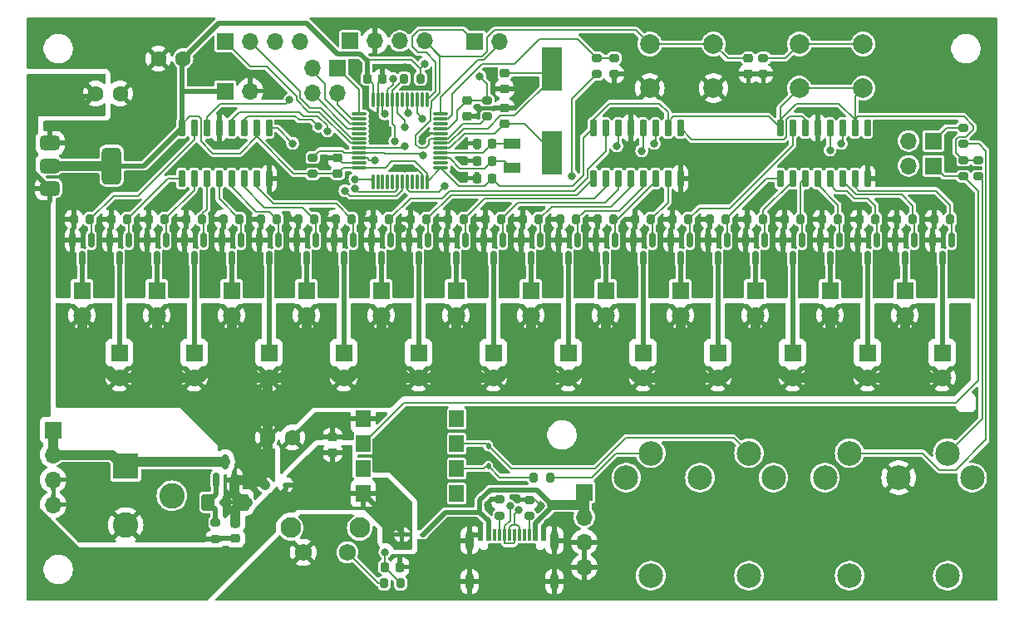
<source format=gbr>
%TF.GenerationSoftware,KiCad,Pcbnew,8.0.4*%
%TF.CreationDate,2024-08-25T15:35:27+02:00*%
%TF.ProjectId,LaserHarp3,4c617365-7248-4617-9270-332e6b696361,rev?*%
%TF.SameCoordinates,Original*%
%TF.FileFunction,Copper,L1,Top*%
%TF.FilePolarity,Positive*%
%FSLAX46Y46*%
G04 Gerber Fmt 4.6, Leading zero omitted, Abs format (unit mm)*
G04 Created by KiCad (PCBNEW 8.0.4) date 2024-08-25 15:35:27*
%MOMM*%
%LPD*%
G01*
G04 APERTURE LIST*
G04 Aperture macros list*
%AMRoundRect*
0 Rectangle with rounded corners*
0 $1 Rounding radius*
0 $2 $3 $4 $5 $6 $7 $8 $9 X,Y pos of 4 corners*
0 Add a 4 corners polygon primitive as box body*
4,1,4,$2,$3,$4,$5,$6,$7,$8,$9,$2,$3,0*
0 Add four circle primitives for the rounded corners*
1,1,$1+$1,$2,$3*
1,1,$1+$1,$4,$5*
1,1,$1+$1,$6,$7*
1,1,$1+$1,$8,$9*
0 Add four rect primitives between the rounded corners*
20,1,$1+$1,$2,$3,$4,$5,0*
20,1,$1+$1,$4,$5,$6,$7,0*
20,1,$1+$1,$6,$7,$8,$9,0*
20,1,$1+$1,$8,$9,$2,$3,0*%
G04 Aperture macros list end*
%TA.AperFunction,SMDPad,CuDef*%
%ADD10RoundRect,0.200000X-0.275000X0.200000X-0.275000X-0.200000X0.275000X-0.200000X0.275000X0.200000X0*%
%TD*%
%TA.AperFunction,SMDPad,CuDef*%
%ADD11RoundRect,0.200000X0.275000X-0.200000X0.275000X0.200000X-0.275000X0.200000X-0.275000X-0.200000X0*%
%TD*%
%TA.AperFunction,ComponentPad*%
%ADD12R,1.700000X1.700000*%
%TD*%
%TA.AperFunction,ComponentPad*%
%ADD13O,1.700000X1.700000*%
%TD*%
%TA.AperFunction,SMDPad,CuDef*%
%ADD14RoundRect,0.150000X-0.150000X0.587500X-0.150000X-0.587500X0.150000X-0.587500X0.150000X0.587500X0*%
%TD*%
%TA.AperFunction,SMDPad,CuDef*%
%ADD15RoundRect,0.225000X0.250000X-0.225000X0.250000X0.225000X-0.250000X0.225000X-0.250000X-0.225000X0*%
%TD*%
%TA.AperFunction,SMDPad,CuDef*%
%ADD16RoundRect,0.375000X-0.625000X-0.375000X0.625000X-0.375000X0.625000X0.375000X-0.625000X0.375000X0*%
%TD*%
%TA.AperFunction,SMDPad,CuDef*%
%ADD17RoundRect,0.500000X-0.500000X-1.400000X0.500000X-1.400000X0.500000X1.400000X-0.500000X1.400000X0*%
%TD*%
%TA.AperFunction,ComponentPad*%
%ADD18R,1.800000X1.800000*%
%TD*%
%TA.AperFunction,ComponentPad*%
%ADD19C,1.800000*%
%TD*%
%TA.AperFunction,SMDPad,CuDef*%
%ADD20RoundRect,0.200000X0.200000X0.275000X-0.200000X0.275000X-0.200000X-0.275000X0.200000X-0.275000X0*%
%TD*%
%TA.AperFunction,SMDPad,CuDef*%
%ADD21RoundRect,0.112500X-0.187500X-0.112500X0.187500X-0.112500X0.187500X0.112500X-0.187500X0.112500X0*%
%TD*%
%TA.AperFunction,SMDPad,CuDef*%
%ADD22RoundRect,0.225000X-0.250000X0.225000X-0.250000X-0.225000X0.250000X-0.225000X0.250000X0.225000X0*%
%TD*%
%TA.AperFunction,SMDPad,CuDef*%
%ADD23RoundRect,0.250000X0.400000X0.600000X-0.400000X0.600000X-0.400000X-0.600000X0.400000X-0.600000X0*%
%TD*%
%TA.AperFunction,ComponentPad*%
%ADD24C,2.000000*%
%TD*%
%TA.AperFunction,ComponentPad*%
%ADD25C,2.100000*%
%TD*%
%TA.AperFunction,ComponentPad*%
%ADD26C,1.750000*%
%TD*%
%TA.AperFunction,ComponentPad*%
%ADD27R,2.600000X2.600000*%
%TD*%
%TA.AperFunction,ComponentPad*%
%ADD28C,2.600000*%
%TD*%
%TA.AperFunction,SMDPad,CuDef*%
%ADD29RoundRect,0.225000X0.225000X0.250000X-0.225000X0.250000X-0.225000X-0.250000X0.225000X-0.250000X0*%
%TD*%
%TA.AperFunction,SMDPad,CuDef*%
%ADD30R,2.000000X4.500000*%
%TD*%
%TA.AperFunction,SMDPad,CuDef*%
%ADD31R,1.800000X1.000000*%
%TD*%
%TA.AperFunction,SMDPad,CuDef*%
%ADD32RoundRect,0.150000X0.150000X-0.725000X0.150000X0.725000X-0.150000X0.725000X-0.150000X-0.725000X0*%
%TD*%
%TA.AperFunction,SMDPad,CuDef*%
%ADD33RoundRect,0.112500X0.112500X-0.187500X0.112500X0.187500X-0.112500X0.187500X-0.112500X-0.187500X0*%
%TD*%
%TA.AperFunction,ComponentPad*%
%ADD34C,1.600000*%
%TD*%
%TA.AperFunction,SMDPad,CuDef*%
%ADD35R,1.520000X1.780000*%
%TD*%
%TA.AperFunction,SMDPad,CuDef*%
%ADD36R,1.520000X1.750000*%
%TD*%
%TA.AperFunction,SMDPad,CuDef*%
%ADD37R,0.600000X1.160000*%
%TD*%
%TA.AperFunction,SMDPad,CuDef*%
%ADD38R,0.300000X1.160000*%
%TD*%
%TA.AperFunction,ComponentPad*%
%ADD39O,0.900000X2.000000*%
%TD*%
%TA.AperFunction,ComponentPad*%
%ADD40O,0.900000X1.700000*%
%TD*%
%TA.AperFunction,SMDPad,CuDef*%
%ADD41RoundRect,0.150000X0.150000X-0.587500X0.150000X0.587500X-0.150000X0.587500X-0.150000X-0.587500X0*%
%TD*%
%TA.AperFunction,SMDPad,CuDef*%
%ADD42RoundRect,0.112500X0.187500X0.112500X-0.187500X0.112500X-0.187500X-0.112500X0.187500X-0.112500X0*%
%TD*%
%TA.AperFunction,ComponentPad*%
%ADD43C,2.500000*%
%TD*%
%TA.AperFunction,SMDPad,CuDef*%
%ADD44RoundRect,0.225000X-0.225000X-0.250000X0.225000X-0.250000X0.225000X0.250000X-0.225000X0.250000X0*%
%TD*%
%TA.AperFunction,SMDPad,CuDef*%
%ADD45RoundRect,0.075000X0.662500X0.075000X-0.662500X0.075000X-0.662500X-0.075000X0.662500X-0.075000X0*%
%TD*%
%TA.AperFunction,SMDPad,CuDef*%
%ADD46RoundRect,0.075000X0.075000X0.662500X-0.075000X0.662500X-0.075000X-0.662500X0.075000X-0.662500X0*%
%TD*%
%TA.AperFunction,SMDPad,CuDef*%
%ADD47RoundRect,0.200000X-0.200000X-0.275000X0.200000X-0.275000X0.200000X0.275000X-0.200000X0.275000X0*%
%TD*%
%TA.AperFunction,ViaPad*%
%ADD48C,0.800000*%
%TD*%
%TA.AperFunction,Conductor*%
%ADD49C,0.200000*%
%TD*%
%TA.AperFunction,Conductor*%
%ADD50C,0.500000*%
%TD*%
%TA.AperFunction,Conductor*%
%ADD51C,1.000000*%
%TD*%
G04 APERTURE END LIST*
D10*
%TO.P,R38,1*%
%TO.N,LA_VPROBE*%
X137414000Y-65215000D03*
%TO.P,R38,2*%
%TO.N,GND*%
X137414000Y-66865000D03*
%TD*%
D11*
%TO.P,R37,1*%
%TO.N,+5VP*%
X135636000Y-66865000D03*
%TO.P,R37,2*%
%TO.N,LA_VPROBE*%
X135636000Y-65215000D03*
%TD*%
D12*
%TO.P,J11,1,Pin_1*%
%TO.N,GPIO_PB12*%
X109225000Y-66289000D03*
D13*
%TO.P,J11,2,Pin_2*%
%TO.N,GPIO_PB13*%
X109225000Y-68829000D03*
%TO.P,J11,3,Pin_3*%
%TO.N,GPIO_PB14*%
X106685000Y-66289000D03*
%TO.P,J11,4,Pin_4*%
%TO.N,GPIO_PB15*%
X106685000Y-68829000D03*
%TD*%
%TO.P,J6,2,Pin_2*%
%TO.N,GND*%
X100330000Y-68580000D03*
D12*
%TO.P,J6,1,Pin_1*%
%TO.N,+3V3*%
X97790000Y-68580000D03*
%TD*%
D14*
%TO.P,Q24,1,G*%
%TO.N,/DAR_DI22*%
X167955000Y-83771500D03*
%TO.P,Q24,2,S*%
%TO.N,GND*%
X166055000Y-83771500D03*
%TO.P,Q24,3,D*%
%TO.N,/Diode Array/DO22*%
X167005000Y-85646500D03*
%TD*%
%TO.P,Q11,1,G*%
%TO.N,/DAR_DI9*%
X118425000Y-83771500D03*
%TO.P,Q11,2,S*%
%TO.N,GND*%
X116525000Y-83771500D03*
%TO.P,Q11,3,D*%
%TO.N,/Diode Array/DO9*%
X117475000Y-85646500D03*
%TD*%
%TO.P,Q14,1,G*%
%TO.N,/DAR_DI12*%
X129855000Y-83771500D03*
%TO.P,Q14,2,S*%
%TO.N,GND*%
X127955000Y-83771500D03*
%TO.P,Q14,3,D*%
%TO.N,/Diode Array/DO12*%
X128905000Y-85646500D03*
%TD*%
D15*
%TO.P,C9,1*%
%TO.N,+3V3*%
X109220000Y-76975000D03*
%TO.P,C9,2*%
%TO.N,GND*%
X109220000Y-75425000D03*
%TD*%
D10*
%TO.P,R11,1*%
%TO.N,BOOT0*%
X152602000Y-65215000D03*
%TO.P,R11,2*%
%TO.N,GND*%
X152602000Y-66865000D03*
%TD*%
D16*
%TO.P,U2,1,GND*%
%TO.N,GND*%
X79908000Y-73900000D03*
%TO.P,U2,2,VO*%
%TO.N,+3V3*%
X79908000Y-76200000D03*
D17*
X86208000Y-76200000D03*
D16*
%TO.P,U2,3,VI*%
%TO.N,+5V*%
X79908000Y-78500000D03*
%TD*%
D18*
%TO.P,LD6,1,C*%
%TO.N,/Diode Array/DO5*%
X102235000Y-95250000D03*
D19*
%TO.P,LD6,2,A*%
%TO.N,+5VP*%
X102235000Y-97790000D03*
%TD*%
D12*
%TO.P,J9,1,Pin_1*%
%TO.N,SWCLK*%
X110490000Y-63490000D03*
D13*
%TO.P,J9,2,Pin_2*%
%TO.N,GND*%
X113030000Y-63490000D03*
%TO.P,J9,3,Pin_3*%
%TO.N,SWDIO*%
X115570000Y-63490000D03*
%TO.P,J9,4,Pin_4*%
%TO.N,RESET*%
X118110000Y-63490000D03*
%TD*%
D20*
%TO.P,R21,1*%
%TO.N,/DAR_DI9*%
X118300000Y-81661000D03*
%TO.P,R21,2*%
%TO.N,GND*%
X116650000Y-81661000D03*
%TD*%
D14*
%TO.P,Q3,1,G*%
%TO.N,/DAR_DI1*%
X87945000Y-83771500D03*
%TO.P,Q3,2,S*%
%TO.N,GND*%
X86045000Y-83771500D03*
%TO.P,Q3,3,D*%
%TO.N,/Diode Array/DO1*%
X86995000Y-85646500D03*
%TD*%
D15*
%TO.P,C11,1*%
%TO.N,RCC_OSC_IN*%
X126238000Y-71895000D03*
%TO.P,C11,2*%
%TO.N,GND*%
X126238000Y-70345000D03*
%TD*%
D20*
%TO.P,R34,1*%
%TO.N,/DAR_DI22*%
X167830000Y-81661000D03*
%TO.P,R34,2*%
%TO.N,GND*%
X166180000Y-81661000D03*
%TD*%
%TO.P,R26,1*%
%TO.N,/DAR_DI14*%
X137350000Y-81661000D03*
%TO.P,R26,2*%
%TO.N,GND*%
X135700000Y-81661000D03*
%TD*%
D21*
%TO.P,D1,1,K*%
%TO.N,+5V*%
X115790000Y-113792000D03*
%TO.P,D1,2,A*%
%TO.N,/USB_PWR*%
X117890000Y-113792000D03*
%TD*%
D22*
%TO.P,C4,1*%
%TO.N,+5VP*%
X98806000Y-112636000D03*
%TO.P,C4,2*%
%TO.N,GND*%
X98806000Y-114186000D03*
%TD*%
D23*
%TO.P,D2,1,K*%
%TO.N,+5VP*%
X99540000Y-110490000D03*
%TO.P,D2,2,A*%
%TO.N,Net-(D2-A)*%
X96040000Y-110490000D03*
%TD*%
D24*
%TO.P,SW2,1,1*%
%TO.N,GND*%
X147522000Y-68290000D03*
X141022000Y-68290000D03*
%TO.P,SW2,2,2*%
%TO.N,RESET*%
X147522000Y-63790000D03*
X141022000Y-63790000D03*
%TD*%
D18*
%TO.P,LD15,1,C*%
%TO.N,/Diode Array/DO14*%
X136525000Y-88900000D03*
D19*
%TO.P,LD15,2,A*%
%TO.N,+5VP*%
X136525000Y-91440000D03*
%TD*%
D11*
%TO.P,R7,1*%
%TO.N,/MIDI_OUT_SNK*%
X174498000Y-77279000D03*
%TO.P,R7,2*%
%TO.N,+3V3*%
X174498000Y-75629000D03*
%TD*%
D20*
%TO.P,R28,1*%
%TO.N,/DAR_DI16*%
X144970000Y-81661000D03*
%TO.P,R28,2*%
%TO.N,GND*%
X143320000Y-81661000D03*
%TD*%
D14*
%TO.P,Q17,1,G*%
%TO.N,/DAR_DI15*%
X141285000Y-83771500D03*
%TO.P,Q17,2,S*%
%TO.N,GND*%
X139385000Y-83771500D03*
%TO.P,Q17,3,D*%
%TO.N,/Diode Array/DO15*%
X140335000Y-85646500D03*
%TD*%
D25*
%TO.P,SW1,*%
%TO.N,*%
X111475000Y-113113500D03*
X104465000Y-113113500D03*
D26*
%TO.P,SW1,1,1*%
%TO.N,Net-(R8-Pad1)*%
X110225000Y-115603500D03*
%TO.P,SW1,2,2*%
%TO.N,GND*%
X105725000Y-115603500D03*
%TD*%
D27*
%TO.P,J2,1*%
%TO.N,/VIN*%
X87642000Y-106830000D03*
D28*
%TO.P,J2,2*%
%TO.N,GND*%
X87642000Y-112830000D03*
%TO.P,J2,3*%
%TO.N,unconnected-(J2-Pad3)*%
X92342000Y-109830000D03*
%TD*%
D24*
%TO.P,SW3,1,1*%
%TO.N,BOOT0*%
X156262000Y-63790000D03*
X162762000Y-63790000D03*
%TO.P,SW3,2,2*%
%TO.N,+3V3*%
X156262000Y-68290000D03*
X162762000Y-68290000D03*
%TD*%
D10*
%TO.P,R5,1*%
%TO.N,+3V3*%
X172974000Y-75629000D03*
%TO.P,R5,2*%
%TO.N,Net-(JP3-A)*%
X172974000Y-77279000D03*
%TD*%
D29*
%TO.P,C14,1*%
%TO.N,USB_OSC_OUT*%
X124981000Y-73914000D03*
%TO.P,C14,2*%
%TO.N,GND*%
X123431000Y-73914000D03*
%TD*%
%TO.P,C13,1*%
%TO.N,USB_OSC_IN*%
X124981000Y-75692000D03*
%TO.P,C13,2*%
%TO.N,GND*%
X123431000Y-75692000D03*
%TD*%
D20*
%TO.P,R19,1*%
%TO.N,/DAR_DI7*%
X110680000Y-81661000D03*
%TO.P,R19,2*%
%TO.N,GND*%
X109030000Y-81661000D03*
%TD*%
D18*
%TO.P,LD22,1,C*%
%TO.N,/Diode Array/DO21*%
X163195000Y-95250000D03*
D19*
%TO.P,LD22,2,A*%
%TO.N,+5VP*%
X163195000Y-97790000D03*
%TD*%
D14*
%TO.P,Q21,1,G*%
%TO.N,/DAR_DI19*%
X156525000Y-83771500D03*
%TO.P,Q21,2,S*%
%TO.N,GND*%
X154625000Y-83771500D03*
%TO.P,Q21,3,D*%
%TO.N,/Diode Array/DO19*%
X155575000Y-85646500D03*
%TD*%
%TO.P,Q9,1,G*%
%TO.N,/DAR_DI7*%
X110805000Y-83771500D03*
%TO.P,Q9,2,S*%
%TO.N,GND*%
X108905000Y-83771500D03*
%TO.P,Q9,3,D*%
%TO.N,/Diode Array/DO7*%
X109855000Y-85646500D03*
%TD*%
D12*
%TO.P,J10,1,Pin_1*%
%TO.N,/USB_PWR*%
X134366000Y-109484000D03*
D13*
%TO.P,J10,2,Pin_2*%
X134366000Y-112024000D03*
%TO.P,J10,3,Pin_3*%
%TO.N,GND*%
X134366000Y-114564000D03*
%TO.P,J10,4,Pin_4*%
X134366000Y-117104000D03*
%TD*%
D18*
%TO.P,LD16,1,C*%
%TO.N,/Diode Array/DO15*%
X140335000Y-95250000D03*
D19*
%TO.P,LD16,2,A*%
%TO.N,+5VP*%
X140335000Y-97790000D03*
%TD*%
D20*
%TO.P,R27,1*%
%TO.N,/DAR_DI15*%
X141160000Y-81661000D03*
%TO.P,R27,2*%
%TO.N,GND*%
X139510000Y-81661000D03*
%TD*%
D18*
%TO.P,LD12,1,C*%
%TO.N,/Diode Array/DO11*%
X125095000Y-95250000D03*
D19*
%TO.P,LD12,2,A*%
%TO.N,+5VP*%
X125095000Y-97790000D03*
%TD*%
D14*
%TO.P,Q20,1,G*%
%TO.N,/DAR_DI18*%
X152715000Y-83771500D03*
%TO.P,Q20,2,S*%
%TO.N,GND*%
X150815000Y-83771500D03*
%TO.P,Q20,3,D*%
%TO.N,/Diode Array/DO18*%
X151765000Y-85646500D03*
%TD*%
D12*
%TO.P,J8,1,Pin_1*%
%TO.N,RASPI_RX*%
X97800000Y-63500000D03*
D13*
%TO.P,J8,2,Pin_2*%
%TO.N,RASPI_TX*%
X100340000Y-63500000D03*
%TO.P,J8,3,Pin_3*%
%TO.N,RASPI_SDA*%
X102880000Y-63500000D03*
%TO.P,J8,4,Pin_4*%
%TO.N,RASPI_SCL*%
X105420000Y-63500000D03*
%TD*%
D22*
%TO.P,C12,1*%
%TO.N,RCC_OSC_OUT*%
X126238000Y-66789000D03*
%TO.P,C12,2*%
%TO.N,GND*%
X126238000Y-68339000D03*
%TD*%
D30*
%TO.P,Y1,1,1*%
%TO.N,RCC_OSC_OUT*%
X131064000Y-66362000D03*
%TO.P,Y1,2,2*%
%TO.N,RCC_OSC_IN*%
X131064000Y-74862000D03*
%TD*%
D31*
%TO.P,Y2,1,1*%
%TO.N,USB_OSC_OUT*%
X127000000Y-73934000D03*
%TO.P,Y2,2,2*%
%TO.N,USB_OSC_IN*%
X127000000Y-76434000D03*
%TD*%
D32*
%TO.P,U5,1,QB*%
%TO.N,/DAR_DI9*%
X135255000Y-77505000D03*
%TO.P,U5,2,QC*%
%TO.N,/DAR_DI10*%
X136525000Y-77505000D03*
%TO.P,U5,3,QD*%
%TO.N,/DAR_DI11*%
X137795000Y-77505000D03*
%TO.P,U5,4,QE*%
%TO.N,/DAR_DI12*%
X139065000Y-77505000D03*
%TO.P,U5,5,QF*%
%TO.N,/DAR_DI13*%
X140335000Y-77505000D03*
%TO.P,U5,6,QG*%
%TO.N,/DAR_DI14*%
X141605000Y-77505000D03*
%TO.P,U5,7,QH*%
%TO.N,/DAR_DI15*%
X142875000Y-77505000D03*
%TO.P,U5,8,GND*%
%TO.N,GND*%
X144145000Y-77505000D03*
%TO.P,U5,9,QH'*%
%TO.N,Net-(U5-QH')*%
X144145000Y-72355000D03*
%TO.P,U5,10,~{SRCLR}*%
%TO.N,+3V3*%
X142875000Y-72355000D03*
%TO.P,U5,11,SRCLK*%
%TO.N,SR_CLK*%
X141605000Y-72355000D03*
%TO.P,U5,12,RCLK*%
%TO.N,SR_LATCH*%
X140335000Y-72355000D03*
%TO.P,U5,13,~{OE}*%
%TO.N,GND*%
X139065000Y-72355000D03*
%TO.P,U5,14,SER*%
%TO.N,Net-(U4-QH')*%
X137795000Y-72355000D03*
%TO.P,U5,15,QA*%
%TO.N,/DAR_DI8*%
X136525000Y-72355000D03*
%TO.P,U5,16,VCC*%
%TO.N,+3V3*%
X135255000Y-72355000D03*
%TD*%
D14*
%TO.P,Q16,1,G*%
%TO.N,/DAR_DI14*%
X137475000Y-83771500D03*
%TO.P,Q16,2,S*%
%TO.N,GND*%
X135575000Y-83771500D03*
%TO.P,Q16,3,D*%
%TO.N,/Diode Array/DO14*%
X136525000Y-85646500D03*
%TD*%
D15*
%TO.P,C5,1*%
%TO.N,+5V*%
X108712000Y-105423000D03*
%TO.P,C5,2*%
%TO.N,GND*%
X108712000Y-103873000D03*
%TD*%
D11*
%TO.P,R6,1*%
%TO.N,/MIDI_OUT_SRC*%
X172974000Y-73977000D03*
%TO.P,R6,2*%
%TO.N,Net-(JP4-A)*%
X172974000Y-72327000D03*
%TD*%
D20*
%TO.P,R20,1*%
%TO.N,/DAR_DI8*%
X114490000Y-81661000D03*
%TO.P,R20,2*%
%TO.N,GND*%
X112840000Y-81661000D03*
%TD*%
D18*
%TO.P,LD3,1,C*%
%TO.N,/Diode Array/DO2*%
X90805000Y-88900000D03*
D19*
%TO.P,LD3,2,A*%
%TO.N,+5VP*%
X90805000Y-91440000D03*
%TD*%
D20*
%TO.P,R14,1*%
%TO.N,/DAR_DI2*%
X91630000Y-81661000D03*
%TO.P,R14,2*%
%TO.N,GND*%
X89980000Y-81661000D03*
%TD*%
D33*
%TO.P,D4,1,K*%
%TO.N,Net-(D4-K)*%
X124587000Y-106841000D03*
%TO.P,D4,2,A*%
%TO.N,/MIDI_IN_SNK*%
X124587000Y-104741000D03*
%TD*%
D18*
%TO.P,LD8,1,C*%
%TO.N,/Diode Array/DO7*%
X109855000Y-95250000D03*
D19*
%TO.P,LD8,2,A*%
%TO.N,+5VP*%
X109855000Y-97790000D03*
%TD*%
D18*
%TO.P,LD13,1,C*%
%TO.N,/Diode Array/DO12*%
X128905000Y-88900000D03*
D19*
%TO.P,LD13,2,A*%
%TO.N,+5VP*%
X128905000Y-91440000D03*
%TD*%
D14*
%TO.P,Q13,1,G*%
%TO.N,/DAR_DI11*%
X126045000Y-83771500D03*
%TO.P,Q13,2,S*%
%TO.N,GND*%
X124145000Y-83771500D03*
%TO.P,Q13,3,D*%
%TO.N,/Diode Array/DO11*%
X125095000Y-85646500D03*
%TD*%
D29*
%TO.P,C8,1*%
%TO.N,+3V3*%
X124981000Y-77470000D03*
%TO.P,C8,2*%
%TO.N,GND*%
X123431000Y-77470000D03*
%TD*%
D20*
%TO.P,R18,1*%
%TO.N,/DAR_DI6*%
X106870000Y-81661000D03*
%TO.P,R18,2*%
%TO.N,GND*%
X105220000Y-81661000D03*
%TD*%
D32*
%TO.P,U4,1,QB*%
%TO.N,/DAR_DI1*%
X93345000Y-77505000D03*
%TO.P,U4,2,QC*%
%TO.N,/DAR_DI2*%
X94615000Y-77505000D03*
%TO.P,U4,3,QD*%
%TO.N,/DAR_DI3*%
X95885000Y-77505000D03*
%TO.P,U4,4,QE*%
%TO.N,/DAR_DI4*%
X97155000Y-77505000D03*
%TO.P,U4,5,QF*%
%TO.N,/DAR_DI5*%
X98425000Y-77505000D03*
%TO.P,U4,6,QG*%
%TO.N,/DAR_DI6*%
X99695000Y-77505000D03*
%TO.P,U4,7,QH*%
%TO.N,/DAR_DI7*%
X100965000Y-77505000D03*
%TO.P,U4,8,GND*%
%TO.N,GND*%
X102235000Y-77505000D03*
%TO.P,U4,9,QH'*%
%TO.N,Net-(U4-QH')*%
X102235000Y-72355000D03*
%TO.P,U4,10,~{SRCLR}*%
%TO.N,+3V3*%
X100965000Y-72355000D03*
%TO.P,U4,11,SRCLK*%
%TO.N,SR_CLK*%
X99695000Y-72355000D03*
%TO.P,U4,12,RCLK*%
%TO.N,SR_LATCH*%
X98425000Y-72355000D03*
%TO.P,U4,13,~{OE}*%
%TO.N,GND*%
X97155000Y-72355000D03*
%TO.P,U4,14,SER*%
%TO.N,SR_DS0*%
X95885000Y-72355000D03*
%TO.P,U4,15,QA*%
%TO.N,/DAR_DI0*%
X94615000Y-72355000D03*
%TO.P,U4,16,VCC*%
%TO.N,+3V3*%
X93345000Y-72355000D03*
%TD*%
D34*
%TO.P,C3,1*%
%TO.N,+5VP*%
X102108000Y-103886000D03*
%TO.P,C3,2*%
%TO.N,GND*%
X104608000Y-103886000D03*
%TD*%
D18*
%TO.P,LD23,1,C*%
%TO.N,/Diode Array/DO22*%
X167005000Y-88900000D03*
D19*
%TO.P,LD23,2,A*%
%TO.N,+5VP*%
X167005000Y-91440000D03*
%TD*%
D12*
%TO.P,J7,1,Pin_1*%
%TO.N,DEBUG_RX*%
X123190000Y-63500000D03*
D13*
%TO.P,J7,2,Pin_2*%
%TO.N,DEBUG_TX*%
X125730000Y-63500000D03*
%TD*%
D20*
%TO.P,R32,1*%
%TO.N,/DAR_DI20*%
X160210000Y-81661000D03*
%TO.P,R32,2*%
%TO.N,GND*%
X158560000Y-81661000D03*
%TD*%
%TO.P,R24,1*%
%TO.N,/DAR_DI12*%
X129730000Y-81661000D03*
%TO.P,R24,2*%
%TO.N,GND*%
X128080000Y-81661000D03*
%TD*%
%TO.P,R35,1*%
%TO.N,/DAR_DI23*%
X171640000Y-81661000D03*
%TO.P,R35,2*%
%TO.N,GND*%
X169990000Y-81661000D03*
%TD*%
%TO.P,R9,1*%
%TO.N,+3V3*%
X117665000Y-67310000D03*
%TO.P,R9,2*%
%TO.N,BTN_CAL*%
X116015000Y-67310000D03*
%TD*%
%TO.P,R15,1*%
%TO.N,/DAR_DI3*%
X95440000Y-81661000D03*
%TO.P,R15,2*%
%TO.N,GND*%
X93790000Y-81661000D03*
%TD*%
D35*
%TO.P,U3,1,NC*%
%TO.N,unconnected-(U3-NC-Pad1)*%
X121346000Y-109601000D03*
D36*
%TO.P,U3,2,A*%
%TO.N,Net-(D4-K)*%
X121346000Y-107061000D03*
D35*
%TO.P,U3,3,C*%
%TO.N,/MIDI_IN_SNK*%
X121346000Y-104521000D03*
%TO.P,U3,4,NC*%
%TO.N,unconnected-(U3-NC-Pad4)*%
X121346000Y-101981000D03*
%TO.P,U3,5,GND*%
%TO.N,GND*%
X111826000Y-101981000D03*
%TO.P,U3,6,VO*%
%TO.N,Net-(JP3-A)*%
X111826000Y-104521000D03*
%TO.P,U3,7,EN*%
%TO.N,unconnected-(U3-EN-Pad7)*%
X111826000Y-107061000D03*
%TO.P,U3,8,VCC*%
%TO.N,+5V*%
X111826000Y-109601000D03*
%TD*%
D14*
%TO.P,Q23,1,G*%
%TO.N,/DAR_DI21*%
X164145000Y-83771500D03*
%TO.P,Q23,2,S*%
%TO.N,GND*%
X162245000Y-83771500D03*
%TO.P,Q23,3,D*%
%TO.N,/Diode Array/DO21*%
X163195000Y-85646500D03*
%TD*%
D22*
%TO.P,C7,1*%
%TO.N,+3V3*%
X122428000Y-69583000D03*
%TO.P,C7,2*%
%TO.N,GND*%
X122428000Y-71133000D03*
%TD*%
D37*
%TO.P,J1,A1,GND*%
%TO.N,GND*%
X123800000Y-113836000D03*
%TO.P,J1,A4,VBUS*%
%TO.N,/USB_PWR*%
X124600000Y-113836000D03*
D38*
%TO.P,J1,A5,CC1*%
%TO.N,Net-(J1-CC1)*%
X125750000Y-113836000D03*
%TO.P,J1,A6,D+*%
%TO.N,USB_D+*%
X126750000Y-113836000D03*
%TO.P,J1,A7,D-*%
%TO.N,USB_D-*%
X127250000Y-113836000D03*
%TO.P,J1,A8,SBU1*%
%TO.N,unconnected-(J1-SBU1-PadA8)*%
X128250000Y-113836000D03*
D37*
%TO.P,J1,A9,VBUS*%
%TO.N,/USB_PWR*%
X129400000Y-113836000D03*
%TO.P,J1,A12,GND*%
%TO.N,GND*%
X130200000Y-113836000D03*
%TO.P,J1,B1,GND*%
X130200000Y-113836000D03*
%TO.P,J1,B4,VBUS*%
%TO.N,/USB_PWR*%
X129400000Y-113836000D03*
D38*
%TO.P,J1,B5,CC2*%
%TO.N,Net-(J1-CC2)*%
X128750000Y-113836000D03*
%TO.P,J1,B6,D+*%
%TO.N,USB_D+*%
X127750000Y-113836000D03*
%TO.P,J1,B7,D-*%
%TO.N,USB_D-*%
X126250000Y-113836000D03*
%TO.P,J1,B8,SBU2*%
%TO.N,unconnected-(J1-SBU2-PadB8)*%
X125250000Y-113836000D03*
D37*
%TO.P,J1,B9,VBUS*%
%TO.N,/USB_PWR*%
X124600000Y-113836000D03*
%TO.P,J1,B12,GND*%
%TO.N,GND*%
X123800000Y-113836000D03*
D39*
%TO.P,J1,S1,SHIELD*%
X122680000Y-114416000D03*
D40*
X122680000Y-118586000D03*
D39*
X131320000Y-114416000D03*
D40*
X131320000Y-118586000D03*
%TD*%
D41*
%TO.P,Q1,1,G*%
%TO.N,Net-(D2-A)*%
X96840000Y-108252500D03*
%TO.P,Q1,2,S*%
%TO.N,+5VP*%
X98740000Y-108252500D03*
%TO.P,Q1,3,D*%
%TO.N,/VIN*%
X97790000Y-106377500D03*
%TD*%
D18*
%TO.P,LD19,1,C*%
%TO.N,/Diode Array/DO18*%
X151765000Y-88900000D03*
D19*
%TO.P,LD19,2,A*%
%TO.N,+5VP*%
X151765000Y-91440000D03*
%TD*%
D11*
%TO.P,R2,1*%
%TO.N,Net-(J1-CC1)*%
X125730000Y-111873110D03*
%TO.P,R2,2*%
%TO.N,GND*%
X125730000Y-110223110D03*
%TD*%
D42*
%TO.P,D3,1,K*%
%TO.N,+5V*%
X103920000Y-108712000D03*
%TO.P,D3,2,A*%
%TO.N,+5VP*%
X101820000Y-108712000D03*
%TD*%
D22*
%TO.P,C16,1*%
%TO.N,RESET*%
X151078000Y-65265000D03*
%TO.P,C16,2*%
%TO.N,GND*%
X151078000Y-66815000D03*
%TD*%
D20*
%TO.P,R30,1*%
%TO.N,/DAR_DI18*%
X152590000Y-81661000D03*
%TO.P,R30,2*%
%TO.N,GND*%
X150940000Y-81661000D03*
%TD*%
%TO.P,R23,1*%
%TO.N,/DAR_DI11*%
X125920000Y-81661000D03*
%TO.P,R23,2*%
%TO.N,GND*%
X124270000Y-81661000D03*
%TD*%
D18*
%TO.P,LD24,1,C*%
%TO.N,/Diode Array/DO23*%
X170815000Y-95250000D03*
D19*
%TO.P,LD24,2,A*%
%TO.N,+5VP*%
X170815000Y-97790000D03*
%TD*%
D43*
%TO.P,J4,1*%
%TO.N,unconnected-(J4-Pad1)*%
X153628740Y-107998000D03*
%TO.P,J4,2*%
%TO.N,unconnected-(J4-Pad2)*%
X146128740Y-107998000D03*
%TO.P,J4,3*%
%TO.N,unconnected-(J4-Pad3)*%
X138628740Y-107998000D03*
%TO.P,J4,4*%
%TO.N,/MIDI_IN_SNK*%
X151128740Y-105498000D03*
%TO.P,J4,5*%
%TO.N,/MIDI_IN_SRC*%
X141128740Y-105498000D03*
%TO.P,J4,6,MountingPin*%
%TO.N,unconnected-(J4-MountingPin-Pad6)_1*%
X141128740Y-117998000D03*
%TO.N,unconnected-(J4-MountingPin-Pad6)*%
X151128740Y-117998000D03*
%TD*%
D11*
%TO.P,R36,1*%
%TO.N,+3V3*%
X106680000Y-77025000D03*
%TO.P,R36,2*%
%TO.N,USB_D+*%
X106680000Y-75375000D03*
%TD*%
D14*
%TO.P,Q22,1,G*%
%TO.N,/DAR_DI20*%
X160335000Y-83771500D03*
%TO.P,Q22,2,S*%
%TO.N,GND*%
X158435000Y-83771500D03*
%TO.P,Q22,3,D*%
%TO.N,/Diode Array/DO20*%
X159385000Y-85646500D03*
%TD*%
D20*
%TO.P,R12,1*%
%TO.N,/DAR_DI0*%
X84010000Y-81661000D03*
%TO.P,R12,2*%
%TO.N,GND*%
X82360000Y-81661000D03*
%TD*%
D14*
%TO.P,Q10,1,G*%
%TO.N,/DAR_DI8*%
X114615000Y-83771500D03*
%TO.P,Q10,2,S*%
%TO.N,GND*%
X112715000Y-83771500D03*
%TO.P,Q10,3,D*%
%TO.N,/Diode Array/DO8*%
X113665000Y-85646500D03*
%TD*%
D44*
%TO.P,C15,1*%
%TO.N,BTN_CAL*%
X114033000Y-117094000D03*
%TO.P,C15,2*%
%TO.N,GND*%
X115583000Y-117094000D03*
%TD*%
D20*
%TO.P,R31,1*%
%TO.N,/DAR_DI19*%
X156400000Y-81661000D03*
%TO.P,R31,2*%
%TO.N,GND*%
X154750000Y-81661000D03*
%TD*%
D18*
%TO.P,LD4,1,C*%
%TO.N,/Diode Array/DO3*%
X94615000Y-95250000D03*
D19*
%TO.P,LD4,2,A*%
%TO.N,+5VP*%
X94615000Y-97790000D03*
%TD*%
D10*
%TO.P,R10,1*%
%TO.N,+3V3*%
X124460000Y-69533000D03*
%TO.P,R10,2*%
%TO.N,RESET*%
X124460000Y-71183000D03*
%TD*%
D18*
%TO.P,LD7,1,C*%
%TO.N,/Diode Array/DO6*%
X106045000Y-88900000D03*
D19*
%TO.P,LD7,2,A*%
%TO.N,+5VP*%
X106045000Y-91440000D03*
%TD*%
D14*
%TO.P,Q5,1,G*%
%TO.N,/DAR_DI3*%
X95565000Y-83771500D03*
%TO.P,Q5,2,S*%
%TO.N,GND*%
X93665000Y-83771500D03*
%TO.P,Q5,3,D*%
%TO.N,/Diode Array/DO3*%
X94615000Y-85646500D03*
%TD*%
%TO.P,Q18,1,G*%
%TO.N,/DAR_DI16*%
X145095000Y-83771500D03*
%TO.P,Q18,2,S*%
%TO.N,GND*%
X143195000Y-83771500D03*
%TO.P,Q18,3,D*%
%TO.N,/Diode Array/DO16*%
X144145000Y-85646500D03*
%TD*%
D18*
%TO.P,LD18,1,C*%
%TO.N,/Diode Array/DO17*%
X147955000Y-95250000D03*
D19*
%TO.P,LD18,2,A*%
%TO.N,+5VP*%
X147955000Y-97790000D03*
%TD*%
D45*
%TO.P,U1,1,VBAT*%
%TO.N,+3V3*%
X119732500Y-76410000D03*
%TO.P,U1,2,PC13*%
%TO.N,unconnected-(U1-PC13-Pad2)*%
X119732500Y-75910000D03*
%TO.P,U1,3,PC14*%
%TO.N,USB_OSC_IN*%
X119732500Y-75410000D03*
%TO.P,U1,4,PC15*%
%TO.N,USB_OSC_OUT*%
X119732500Y-74909999D03*
%TO.P,U1,5,PD0*%
%TO.N,RCC_OSC_IN*%
X119732500Y-74410000D03*
%TO.P,U1,6,PD1*%
%TO.N,RCC_OSC_OUT*%
X119732500Y-73910000D03*
%TO.P,U1,7,NRST*%
%TO.N,RESET*%
X119732500Y-73410000D03*
%TO.P,U1,8,VSSA*%
%TO.N,GND*%
X119732500Y-72910000D03*
%TO.P,U1,9,VDDA*%
%TO.N,+3V3*%
X119732500Y-72410001D03*
%TO.P,U1,10,PA0*%
%TO.N,unconnected-(U1-PA0-Pad10)*%
X119732500Y-71910000D03*
%TO.P,U1,11,PA1*%
%TO.N,LA_VPROBE*%
X119732500Y-71410000D03*
%TO.P,U1,12,PA2*%
%TO.N,DEBUG_TX*%
X119732500Y-70910000D03*
D46*
%TO.P,U1,13,PA3*%
%TO.N,DEBUG_RX*%
X118320000Y-69497500D03*
%TO.P,U1,14,PA4*%
%TO.N,unconnected-(U1-PA4-Pad14)*%
X117820000Y-69497500D03*
%TO.P,U1,15,PA5*%
%TO.N,SR_CLK*%
X117320000Y-69497500D03*
%TO.P,U1,16,PA6*%
%TO.N,unconnected-(U1-PA6-Pad16)*%
X116819999Y-69497500D03*
%TO.P,U1,17,PA7*%
%TO.N,SR_DS0*%
X116320000Y-69497500D03*
%TO.P,U1,18,PB0*%
%TO.N,unconnected-(U1-PB0-Pad18)*%
X115820000Y-69497500D03*
%TO.P,U1,19,PB1*%
%TO.N,SR_LATCH*%
X115320000Y-69497500D03*
%TO.P,U1,20,PB2*%
%TO.N,BTN_CAL*%
X114820000Y-69497500D03*
%TO.P,U1,21,PB10*%
%TO.N,MIDI_TX*%
X114320001Y-69497500D03*
%TO.P,U1,22,PB11*%
%TO.N,MIDI_RX*%
X113820000Y-69497500D03*
%TO.P,U1,23,VSS*%
%TO.N,GND*%
X113320000Y-69497500D03*
%TO.P,U1,24,VDD*%
%TO.N,+3V3*%
X112820000Y-69497500D03*
D45*
%TO.P,U1,25,PB12*%
%TO.N,GPIO_PB12*%
X111407500Y-70910000D03*
%TO.P,U1,26,PB13*%
%TO.N,GPIO_PB13*%
X111407500Y-71410000D03*
%TO.P,U1,27,PB14*%
%TO.N,GPIO_PB14*%
X111407500Y-71910000D03*
%TO.P,U1,28,PB15*%
%TO.N,GPIO_PB15*%
X111407500Y-72410001D03*
%TO.P,U1,29,PA8*%
%TO.N,unconnected-(U1-PA8-Pad29)*%
X111407500Y-72910000D03*
%TO.P,U1,30,PA9*%
%TO.N,RASPI_TX*%
X111407500Y-73410000D03*
%TO.P,U1,31,PA10*%
%TO.N,RASPI_RX*%
X111407500Y-73910000D03*
%TO.P,U1,32,PA11*%
%TO.N,USB_D-*%
X111407500Y-74410000D03*
%TO.P,U1,33,PA12*%
%TO.N,USB_D+*%
X111407500Y-74909999D03*
%TO.P,U1,34,PA13*%
%TO.N,SWDIO*%
X111407500Y-75410000D03*
%TO.P,U1,35,VSS*%
%TO.N,GND*%
X111407500Y-75910000D03*
%TO.P,U1,36,VDD*%
%TO.N,+3V3*%
X111407500Y-76410000D03*
D46*
%TO.P,U1,37,PA14*%
%TO.N,SWCLK*%
X112820000Y-77822500D03*
%TO.P,U1,38,PA15*%
%TO.N,unconnected-(U1-PA15-Pad38)*%
X113320000Y-77822500D03*
%TO.P,U1,39,PB3*%
%TO.N,unconnected-(U1-PB3-Pad39)*%
X113820000Y-77822500D03*
%TO.P,U1,40,PB4*%
%TO.N,unconnected-(U1-PB4-Pad40)*%
X114320001Y-77822500D03*
%TO.P,U1,41,PB5*%
%TO.N,unconnected-(U1-PB5-Pad41)*%
X114820000Y-77822500D03*
%TO.P,U1,42,PB6*%
%TO.N,RASPI_SCL*%
X115320000Y-77822500D03*
%TO.P,U1,43,PB7*%
%TO.N,RASPI_SDA*%
X115820000Y-77822500D03*
%TO.P,U1,44,BOOT0*%
%TO.N,BOOT0*%
X116320000Y-77822500D03*
%TO.P,U1,45,PB8*%
%TO.N,unconnected-(U1-PB8-Pad45)*%
X116819999Y-77822500D03*
%TO.P,U1,46,PB9*%
%TO.N,unconnected-(U1-PB9-Pad46)*%
X117320000Y-77822500D03*
%TO.P,U1,47,VSS*%
%TO.N,GND*%
X117820000Y-77822500D03*
%TO.P,U1,48,VDD*%
%TO.N,+3V3*%
X118320000Y-77822500D03*
%TD*%
D14*
%TO.P,Q25,1,G*%
%TO.N,/DAR_DI23*%
X171765000Y-83771500D03*
%TO.P,Q25,2,S*%
%TO.N,GND*%
X169865000Y-83771500D03*
%TO.P,Q25,3,D*%
%TO.N,/Diode Array/DO23*%
X170815000Y-85646500D03*
%TD*%
D11*
%TO.P,R1,1*%
%TO.N,Net-(J1-CC2)*%
X128778000Y-111886000D03*
%TO.P,R1,2*%
%TO.N,GND*%
X128778000Y-110236000D03*
%TD*%
D14*
%TO.P,Q12,1,G*%
%TO.N,/DAR_DI10*%
X122235000Y-83771500D03*
%TO.P,Q12,2,S*%
%TO.N,GND*%
X120335000Y-83771500D03*
%TO.P,Q12,3,D*%
%TO.N,/Diode Array/DO10*%
X121285000Y-85646500D03*
%TD*%
%TO.P,Q15,1,G*%
%TO.N,/DAR_DI13*%
X133665000Y-83771500D03*
%TO.P,Q15,2,S*%
%TO.N,GND*%
X131765000Y-83771500D03*
%TO.P,Q15,3,D*%
%TO.N,/Diode Array/DO13*%
X132715000Y-85646500D03*
%TD*%
D18*
%TO.P,LD21,1,C*%
%TO.N,/Diode Array/DO20*%
X159385000Y-88900000D03*
D19*
%TO.P,LD21,2,A*%
%TO.N,+5VP*%
X159385000Y-91440000D03*
%TD*%
D20*
%TO.P,R17,1*%
%TO.N,/DAR_DI5*%
X103060000Y-81661000D03*
%TO.P,R17,2*%
%TO.N,GND*%
X101410000Y-81661000D03*
%TD*%
%TO.P,R4,1*%
%TO.N,/MIDI_IN_SRC*%
X130873000Y-107950000D03*
%TO.P,R4,2*%
%TO.N,Net-(D4-K)*%
X129223000Y-107950000D03*
%TD*%
D12*
%TO.P,JP3,1,A*%
%TO.N,Net-(JP3-A)*%
X169926000Y-76200000D03*
D13*
%TO.P,JP3,2,B*%
%TO.N,MIDI_RX*%
X167386000Y-76200000D03*
%TD*%
D18*
%TO.P,LD1,1,C*%
%TO.N,/Diode Array/DO0*%
X83185000Y-88900000D03*
D19*
%TO.P,LD1,2,A*%
%TO.N,+5VP*%
X83185000Y-91440000D03*
%TD*%
D43*
%TO.P,J5,1*%
%TO.N,unconnected-(J5-Pad1)*%
X173870000Y-107998000D03*
%TO.P,J5,2*%
%TO.N,GND*%
X166370000Y-107998000D03*
%TO.P,J5,3*%
%TO.N,unconnected-(J5-Pad3)*%
X158870000Y-107998000D03*
%TO.P,J5,4*%
%TO.N,/MIDI_OUT_SNK*%
X171370000Y-105498000D03*
%TO.P,J5,5*%
%TO.N,/MIDI_OUT_SRC*%
X161370000Y-105498000D03*
%TO.P,J5,6,MountingPin*%
%TO.N,unconnected-(J5-MountingPin-Pad6)_1*%
X161370000Y-117998000D03*
%TO.N,unconnected-(J5-MountingPin-Pad6)*%
X171370000Y-117998000D03*
%TD*%
D10*
%TO.P,R3,1*%
%TO.N,Net-(D2-A)*%
X96774000Y-112586000D03*
%TO.P,R3,2*%
%TO.N,GND*%
X96774000Y-114236000D03*
%TD*%
D18*
%TO.P,LD20,1,C*%
%TO.N,/Diode Array/DO19*%
X155575000Y-95250000D03*
D19*
%TO.P,LD20,2,A*%
%TO.N,+5VP*%
X155575000Y-97790000D03*
%TD*%
D20*
%TO.P,R22,1*%
%TO.N,/DAR_DI10*%
X122110000Y-81661000D03*
%TO.P,R22,2*%
%TO.N,GND*%
X120460000Y-81661000D03*
%TD*%
D47*
%TO.P,R8,1*%
%TO.N,Net-(R8-Pad1)*%
X113983000Y-118745000D03*
%TO.P,R8,2*%
%TO.N,BTN_CAL*%
X115633000Y-118745000D03*
%TD*%
D32*
%TO.P,U6,1,QB*%
%TO.N,/DAR_DI17*%
X154305000Y-77505000D03*
%TO.P,U6,2,QC*%
%TO.N,/DAR_DI18*%
X155575000Y-77505000D03*
%TO.P,U6,3,QD*%
%TO.N,/DAR_DI19*%
X156845000Y-77505000D03*
%TO.P,U6,4,QE*%
%TO.N,/DAR_DI20*%
X158115000Y-77505000D03*
%TO.P,U6,5,QF*%
%TO.N,/DAR_DI21*%
X159385000Y-77505000D03*
%TO.P,U6,6,QG*%
%TO.N,/DAR_DI22*%
X160655000Y-77505000D03*
%TO.P,U6,7,QH*%
%TO.N,/DAR_DI23*%
X161925000Y-77505000D03*
%TO.P,U6,8,GND*%
%TO.N,GND*%
X163195000Y-77505000D03*
%TO.P,U6,9,QH'*%
%TO.N,unconnected-(U6-QH'-Pad9)*%
X163195000Y-72355000D03*
%TO.P,U6,10,~{SRCLR}*%
%TO.N,+3V3*%
X161925000Y-72355000D03*
%TO.P,U6,11,SRCLK*%
%TO.N,SR_CLK*%
X160655000Y-72355000D03*
%TO.P,U6,12,RCLK*%
%TO.N,SR_LATCH*%
X159385000Y-72355000D03*
%TO.P,U6,13,~{OE}*%
%TO.N,GND*%
X158115000Y-72355000D03*
%TO.P,U6,14,SER*%
%TO.N,Net-(U5-QH')*%
X156845000Y-72355000D03*
%TO.P,U6,15,QA*%
%TO.N,/DAR_DI16*%
X155575000Y-72355000D03*
%TO.P,U6,16,VCC*%
%TO.N,+3V3*%
X154305000Y-72355000D03*
%TD*%
D14*
%TO.P,Q4,1,G*%
%TO.N,/DAR_DI2*%
X91755000Y-83771500D03*
%TO.P,Q4,2,S*%
%TO.N,GND*%
X89855000Y-83771500D03*
%TO.P,Q4,3,D*%
%TO.N,/Diode Array/DO2*%
X90805000Y-85646500D03*
%TD*%
%TO.P,Q7,1,G*%
%TO.N,/DAR_DI5*%
X103185000Y-83771500D03*
%TO.P,Q7,2,S*%
%TO.N,GND*%
X101285000Y-83771500D03*
%TO.P,Q7,3,D*%
%TO.N,/Diode Array/DO5*%
X102235000Y-85646500D03*
%TD*%
D18*
%TO.P,LD10,1,C*%
%TO.N,/Diode Array/DO9*%
X117475000Y-95250000D03*
D19*
%TO.P,LD10,2,A*%
%TO.N,+5VP*%
X117475000Y-97790000D03*
%TD*%
D44*
%TO.P,C10,1*%
%TO.N,+3V3*%
X112255000Y-67310000D03*
%TO.P,C10,2*%
%TO.N,GND*%
X113805000Y-67310000D03*
%TD*%
D14*
%TO.P,Q6,1,G*%
%TO.N,/DAR_DI4*%
X99375000Y-83771500D03*
%TO.P,Q6,2,S*%
%TO.N,GND*%
X97475000Y-83771500D03*
%TO.P,Q6,3,D*%
%TO.N,/Diode Array/DO4*%
X98425000Y-85646500D03*
%TD*%
D20*
%TO.P,R16,1*%
%TO.N,/DAR_DI4*%
X99250000Y-81661000D03*
%TO.P,R16,2*%
%TO.N,GND*%
X97600000Y-81661000D03*
%TD*%
D18*
%TO.P,LD11,1,C*%
%TO.N,/Diode Array/DO10*%
X121285000Y-88900000D03*
D19*
%TO.P,LD11,2,A*%
%TO.N,+5VP*%
X121285000Y-91440000D03*
%TD*%
D12*
%TO.P,J3,1,Pin_1*%
%TO.N,/VIN*%
X80264000Y-103124000D03*
D13*
%TO.P,J3,2,Pin_2*%
X80264000Y-105664000D03*
%TO.P,J3,3,Pin_3*%
%TO.N,GND*%
X80264000Y-108204000D03*
%TO.P,J3,4,Pin_4*%
X80264000Y-110744000D03*
%TD*%
D18*
%TO.P,LD9,1,C*%
%TO.N,/Diode Array/DO8*%
X113665000Y-88900000D03*
D19*
%TO.P,LD9,2,A*%
%TO.N,+5VP*%
X113665000Y-91440000D03*
%TD*%
D18*
%TO.P,LD5,1,C*%
%TO.N,/Diode Array/DO4*%
X98425000Y-88900000D03*
D19*
%TO.P,LD5,2,A*%
%TO.N,+5VP*%
X98425000Y-91440000D03*
%TD*%
D14*
%TO.P,Q19,1,G*%
%TO.N,/DAR_DI17*%
X148905000Y-83771500D03*
%TO.P,Q19,2,S*%
%TO.N,GND*%
X147005000Y-83771500D03*
%TO.P,Q19,3,D*%
%TO.N,/Diode Array/DO17*%
X147955000Y-85646500D03*
%TD*%
D34*
%TO.P,C2,1*%
%TO.N,+3V3*%
X93472000Y-65278000D03*
%TO.P,C2,2*%
%TO.N,GND*%
X90972000Y-65278000D03*
%TD*%
D20*
%TO.P,R13,1*%
%TO.N,/DAR_DI1*%
X87820000Y-81661000D03*
%TO.P,R13,2*%
%TO.N,GND*%
X86170000Y-81661000D03*
%TD*%
%TO.P,R29,1*%
%TO.N,/DAR_DI17*%
X148780000Y-81661000D03*
%TO.P,R29,2*%
%TO.N,GND*%
X147130000Y-81661000D03*
%TD*%
D18*
%TO.P,LD17,1,C*%
%TO.N,/Diode Array/DO16*%
X144145000Y-88900000D03*
D19*
%TO.P,LD17,2,A*%
%TO.N,+5VP*%
X144145000Y-91440000D03*
%TD*%
D20*
%TO.P,R33,1*%
%TO.N,/DAR_DI21*%
X164020000Y-81661000D03*
%TO.P,R33,2*%
%TO.N,GND*%
X162370000Y-81661000D03*
%TD*%
D14*
%TO.P,Q8,1,G*%
%TO.N,/DAR_DI6*%
X106995000Y-83771500D03*
%TO.P,Q8,2,S*%
%TO.N,GND*%
X105095000Y-83771500D03*
%TO.P,Q8,3,D*%
%TO.N,/Diode Array/DO6*%
X106045000Y-85646500D03*
%TD*%
D18*
%TO.P,LD14,1,C*%
%TO.N,/Diode Array/DO13*%
X132715000Y-95250000D03*
D19*
%TO.P,LD14,2,A*%
%TO.N,+5VP*%
X132715000Y-97790000D03*
%TD*%
D12*
%TO.P,JP4,1,A*%
%TO.N,Net-(JP4-A)*%
X169926000Y-73660000D03*
D13*
%TO.P,JP4,2,B*%
%TO.N,MIDI_TX*%
X167386000Y-73660000D03*
%TD*%
D34*
%TO.P,C1,1*%
%TO.N,+5V*%
X84582000Y-68834000D03*
%TO.P,C1,2*%
%TO.N,GND*%
X87082000Y-68834000D03*
%TD*%
D20*
%TO.P,R25,1*%
%TO.N,/DAR_DI13*%
X133540000Y-81661000D03*
%TO.P,R25,2*%
%TO.N,GND*%
X131890000Y-81661000D03*
%TD*%
D18*
%TO.P,LD2,1,C*%
%TO.N,/Diode Array/DO1*%
X86995000Y-95250000D03*
D19*
%TO.P,LD2,2,A*%
%TO.N,+5VP*%
X86995000Y-97790000D03*
%TD*%
D14*
%TO.P,Q2,1,G*%
%TO.N,/DAR_DI0*%
X84135000Y-83771500D03*
%TO.P,Q2,2,S*%
%TO.N,GND*%
X82235000Y-83771500D03*
%TO.P,Q2,3,D*%
%TO.N,/Diode Array/DO0*%
X83185000Y-85646500D03*
%TD*%
D48*
%TO.N,+5VP*%
X133096000Y-77216000D03*
%TO.N,GND*%
X108712000Y-61722000D03*
X107950000Y-82550000D03*
X88900000Y-82550000D03*
X157480000Y-86868000D03*
X165100000Y-86868000D03*
X127000000Y-82550000D03*
X94742000Y-80264000D03*
X153670000Y-86868000D03*
X92710000Y-82550000D03*
X92964000Y-113030000D03*
X123322334Y-112586978D03*
X146050000Y-82550000D03*
X130650911Y-112600840D03*
X127000000Y-86868000D03*
X172720000Y-82550000D03*
X157734000Y-80010000D03*
X125222000Y-80518000D03*
X82550000Y-80264000D03*
X85344000Y-109982000D03*
X100330000Y-82550000D03*
X91440000Y-113030000D03*
X107950000Y-81026000D03*
X161290000Y-82550000D03*
X111760000Y-81026000D03*
X96774000Y-80264000D03*
X92202000Y-113792000D03*
X86614000Y-80264000D03*
X146050000Y-86868000D03*
X111760000Y-86868000D03*
X100330000Y-86614000D03*
X168910000Y-86868000D03*
X144780000Y-80010000D03*
X99060000Y-80264000D03*
X97156951Y-74089015D03*
X104140000Y-82550000D03*
X158127397Y-70636126D03*
X119888000Y-117856000D03*
X142240000Y-86868000D03*
X92710000Y-86614000D03*
X96520000Y-82550000D03*
X120650000Y-118618000D03*
X139062617Y-70628429D03*
X85090000Y-82550000D03*
X168910000Y-82550000D03*
X90678000Y-112268000D03*
X90932000Y-80264000D03*
X149860000Y-86868000D03*
X86868000Y-109982000D03*
X96520000Y-86614000D03*
X119126000Y-117094000D03*
X123190000Y-86868000D03*
X138430000Y-86868000D03*
X119380000Y-86868000D03*
X83820000Y-113030000D03*
X103632000Y-74422000D03*
X142240000Y-82550000D03*
X111760000Y-82550000D03*
X165354000Y-80264000D03*
X172720000Y-86868000D03*
X112845168Y-71093959D03*
X115824000Y-82550000D03*
X122104831Y-75683045D03*
X149860000Y-82550000D03*
X81026000Y-86614000D03*
X122017036Y-77309564D03*
X88900000Y-86614000D03*
X161290000Y-86868000D03*
X121412000Y-80264000D03*
X83820000Y-111506000D03*
X119126000Y-115570000D03*
X119380000Y-82550000D03*
X127508000Y-67818000D03*
X85090000Y-86614000D03*
X122058623Y-74102734D03*
X81026000Y-80772000D03*
X130810000Y-82550000D03*
X138430000Y-82550000D03*
X119126000Y-118618000D03*
X165100000Y-82550000D03*
X134620000Y-82550000D03*
X151638000Y-80264000D03*
X104140000Y-86868000D03*
X140970000Y-80010000D03*
X117348000Y-80518000D03*
X81026000Y-82550000D03*
X157480000Y-82550000D03*
X90678000Y-113792000D03*
X83820000Y-109982000D03*
X130810000Y-86868000D03*
X155194000Y-80010000D03*
X129962413Y-110854181D03*
X127508000Y-69342000D03*
X169418000Y-80010000D03*
X118364000Y-117856000D03*
X161290000Y-80264000D03*
X84582000Y-113792000D03*
X116078000Y-76454000D03*
X119888000Y-116332000D03*
X120650000Y-117094000D03*
X84582000Y-110744000D03*
X115824000Y-86868000D03*
X83058000Y-112268000D03*
X116096441Y-66140190D03*
X134620000Y-86868000D03*
X104140000Y-81280000D03*
X123190000Y-82550000D03*
X83058000Y-110744000D03*
X83058000Y-113792000D03*
X98044000Y-70612000D03*
X104902000Y-75692000D03*
X88392000Y-109982000D03*
X153670000Y-82550000D03*
X124560707Y-110807973D03*
X84582000Y-112268000D03*
X118364000Y-116332000D03*
X107950000Y-86868000D03*
X120650000Y-115570000D03*
X117856000Y-73710000D03*
%TO.N,+3V3*%
X123698000Y-67056000D03*
X118110000Y-65786000D03*
%TO.N,BTN_CAL*%
X114046000Y-115570000D03*
X115062000Y-73710000D03*
%TO.N,USB_D-*%
X126787929Y-110872951D03*
X116078000Y-74230000D03*
%TO.N,USB_D+*%
X117945726Y-75135686D03*
X127704372Y-111273123D03*
%TO.N,SWDIO*%
X113030000Y-75609999D03*
%TO.N,SWCLK*%
X110998000Y-77559997D03*
%TO.N,RASPI_SDA*%
X109982000Y-78740000D03*
%TO.N,RASPI_SCL*%
X110998000Y-78560000D03*
%TO.N,MIDI_RX*%
X114046000Y-70928000D03*
%TO.N,MIDI_TX*%
X114855000Y-67310000D03*
%TO.N,BOOT0*%
X120142000Y-78232000D03*
%TO.N,SR_LATCH*%
X116078000Y-72266000D03*
X140208000Y-74676000D03*
X108204000Y-72644000D03*
X159385000Y-74614000D03*
%TO.N,SR_DS0*%
X116439614Y-70853677D03*
X104333025Y-69509882D03*
%TO.N,SR_CLK*%
X141478000Y-73914000D03*
X160528000Y-73914000D03*
X117856000Y-71374000D03*
X107283757Y-72177490D03*
%TO.N,Net-(U4-QH')*%
X137668000Y-74168000D03*
X104648000Y-73914000D03*
%TD*%
D49*
%TO.N,+5VP*%
X133096000Y-69405000D02*
X135636000Y-66865000D01*
X133096000Y-77216000D02*
X133096000Y-69405000D01*
%TO.N,+3V3*%
X133159500Y-78232000D02*
X134255000Y-77136500D01*
X125743000Y-78232000D02*
X133159500Y-78232000D01*
X134255000Y-77136500D02*
X134255000Y-73355000D01*
X124981000Y-77470000D02*
X125743000Y-78232000D01*
X134255000Y-73355000D02*
X135255000Y-72355000D01*
%TO.N,/DAR_DI8*%
X120623314Y-78772000D02*
X119893314Y-79502000D01*
X119893314Y-79502000D02*
X116649000Y-79502000D01*
X133318000Y-78772000D02*
X120623314Y-78772000D01*
X134655000Y-76589448D02*
X134655000Y-77435000D01*
X134655000Y-77435000D02*
X133318000Y-78772000D01*
X136525000Y-74719448D02*
X134655000Y-76589448D01*
X136525000Y-72355000D02*
X136525000Y-74719448D01*
X116649000Y-79502000D02*
X114490000Y-81661000D01*
%TO.N,LA_VPROBE*%
X133667000Y-63246000D02*
X135636000Y-65215000D01*
X122998000Y-66766050D02*
X123940050Y-65824000D01*
X122998000Y-66768843D02*
X122998000Y-66766050D01*
X129794000Y-63246000D02*
X133667000Y-63246000D01*
X120904000Y-71008410D02*
X120904000Y-68862843D01*
X120904000Y-68862843D02*
X122998000Y-66768843D01*
X120502410Y-71410000D02*
X120904000Y-71008410D01*
X123940050Y-65824000D02*
X127216000Y-65824000D01*
X119732500Y-71410000D02*
X120502410Y-71410000D01*
X127216000Y-65824000D02*
X129794000Y-63246000D01*
X137414000Y-65215000D02*
X135636000Y-65215000D01*
%TO.N,RASPI_TX*%
X105433025Y-68593025D02*
X100340000Y-63500000D01*
X105433025Y-69307339D02*
X105433025Y-68593025D01*
X107547590Y-70320000D02*
X106445686Y-70320000D01*
X110637590Y-73410000D02*
X107547590Y-70320000D01*
X111407500Y-73410000D02*
X110637590Y-73410000D01*
X106445686Y-70320000D02*
X105433025Y-69307339D01*
%TO.N,RASPI_RX*%
X100340000Y-66040000D02*
X97800000Y-63500000D01*
X105033025Y-69473025D02*
X105033025Y-69092479D01*
X106280000Y-70720000D02*
X105033025Y-69473025D01*
X105033025Y-69092479D02*
X101980546Y-66040000D01*
X107381904Y-70720000D02*
X106280000Y-70720000D01*
X101980546Y-66040000D02*
X100340000Y-66040000D01*
X110571904Y-73910000D02*
X107381904Y-70720000D01*
X111407500Y-73910000D02*
X110571904Y-73910000D01*
%TO.N,GPIO_PB14*%
X107950000Y-67818000D02*
X106685000Y-66553000D01*
X107950000Y-69342000D02*
X107950000Y-67818000D01*
X106685000Y-66553000D02*
X106685000Y-66289000D01*
X110518000Y-71910000D02*
X107950000Y-69342000D01*
X111407500Y-71910000D02*
X110518000Y-71910000D01*
%TO.N,GPIO_PB12*%
X111407500Y-68471500D02*
X109225000Y-66289000D01*
X111407500Y-70910000D02*
X111407500Y-68471500D01*
%TO.N,GPIO_PB13*%
X109225000Y-69997410D02*
X109225000Y-68829000D01*
X110637590Y-71410000D02*
X109225000Y-69997410D01*
X111407500Y-71410000D02*
X110637590Y-71410000D01*
%TO.N,GPIO_PB15*%
X111407500Y-72410001D02*
X110266001Y-72410001D01*
X110266001Y-72410001D02*
X106685000Y-68829000D01*
%TO.N,+3V3*%
X116748190Y-65440190D02*
X112333810Y-65440190D01*
X117665000Y-66357000D02*
X116748190Y-65440190D01*
X112333810Y-65440190D02*
X112255000Y-65519000D01*
X117665000Y-67310000D02*
X117665000Y-66357000D01*
D50*
X109190000Y-64790000D02*
X111526000Y-64790000D01*
X112255000Y-65519000D02*
X112255000Y-67310000D01*
X106080000Y-61680000D02*
X109190000Y-64790000D01*
X111526000Y-64790000D02*
X112255000Y-65519000D01*
D49*
%TO.N,USB_D+*%
X114025999Y-74909999D02*
X111407500Y-74909999D01*
X114046000Y-74930000D02*
X114025999Y-74909999D01*
X117740040Y-74930000D02*
X114046000Y-74930000D01*
X117945726Y-75135686D02*
X117740040Y-74930000D01*
%TO.N,BOOT0*%
X119514000Y-78860000D02*
X116587589Y-78860000D01*
X120142000Y-78232000D02*
X119514000Y-78860000D01*
X116587589Y-78860000D02*
X116320000Y-78592411D01*
X116320000Y-78592411D02*
X116320000Y-77822500D01*
D51*
%TO.N,/VIN*%
X80264000Y-105664000D02*
X80264000Y-103124000D01*
D49*
%TO.N,GND*%
X113805000Y-66382006D02*
X113805000Y-67310000D01*
X114046816Y-66140190D02*
X113805000Y-66382006D01*
X116096441Y-66140190D02*
X114046816Y-66140190D01*
D50*
%TO.N,+5V*%
X108458000Y-108712000D02*
X108712000Y-108458000D01*
X79908000Y-78500000D02*
X78232000Y-76824000D01*
X108712000Y-108458000D02*
X108712000Y-105423000D01*
X111826000Y-109601000D02*
X109347000Y-109601000D01*
X103920000Y-108712000D02*
X108458000Y-108712000D01*
X78232000Y-70358000D02*
X79502000Y-69088000D01*
X109347000Y-109601000D02*
X108458000Y-108712000D01*
X78232000Y-76824000D02*
X78232000Y-70358000D01*
X79502000Y-69088000D02*
X84328000Y-69088000D01*
X111826000Y-109601000D02*
X115790000Y-113565000D01*
X115790000Y-113565000D02*
X115790000Y-113792000D01*
%TO.N,GND*%
X96774000Y-114236000D02*
X89048000Y-114236000D01*
D49*
X123431000Y-75692000D02*
X122113786Y-75692000D01*
D50*
X123800000Y-113836000D02*
X123800000Y-113064644D01*
D49*
X109705000Y-75910000D02*
X109220000Y-75425000D01*
D50*
X130200000Y-113051751D02*
X130650911Y-112600840D01*
D49*
X113320000Y-70619127D02*
X112845168Y-71093959D01*
X123965000Y-70345000D02*
X126238000Y-70345000D01*
D50*
X98806000Y-114186000D02*
X96824000Y-114186000D01*
D49*
X124560707Y-110807973D02*
X125145570Y-110223110D01*
X122247357Y-73914000D02*
X122058623Y-74102734D01*
X113320000Y-67795000D02*
X113320000Y-69497500D01*
D50*
X89048000Y-114236000D02*
X87642000Y-112830000D01*
D49*
X119732500Y-72910000D02*
X118656000Y-72910000D01*
X128778000Y-110236000D02*
X129344232Y-110236000D01*
X116078000Y-76454000D02*
X117221410Y-76454000D01*
X125145570Y-110223110D02*
X125730000Y-110223110D01*
X123431000Y-73914000D02*
X122247357Y-73914000D01*
X122113786Y-75692000D02*
X122104831Y-75683045D01*
X122428000Y-71133000D02*
X123177000Y-71133000D01*
D50*
X123800000Y-113064644D02*
X123322334Y-112586978D01*
D49*
X123431000Y-77470000D02*
X122177472Y-77470000D01*
X129344232Y-110236000D02*
X129962413Y-110854181D01*
X117820000Y-77052590D02*
X117820000Y-77822500D01*
X113805000Y-67310000D02*
X113320000Y-67795000D01*
X117221410Y-76454000D02*
X117820000Y-77052590D01*
X111407500Y-75910000D02*
X109705000Y-75910000D01*
X123177000Y-71133000D02*
X123965000Y-70345000D01*
D50*
X130200000Y-113836000D02*
X130200000Y-113051751D01*
D49*
X118656000Y-72910000D02*
X117856000Y-73710000D01*
X122177472Y-77470000D02*
X122017036Y-77309564D01*
X113320000Y-69497500D02*
X113320000Y-70619127D01*
%TO.N,+3V3*%
X120502409Y-72410001D02*
X121412000Y-71500410D01*
X117665000Y-66231000D02*
X118110000Y-65786000D01*
X95056000Y-71180000D02*
X94174000Y-71180000D01*
X95285000Y-73695000D02*
X95285000Y-71409000D01*
X123698000Y-67056000D02*
X124460000Y-67818000D01*
X160294999Y-69850000D02*
X155956000Y-69850000D01*
X114746000Y-75754000D02*
X114090000Y-76410000D01*
X112820000Y-67875000D02*
X112255000Y-67310000D01*
X154305000Y-70247000D02*
X154305000Y-72355000D01*
X121567500Y-78245000D02*
X124206000Y-78245000D01*
X121412000Y-70599000D02*
X122428000Y-69583000D01*
X162762000Y-68290000D02*
X156262000Y-68290000D01*
X121412000Y-71500410D02*
X121412000Y-70599000D01*
X119732500Y-76410000D02*
X121567500Y-78245000D01*
X154305000Y-72355000D02*
X153130000Y-71180000D01*
X156262000Y-68290000D02*
X154305000Y-70247000D01*
X172974000Y-75629000D02*
X174498000Y-75629000D01*
X161925000Y-72355000D02*
X161925000Y-71480001D01*
X142875000Y-72355000D02*
X142875000Y-70739000D01*
X141986000Y-69850000D02*
X136906000Y-69850000D01*
X109170000Y-77025000D02*
X106680000Y-77025000D01*
X95285000Y-71409000D02*
X95056000Y-71180000D01*
X173990000Y-72155352D02*
X173990000Y-72498648D01*
D50*
X89500000Y-76200000D02*
X86208000Y-76200000D01*
D49*
X161925000Y-69127000D02*
X161925000Y-72355000D01*
X172199000Y-74854000D02*
X172974000Y-75629000D01*
X142875000Y-70739000D02*
X141986000Y-69850000D01*
X143450000Y-71180000D02*
X142875000Y-71755000D01*
X114090000Y-76410000D02*
X111407500Y-76410000D01*
X161925000Y-71480001D02*
X160294999Y-69850000D01*
X96520000Y-74930000D02*
X95285000Y-73695000D01*
X135255000Y-71501000D02*
X135255000Y-72355000D01*
X94174000Y-71180000D02*
X93345000Y-72009000D01*
X173211648Y-73277000D02*
X172486352Y-73277000D01*
X100965000Y-73229999D02*
X99264999Y-74930000D01*
X104760001Y-77025000D02*
X106680000Y-77025000D01*
X124460000Y-67818000D02*
X124460000Y-69533000D01*
X112820000Y-69497500D02*
X112820000Y-67875000D01*
X172199000Y-73564352D02*
X172199000Y-74854000D01*
X136906000Y-69850000D02*
X135255000Y-71501000D01*
X117087096Y-75754000D02*
X114746000Y-75754000D01*
X109785000Y-76410000D02*
X109220000Y-76975000D01*
X122428000Y-69583000D02*
X124410000Y-69583000D01*
X155956000Y-69850000D02*
X154305000Y-71501000D01*
X161925000Y-71480001D02*
X162225001Y-71180000D01*
X100965000Y-73229999D02*
X104760001Y-77025000D01*
X119732500Y-72410001D02*
X120502409Y-72410001D01*
X162762000Y-68290000D02*
X161925000Y-69127000D01*
X118320000Y-77822500D02*
X119732500Y-76410000D01*
X124206000Y-78245000D02*
X124981000Y-77470000D01*
X173990000Y-72498648D02*
X173211648Y-73277000D01*
D50*
X93345000Y-72355000D02*
X89500000Y-76200000D01*
D49*
X172486352Y-73277000D02*
X172199000Y-73564352D01*
X162225001Y-71180000D02*
X173014648Y-71180000D01*
X99264999Y-74930000D02*
X96520000Y-74930000D01*
X154305000Y-71501000D02*
X154305000Y-72355000D01*
D51*
X79908000Y-76200000D02*
X86208000Y-76200000D01*
D49*
X173014648Y-71180000D02*
X173990000Y-72155352D01*
X118320000Y-77822500D02*
X118320000Y-76986904D01*
X153130000Y-71180000D02*
X143450000Y-71180000D01*
X117665000Y-67310000D02*
X117665000Y-66231000D01*
X100965000Y-72355000D02*
X100965000Y-73229999D01*
X111407500Y-76410000D02*
X109785000Y-76410000D01*
X118320000Y-76986904D02*
X117087096Y-75754000D01*
D51*
%TO.N,+5VP*%
X106045000Y-91440000D02*
X106045000Y-94640000D01*
X103507792Y-97790000D02*
X106045000Y-95252792D01*
X98806000Y-111224000D02*
X99540000Y-110490000D01*
X102108000Y-106085000D02*
X102108000Y-104648000D01*
X136525000Y-94615000D02*
X136525000Y-91440000D01*
X113665000Y-94615000D02*
X113665000Y-91440000D01*
X159385000Y-95252792D02*
X159385000Y-91440000D01*
X101360500Y-108252500D02*
X101820000Y-108712000D01*
X121285000Y-91440000D02*
X121285000Y-95252792D01*
X159385000Y-94640000D02*
X162535000Y-97790000D01*
X98740000Y-108252500D02*
X98740000Y-109690000D01*
X167005000Y-95252792D02*
X169542208Y-97790000D01*
X99940500Y-108252500D02*
X102108000Y-106085000D01*
X110490000Y-97790000D02*
X113665000Y-94615000D01*
X98740000Y-108252500D02*
X99940500Y-108252500D01*
X132715000Y-97790000D02*
X133350000Y-97790000D01*
X86335000Y-97790000D02*
X86995000Y-97790000D01*
X125095000Y-97790000D02*
X125730000Y-97790000D01*
X169542208Y-97790000D02*
X170815000Y-97790000D01*
X163195000Y-97790000D02*
X164467792Y-97790000D01*
X98425000Y-94615000D02*
X98425000Y-91440000D01*
X109195000Y-97790000D02*
X109855000Y-97790000D01*
X144145000Y-91440000D02*
X144145000Y-95252792D01*
X154915000Y-97790000D02*
X155575000Y-97790000D01*
X94615000Y-97790000D02*
X95250000Y-97790000D01*
X90805000Y-95252792D02*
X93342208Y-97790000D01*
X121285000Y-95252792D02*
X123822208Y-97790000D01*
X102108000Y-104648000D02*
X102108000Y-97917000D01*
X93342208Y-97790000D02*
X94615000Y-97790000D01*
X88267792Y-97790000D02*
X90805000Y-95252792D01*
X98425000Y-95252792D02*
X100962208Y-97790000D01*
X141607792Y-97790000D02*
X144145000Y-95252792D01*
X128905000Y-94615000D02*
X128905000Y-91440000D01*
X167005000Y-91440000D02*
X167005000Y-95252792D01*
X164467792Y-97790000D02*
X167005000Y-95252792D01*
X102235000Y-97790000D02*
X103507792Y-97790000D01*
X156847792Y-97790000D02*
X159385000Y-95252792D01*
X95250000Y-97790000D02*
X98425000Y-94615000D01*
X98806000Y-112636000D02*
X98806000Y-111224000D01*
X83185000Y-94640000D02*
X86335000Y-97790000D01*
X151765000Y-94615000D02*
X151765000Y-91440000D01*
X106045000Y-94640000D02*
X109195000Y-97790000D01*
X136525000Y-91440000D02*
X136525000Y-94640000D01*
X147955000Y-97790000D02*
X148590000Y-97790000D01*
X99540000Y-110490000D02*
X100042000Y-110490000D01*
X113665000Y-91440000D02*
X113665000Y-95252792D01*
X125730000Y-97790000D02*
X128905000Y-94615000D01*
X98740000Y-108252500D02*
X101360500Y-108252500D01*
X159385000Y-91440000D02*
X159385000Y-94640000D01*
X118747792Y-97790000D02*
X121285000Y-95252792D01*
X116202208Y-97790000D02*
X117475000Y-97790000D01*
X128905000Y-95252792D02*
X131442208Y-97790000D01*
X151765000Y-94640000D02*
X154915000Y-97790000D01*
X131442208Y-97790000D02*
X132715000Y-97790000D01*
X100962208Y-97790000D02*
X102235000Y-97790000D01*
X128905000Y-91440000D02*
X128905000Y-95252792D01*
X146682208Y-97790000D02*
X147955000Y-97790000D01*
X133350000Y-97790000D02*
X136525000Y-94615000D01*
X106045000Y-95252792D02*
X106045000Y-91440000D01*
X90805000Y-91440000D02*
X90805000Y-95252792D01*
X162535000Y-97790000D02*
X163195000Y-97790000D01*
X140335000Y-97790000D02*
X141607792Y-97790000D01*
X144145000Y-95252792D02*
X146682208Y-97790000D01*
X123822208Y-97790000D02*
X125095000Y-97790000D01*
X83185000Y-91440000D02*
X83185000Y-94640000D01*
X98425000Y-91440000D02*
X98425000Y-95252792D01*
X155575000Y-97790000D02*
X156847792Y-97790000D01*
X109855000Y-97790000D02*
X110490000Y-97790000D01*
X117475000Y-97790000D02*
X118747792Y-97790000D01*
X151765000Y-91440000D02*
X151765000Y-94640000D01*
X148590000Y-97790000D02*
X151765000Y-94615000D01*
X86995000Y-97790000D02*
X88267792Y-97790000D01*
X98740000Y-109690000D02*
X99540000Y-110490000D01*
X136525000Y-94640000D02*
X139675000Y-97790000D01*
X113665000Y-95252792D02*
X116202208Y-97790000D01*
X139675000Y-97790000D02*
X140335000Y-97790000D01*
D49*
%TO.N,RCC_OSC_IN*%
X128283000Y-71895000D02*
X131064000Y-74676000D01*
X126238000Y-71895000D02*
X125235000Y-72898000D01*
X125235000Y-72898000D02*
X122145782Y-72898000D01*
X126238000Y-71895000D02*
X128283000Y-71895000D01*
X122145782Y-72898000D02*
X120633782Y-74410000D01*
X120633782Y-74410000D02*
X119732500Y-74410000D01*
%TO.N,RCC_OSC_OUT*%
X125814304Y-71095000D02*
X127279000Y-71095000D01*
X119732500Y-73910000D02*
X120568096Y-73910000D01*
X120568096Y-73910000D02*
X122088096Y-72390000D01*
X124519304Y-72390000D02*
X125814304Y-71095000D01*
X127279000Y-71095000D02*
X131064000Y-67310000D01*
X126238000Y-66789000D02*
X130129000Y-66789000D01*
X122088096Y-72390000D02*
X124519304Y-72390000D01*
%TO.N,USB_OSC_IN*%
X121679000Y-76467000D02*
X124206000Y-76467000D01*
X124981000Y-75692000D02*
X126258000Y-75692000D01*
X120622000Y-75410000D02*
X121679000Y-76467000D01*
X119732500Y-75410000D02*
X120622000Y-75410000D01*
X126258000Y-75692000D02*
X127000000Y-76434000D01*
X124206000Y-76467000D02*
X124981000Y-75692000D01*
%TO.N,USB_OSC_OUT*%
X119732500Y-74909999D02*
X123985001Y-74909999D01*
X124981000Y-73914000D02*
X126980000Y-73914000D01*
X123985001Y-74909999D02*
X124981000Y-73914000D01*
%TO.N,BTN_CAL*%
X115062000Y-72193686D02*
X114820000Y-71951686D01*
X114046000Y-115570000D02*
X114046000Y-117081000D01*
X114820000Y-68505000D02*
X116015000Y-67310000D01*
X114820000Y-71951686D02*
X114820000Y-69497500D01*
X115062000Y-73710000D02*
X115062000Y-72193686D01*
X114820000Y-69497500D02*
X114820000Y-68505000D01*
X115633000Y-118745000D02*
X114033000Y-117145000D01*
%TO.N,RESET*%
X122029410Y-71883000D02*
X123760000Y-71883000D01*
X139582000Y-62350000D02*
X125253654Y-62350000D01*
X117566050Y-74410000D02*
X117156000Y-73999950D01*
X118721686Y-73410000D02*
X118556000Y-73575686D01*
X123952000Y-65024000D02*
X119644000Y-65024000D01*
X119732500Y-73410000D02*
X118721686Y-73410000D01*
X119634000Y-65014000D02*
X118110000Y-63490000D01*
X125253654Y-62350000D02*
X124460000Y-63143654D01*
X119634000Y-68749186D02*
X119634000Y-65014000D01*
X118695000Y-71551000D02*
X118695000Y-70392410D01*
X141022000Y-63790000D02*
X139582000Y-62350000D01*
X124460000Y-64516000D02*
X123952000Y-65024000D01*
X124460000Y-63143654D02*
X124460000Y-64516000D01*
X123760000Y-71883000D02*
X124460000Y-71183000D01*
X118556000Y-73999950D02*
X118145950Y-74410000D01*
X147522000Y-63790000D02*
X141022000Y-63790000D01*
X118770000Y-70317410D02*
X118770000Y-69613186D01*
X118145950Y-74410000D02*
X117566050Y-74410000D01*
X120502410Y-73410000D02*
X122029410Y-71883000D01*
X119644000Y-65024000D02*
X118110000Y-63490000D01*
X151078000Y-65265000D02*
X148997000Y-65265000D01*
X148997000Y-65265000D02*
X147522000Y-63790000D01*
X118695000Y-70392410D02*
X118770000Y-70317410D01*
X119732500Y-73410000D02*
X120502410Y-73410000D01*
X118770000Y-69613186D02*
X119634000Y-68749186D01*
X117156000Y-73999950D02*
X117156000Y-73090000D01*
X118556000Y-73575686D02*
X118556000Y-73999950D01*
X117156000Y-73090000D02*
X118695000Y-71551000D01*
D50*
%TO.N,/USB_PWR*%
X117890000Y-113792000D02*
X120176000Y-111506000D01*
X124748182Y-109220000D02*
X123710707Y-110257475D01*
X124600000Y-112395293D02*
X124600000Y-113836000D01*
D51*
X134366000Y-110744000D02*
X131073686Y-110744000D01*
D50*
X129800911Y-112248758D02*
X131064000Y-110985669D01*
D51*
X134366000Y-110744000D02*
X134366000Y-109484000D01*
D50*
X120176000Y-111506000D02*
X123710707Y-111506000D01*
X129530314Y-109220000D02*
X124748182Y-109220000D01*
X131064000Y-110985669D02*
X131064000Y-110753686D01*
X129800911Y-112262869D02*
X129800911Y-112248758D01*
X123710707Y-111506000D02*
X124600000Y-112395293D01*
D51*
X134366000Y-112024000D02*
X134366000Y-110744000D01*
D50*
X123710707Y-110257475D02*
X123710707Y-111506000D01*
X129400000Y-112663780D02*
X129800911Y-112262869D01*
X131064000Y-110753686D02*
X129530314Y-109220000D01*
D51*
X131073686Y-110744000D02*
X131064000Y-110753686D01*
D50*
X129400000Y-113836000D02*
X129400000Y-112663780D01*
%TO.N,Net-(D2-A)*%
X96840000Y-108252500D02*
X96840000Y-109690000D01*
X96774000Y-112586000D02*
X96774000Y-111224000D01*
X96840000Y-109690000D02*
X96040000Y-110490000D01*
X96774000Y-111224000D02*
X96040000Y-110490000D01*
D49*
%TO.N,/MIDI_IN_SNK*%
X121346000Y-104521000D02*
X124367000Y-104521000D01*
X151128740Y-105498000D02*
X149578740Y-103948000D01*
X135440983Y-107071331D02*
X126917331Y-107071331D01*
X149578740Y-103948000D02*
X138564314Y-103948000D01*
X124367000Y-104521000D02*
X124587000Y-104741000D01*
X126917331Y-107071331D02*
X124587000Y-104741000D01*
X138564314Y-103948000D02*
X135440983Y-107071331D01*
%TO.N,Net-(D4-K)*%
X124587000Y-106841000D02*
X124367000Y-106841000D01*
X125696000Y-107950000D02*
X124587000Y-106841000D01*
X124367000Y-106841000D02*
X124147000Y-107061000D01*
X129223000Y-107950000D02*
X125696000Y-107950000D01*
X124147000Y-107061000D02*
X121346000Y-107061000D01*
%TO.N,Net-(J1-CC2)*%
X128750000Y-111914000D02*
X128778000Y-111886000D01*
X128750000Y-113836000D02*
X128750000Y-111914000D01*
%TO.N,USB_D-*%
X126250000Y-112940314D02*
X126250000Y-113836000D01*
X126787929Y-112402385D02*
X126250000Y-112940314D01*
X127250000Y-114616000D02*
X127250000Y-113836000D01*
X115898000Y-74410000D02*
X111407500Y-74410000D01*
X116078000Y-74230000D02*
X115898000Y-74410000D01*
X126787929Y-110872951D02*
X126787929Y-112402385D01*
X126250000Y-114666000D02*
X126300000Y-114716000D01*
X126300000Y-114716000D02*
X127150000Y-114716000D01*
X127150000Y-114716000D02*
X127250000Y-114616000D01*
X126250000Y-113836000D02*
X126250000Y-114666000D01*
%TO.N,USB_D+*%
X127254000Y-112776000D02*
X127508000Y-112776000D01*
X126750000Y-113836000D02*
X126750000Y-113006000D01*
X126750000Y-113006000D02*
X126980000Y-112776000D01*
X109928695Y-74909999D02*
X109693696Y-74675000D01*
X109693696Y-74675000D02*
X107380000Y-74675000D01*
X127750000Y-113018000D02*
X127750000Y-113836000D01*
X126980000Y-112776000D02*
X127254000Y-112776000D01*
X111407500Y-74909999D02*
X109928695Y-74909999D01*
X127704372Y-111273123D02*
X127254000Y-111723495D01*
X127508000Y-112776000D02*
X127750000Y-113018000D01*
X127254000Y-111723495D02*
X127254000Y-112776000D01*
X107380000Y-74675000D02*
X106680000Y-75375000D01*
%TO.N,Net-(J1-CC1)*%
X125750000Y-113836000D02*
X125750000Y-111893110D01*
X125750000Y-111893110D02*
X125730000Y-111873110D01*
D51*
%TO.N,/VIN*%
X97790000Y-106377500D02*
X88282500Y-106377500D01*
X87630000Y-107030000D02*
X86264000Y-105664000D01*
X86264000Y-105664000D02*
X81448000Y-105664000D01*
X81448000Y-105664000D02*
X80264000Y-105664000D01*
D49*
%TO.N,/MIDI_IN_SRC*%
X137580000Y-105498000D02*
X135128000Y-107950000D01*
X141131660Y-105498000D02*
X137580000Y-105498000D01*
X135128000Y-107950000D02*
X130873000Y-107950000D01*
%TO.N,/MIDI_OUT_SNK*%
X174873000Y-77654000D02*
X174498000Y-77279000D01*
X174873000Y-101995000D02*
X174873000Y-77654000D01*
X171369100Y-105498900D02*
X174873000Y-101995000D01*
%TO.N,/MIDI_OUT_SRC*%
X175273000Y-74689000D02*
X174561000Y-73977000D01*
X174561000Y-73977000D02*
X172974000Y-73977000D01*
X161373820Y-105498900D02*
X168832751Y-105498900D01*
X172212000Y-107188000D02*
X175273000Y-104127000D01*
X168832751Y-105498900D02*
X170521851Y-107188000D01*
X170521851Y-107188000D02*
X172212000Y-107188000D01*
X175273000Y-104127000D02*
X175273000Y-74689000D01*
%TO.N,SWDIO*%
X113030000Y-75609999D02*
X112439999Y-75609999D01*
X112439999Y-75609999D02*
X112240000Y-75410000D01*
X112240000Y-75410000D02*
X111407500Y-75410000D01*
%TO.N,SWCLK*%
X110998000Y-77559997D02*
X112557497Y-77559997D01*
X112557497Y-77559997D02*
X112820000Y-77822500D01*
%TO.N,DEBUG_RX*%
X119234000Y-68583500D02*
X119234000Y-65640000D01*
X117425827Y-64640000D02*
X116840000Y-64054173D01*
X122030000Y-62340000D02*
X123190000Y-63500000D01*
X117492000Y-62340000D02*
X122030000Y-62340000D01*
X116840000Y-64054173D02*
X116840000Y-62992000D01*
X118320000Y-69497500D02*
X119234000Y-68583500D01*
X116840000Y-62992000D02*
X117492000Y-62340000D01*
X118234000Y-64640000D02*
X117425827Y-64640000D01*
X119234000Y-65640000D02*
X118234000Y-64640000D01*
%TO.N,DEBUG_TX*%
X125730000Y-63811685D02*
X124117685Y-65424000D01*
X119732500Y-69243500D02*
X119732500Y-70910000D01*
X124117685Y-65424000D02*
X123552000Y-65424000D01*
X123552000Y-65424000D02*
X119732500Y-69243500D01*
%TO.N,RASPI_SDA*%
X109982000Y-78740000D02*
X110502000Y-79260000D01*
X115820000Y-78658096D02*
X115820000Y-77822500D01*
X115218096Y-79260000D02*
X115820000Y-78658096D01*
X110502000Y-79260000D02*
X115218096Y-79260000D01*
%TO.N,RASPI_SCL*%
X115052410Y-78860000D02*
X115320000Y-78592410D01*
X115320000Y-78592410D02*
X115320000Y-77822500D01*
X111298000Y-78860000D02*
X115052410Y-78860000D01*
X110998000Y-78560000D02*
X111298000Y-78860000D01*
D50*
%TO.N,/Diode Array/DO0*%
X83185000Y-85646500D02*
X83185000Y-88900000D01*
%TO.N,/Diode Array/DO1*%
X86995000Y-85646500D02*
X86995000Y-95250000D01*
%TO.N,/Diode Array/DO2*%
X90805000Y-85646500D02*
X90805000Y-88900000D01*
%TO.N,/Diode Array/DO3*%
X94615000Y-85646500D02*
X94615000Y-95250000D01*
%TO.N,/Diode Array/DO4*%
X98425000Y-85646500D02*
X98425000Y-88900000D01*
%TO.N,/Diode Array/DO5*%
X102235000Y-85646500D02*
X102235000Y-95250000D01*
%TO.N,/Diode Array/DO6*%
X106045000Y-85646500D02*
X106045000Y-88900000D01*
%TO.N,/Diode Array/DO7*%
X109855000Y-85646500D02*
X109855000Y-95250000D01*
%TO.N,/Diode Array/DO8*%
X113665000Y-85646500D02*
X113665000Y-88900000D01*
%TO.N,/Diode Array/DO9*%
X117475000Y-85646500D02*
X117475000Y-95250000D01*
%TO.N,/Diode Array/DO10*%
X121285000Y-85646500D02*
X121285000Y-88900000D01*
%TO.N,/Diode Array/DO11*%
X125095000Y-85646500D02*
X125095000Y-95250000D01*
%TO.N,/Diode Array/DO12*%
X128905000Y-85646500D02*
X128905000Y-88900000D01*
%TO.N,/Diode Array/DO13*%
X132715000Y-85646500D02*
X132715000Y-95250000D01*
%TO.N,/Diode Array/DO14*%
X136525000Y-85646500D02*
X136525000Y-88900000D01*
%TO.N,/Diode Array/DO15*%
X140335000Y-85646500D02*
X140335000Y-95250000D01*
%TO.N,/Diode Array/DO16*%
X144145000Y-85646500D02*
X144145000Y-88900000D01*
%TO.N,/Diode Array/DO17*%
X147955000Y-85646500D02*
X147955000Y-95250000D01*
%TO.N,/Diode Array/DO18*%
X151765000Y-85646500D02*
X151765000Y-88900000D01*
%TO.N,/Diode Array/DO19*%
X155575000Y-85646500D02*
X155575000Y-95250000D01*
%TO.N,/Diode Array/DO20*%
X159385000Y-85646500D02*
X159385000Y-88900000D01*
%TO.N,/Diode Array/DO21*%
X163195000Y-85646500D02*
X163195000Y-95250000D01*
%TO.N,/Diode Array/DO22*%
X167005000Y-85646500D02*
X167005000Y-88900000D01*
%TO.N,/Diode Array/DO23*%
X170815000Y-85646500D02*
X170815000Y-95250000D01*
D49*
%TO.N,/DAR_DI0*%
X84135000Y-83771500D02*
X84135000Y-81786000D01*
X84010000Y-81661000D02*
X86423000Y-79248000D01*
X94615000Y-73533000D02*
X94615000Y-72355000D01*
X88900000Y-79248000D02*
X94615000Y-73533000D01*
X86423000Y-79248000D02*
X88900000Y-79248000D01*
%TO.N,/DAR_DI1*%
X91976000Y-77505000D02*
X93345000Y-77505000D01*
X87820000Y-81661000D02*
X91976000Y-77505000D01*
X87945000Y-83771500D02*
X87945000Y-81786000D01*
%TO.N,/DAR_DI2*%
X91630000Y-81661000D02*
X94615000Y-78676000D01*
X91755000Y-83771500D02*
X91755000Y-81786000D01*
X94615000Y-78676000D02*
X94615000Y-77505000D01*
%TO.N,/DAR_DI3*%
X95440000Y-81090000D02*
X95885000Y-80645000D01*
X95440000Y-81661000D02*
X95440000Y-81090000D01*
X95885000Y-80645000D02*
X95885000Y-77505000D01*
X95565000Y-83771500D02*
X95565000Y-81786000D01*
%TO.N,/DAR_DI4*%
X97155000Y-77505000D02*
X97155000Y-79566000D01*
X97155000Y-79566000D02*
X99250000Y-81661000D01*
X99375000Y-83771500D02*
X99375000Y-81786000D01*
%TO.N,/DAR_DI5*%
X98425000Y-77505000D02*
X98425000Y-78379999D01*
X103185000Y-83771500D02*
X103185000Y-81786000D01*
X100931001Y-80886000D02*
X102285000Y-80886000D01*
X102285000Y-80886000D02*
X103060000Y-81661000D01*
X98425000Y-78379999D02*
X100931001Y-80886000D01*
%TO.N,/DAR_DI6*%
X105695000Y-80486000D02*
X106870000Y-81661000D01*
X106995000Y-83771500D02*
X106995000Y-81786000D01*
X101801001Y-80486000D02*
X105695000Y-80486000D01*
X99695000Y-77505000D02*
X99695000Y-78379999D01*
X99695000Y-78379999D02*
X101801001Y-80486000D01*
%TO.N,/DAR_DI7*%
X100965000Y-77505000D02*
X100965000Y-78379999D01*
X100965000Y-78379999D02*
X102671001Y-80086000D01*
X110805000Y-83771500D02*
X110805000Y-81786000D01*
X102671001Y-80086000D02*
X109105000Y-80086000D01*
X109105000Y-80086000D02*
X110680000Y-81661000D01*
%TO.N,/DAR_DI8*%
X114615000Y-83771500D02*
X114615000Y-81786000D01*
%TO.N,/DAR_DI9*%
X133588000Y-79172000D02*
X120789000Y-79172000D01*
X135255000Y-77505000D02*
X133588000Y-79172000D01*
X120789000Y-79172000D02*
X118300000Y-81661000D01*
X118425000Y-83771500D02*
X118425000Y-81786000D01*
%TO.N,/DAR_DI10*%
X136525000Y-77505000D02*
X136525000Y-78379999D01*
X124199000Y-79572000D02*
X122110000Y-81661000D01*
X136525000Y-78379999D02*
X135332999Y-79572000D01*
X135332999Y-79572000D02*
X124199000Y-79572000D01*
X122235000Y-83771500D02*
X122235000Y-81786000D01*
%TO.N,/DAR_DI11*%
X126045000Y-83771500D02*
X126045000Y-81786000D01*
X137795000Y-78613000D02*
X136436000Y-79972000D01*
X137795000Y-77505000D02*
X137795000Y-78613000D01*
X127609000Y-79972000D02*
X125920000Y-81661000D01*
X136436000Y-79972000D02*
X127609000Y-79972000D01*
%TO.N,/DAR_DI12*%
X129855000Y-83771500D02*
X129855000Y-81786000D01*
X139065000Y-77505000D02*
X139065000Y-78379999D01*
X131019000Y-80372000D02*
X129730000Y-81661000D01*
X139065000Y-78379999D02*
X137072999Y-80372000D01*
X137072999Y-80372000D02*
X131019000Y-80372000D01*
%TO.N,/DAR_DI13*%
X137942999Y-80772000D02*
X134429000Y-80772000D01*
X140335000Y-78379999D02*
X137942999Y-80772000D01*
X134429000Y-80772000D02*
X133540000Y-81661000D01*
X140335000Y-77505000D02*
X140335000Y-78379999D01*
X133665000Y-83771500D02*
X133665000Y-81786000D01*
%TO.N,/DAR_DI14*%
X137750000Y-81661000D02*
X137350000Y-81661000D01*
X137475000Y-83771500D02*
X137475000Y-81786000D01*
X141605000Y-77806000D02*
X137750000Y-81661000D01*
%TO.N,/DAR_DI15*%
X142875000Y-79946000D02*
X142875000Y-77505000D01*
X141285000Y-83771500D02*
X141285000Y-81786000D01*
X141160000Y-81661000D02*
X142875000Y-79946000D01*
%TO.N,/DAR_DI16*%
X155575000Y-72355000D02*
X155575000Y-74117776D01*
X145095000Y-83771500D02*
X145095000Y-81786000D01*
X149174776Y-80518000D02*
X146113000Y-80518000D01*
X146113000Y-80518000D02*
X144970000Y-81661000D01*
X155575000Y-74117776D02*
X149174776Y-80518000D01*
%TO.N,/DAR_DI17*%
X152936000Y-77505000D02*
X148780000Y-81661000D01*
X148905000Y-83771500D02*
X148905000Y-81786000D01*
X154305000Y-77505000D02*
X152936000Y-77505000D01*
%TO.N,/DAR_DI18*%
X152590000Y-80740500D02*
X152590000Y-81661000D01*
X152715000Y-83771500D02*
X152715000Y-81786000D01*
X155575000Y-77755500D02*
X152590000Y-80740500D01*
%TO.N,/DAR_DI19*%
X156845000Y-77505000D02*
X156400000Y-77950000D01*
X156525000Y-83771500D02*
X156525000Y-81786000D01*
X156400000Y-77950000D02*
X156400000Y-81661000D01*
%TO.N,/DAR_DI20*%
X158115000Y-78128875D02*
X160210000Y-80223875D01*
X160335000Y-83771500D02*
X160335000Y-81786000D01*
X160210000Y-80223875D02*
X160210000Y-81661000D01*
%TO.N,/DAR_DI21*%
X160020000Y-78740000D02*
X161078762Y-78740000D01*
X164020000Y-80305619D02*
X164020000Y-81661000D01*
X161878763Y-79540000D02*
X163254381Y-79540000D01*
X161078762Y-78740000D02*
X161878763Y-79540000D01*
X159385000Y-78105000D02*
X160020000Y-78740000D01*
X163254381Y-79540000D02*
X164020000Y-80305619D01*
X164145000Y-83771500D02*
X164145000Y-81786000D01*
%TO.N,/DAR_DI22*%
X167955000Y-83771500D02*
X167955000Y-81786000D01*
X167830000Y-80295500D02*
X167830000Y-81661000D01*
X160655000Y-77750552D02*
X162044448Y-79140000D01*
X166674500Y-79140000D02*
X167830000Y-80295500D01*
X162044448Y-79140000D02*
X166674500Y-79140000D01*
%TO.N,/DAR_DI23*%
X161925000Y-77505000D02*
X161925000Y-78379999D01*
X171640000Y-80200000D02*
X171640000Y-81661000D01*
X161925000Y-78379999D02*
X162285001Y-78740000D01*
X162285001Y-78740000D02*
X170180000Y-78740000D01*
X170180000Y-78740000D02*
X171640000Y-80200000D01*
X171765000Y-83771500D02*
X171765000Y-81786000D01*
%TO.N,MIDI_RX*%
X114046000Y-70928000D02*
X113820000Y-70702000D01*
X113820000Y-70702000D02*
X113820000Y-69497500D01*
%TO.N,MIDI_TX*%
X114855000Y-67904314D02*
X114320001Y-68439313D01*
X114320001Y-68439313D02*
X114320001Y-69497500D01*
X114855000Y-67310000D02*
X114855000Y-67904314D01*
%TO.N,Net-(R8-Pad1)*%
X113983000Y-118745000D02*
X113366500Y-118745000D01*
X113366500Y-118745000D02*
X110225000Y-115603500D01*
%TO.N,BOOT0*%
X162762000Y-63790000D02*
X156262000Y-63790000D01*
X156262000Y-63790000D02*
X154837000Y-65215000D01*
X154837000Y-65215000D02*
X152602000Y-65215000D01*
%TO.N,SR_LATCH*%
X159385000Y-74614000D02*
X159385000Y-72355000D01*
X116078000Y-71613950D02*
X115320000Y-70855950D01*
X115320000Y-70855950D02*
X115320000Y-69497500D01*
X116078000Y-72266000D02*
X116078000Y-71613950D01*
X140208000Y-74676000D02*
X140335000Y-74549000D01*
X140335000Y-74549000D02*
X140335000Y-72355000D01*
%TO.N,SR_DS0*%
X116439614Y-70853677D02*
X116320000Y-70564813D01*
X116320000Y-70564813D02*
X116320000Y-69497500D01*
%TO.N,SR_CLK*%
X141478000Y-73914000D02*
X141605000Y-73787000D01*
X141605000Y-73787000D02*
X141605000Y-72355000D01*
X160528000Y-73914000D02*
X160655000Y-73787000D01*
X160655000Y-73787000D02*
X160655000Y-72355000D01*
X117320000Y-69497500D02*
X117321187Y-69498687D01*
X117321187Y-70839187D02*
X117856000Y-71374000D01*
X117321187Y-69498687D02*
X117321187Y-70839187D01*
%TO.N,Net-(U4-QH')*%
X137668000Y-74168000D02*
X137795000Y-74041000D01*
X103089000Y-72355000D02*
X102235000Y-72355000D01*
X137795000Y-74041000D02*
X137795000Y-72355000D01*
X104648000Y-73914000D02*
X103089000Y-72355000D01*
%TO.N,Net-(U5-QH')*%
X155265605Y-71148843D02*
X154905000Y-71509448D01*
X156513842Y-71148843D02*
X155265605Y-71148843D01*
X145320000Y-73530000D02*
X144145000Y-72355000D01*
X156845000Y-72355000D02*
X156845000Y-71480001D01*
X154645552Y-73530000D02*
X145320000Y-73530000D01*
X154905000Y-71509448D02*
X154905000Y-73270552D01*
X154905000Y-73270552D02*
X154645552Y-73530000D01*
X156845000Y-71480001D02*
X156513842Y-71148843D01*
%TO.N,Net-(JP3-A)*%
X171005000Y-77279000D02*
X169926000Y-76200000D01*
X174473000Y-78778000D02*
X172974000Y-77279000D01*
X172212000Y-100330000D02*
X174473000Y-98069000D01*
X116017000Y-100330000D02*
X172212000Y-100330000D01*
X174473000Y-98069000D02*
X174473000Y-78778000D01*
X111826000Y-104521000D02*
X116017000Y-100330000D01*
X172974000Y-77279000D02*
X171005000Y-77279000D01*
%TO.N,Net-(JP4-A)*%
X172974000Y-72327000D02*
X171259000Y-72327000D01*
X171259000Y-72327000D02*
X169926000Y-73660000D01*
D50*
%TO.N,+3V3*%
X97070000Y-61680000D02*
X106080000Y-61680000D01*
X93472000Y-65278000D02*
X97070000Y-61680000D01*
D49*
%TO.N,SR_CLK*%
X99695000Y-71480001D02*
X99695000Y-72355000D01*
X105302000Y-71520000D02*
X104902000Y-71120000D01*
X106626267Y-71520000D02*
X105302000Y-71520000D01*
X100055001Y-71120000D02*
X99695000Y-71480001D01*
X104902000Y-71120000D02*
X100055001Y-71120000D01*
X107283757Y-72177490D02*
X106626267Y-71520000D01*
%TO.N,SR_LATCH*%
X98425000Y-71480001D02*
X98425000Y-72355000D01*
X99185001Y-70720000D02*
X98425000Y-71480001D01*
X107216218Y-71120000D02*
X105728050Y-71120000D01*
X108204000Y-72107782D02*
X107216218Y-71120000D01*
X108204000Y-72644000D02*
X108204000Y-72107782D01*
X105728050Y-71120000D02*
X105328050Y-70720000D01*
X105328050Y-70720000D02*
X99185001Y-70720000D01*
D50*
%TO.N,+3V3*%
X93345000Y-68580000D02*
X93345000Y-65405000D01*
X93345000Y-72355000D02*
X93345000Y-68580000D01*
X97790000Y-68580000D02*
X93345000Y-68580000D01*
D49*
%TO.N,SR_DS0*%
X95885000Y-71236500D02*
X95885000Y-72355000D01*
X103992907Y-69850000D02*
X97271500Y-69850000D01*
X104333025Y-69509882D02*
X103992907Y-69850000D01*
X97271500Y-69850000D02*
X95885000Y-71236500D01*
D50*
%TO.N,+5V*%
X103920000Y-109186000D02*
X103920000Y-108712000D01*
X101092000Y-112014000D02*
X103920000Y-109186000D01*
X101092000Y-114310502D02*
X101092000Y-112014000D01*
X84328000Y-116840000D02*
X98562502Y-116840000D01*
X98562502Y-116840000D02*
X101092000Y-114310502D01*
X78232000Y-110744000D02*
X84328000Y-116840000D01*
X78232000Y-81446000D02*
X78232000Y-110744000D01*
X79908000Y-79770000D02*
X78232000Y-81446000D01*
X79908000Y-78500000D02*
X79908000Y-79770000D01*
%TD*%
%TA.AperFunction,Conductor*%
%TO.N,+5VP*%
G36*
X81969857Y-90189685D02*
G01*
X81977129Y-90194733D01*
X82042668Y-90243795D01*
X82042671Y-90243797D01*
X82087618Y-90260561D01*
X82177517Y-90294091D01*
X82237127Y-90300500D01*
X82347693Y-90300499D01*
X82414730Y-90320183D01*
X82435372Y-90336818D01*
X83096415Y-90997861D01*
X83011306Y-91020667D01*
X82908694Y-91079910D01*
X82824910Y-91163694D01*
X82765667Y-91266306D01*
X82742861Y-91351415D01*
X82033811Y-90642365D01*
X81949516Y-90771390D01*
X81856317Y-90983864D01*
X81799361Y-91208781D01*
X81780202Y-91439994D01*
X81780202Y-91440005D01*
X81799361Y-91671218D01*
X81856317Y-91896135D01*
X81949515Y-92108606D01*
X82033812Y-92237633D01*
X82742861Y-91528584D01*
X82765667Y-91613694D01*
X82824910Y-91716306D01*
X82908694Y-91800090D01*
X83011306Y-91859333D01*
X83096414Y-91882138D01*
X82386201Y-92592351D01*
X82416649Y-92616050D01*
X82620697Y-92726476D01*
X82620706Y-92726479D01*
X82840139Y-92801811D01*
X83068993Y-92840000D01*
X83301007Y-92840000D01*
X83529860Y-92801811D01*
X83749293Y-92726479D01*
X83749301Y-92726476D01*
X83953355Y-92616047D01*
X83983797Y-92592351D01*
X83983798Y-92592350D01*
X83273585Y-91882137D01*
X83358694Y-91859333D01*
X83461306Y-91800090D01*
X83545090Y-91716306D01*
X83604333Y-91613694D01*
X83627138Y-91528585D01*
X84336186Y-92237633D01*
X84420482Y-92108611D01*
X84513682Y-91896135D01*
X84570638Y-91671218D01*
X84589798Y-91440005D01*
X84589798Y-91439994D01*
X84570638Y-91208781D01*
X84513682Y-90983864D01*
X84420484Y-90771393D01*
X84336186Y-90642365D01*
X83627137Y-91351414D01*
X83604333Y-91266306D01*
X83545090Y-91163694D01*
X83461306Y-91079910D01*
X83358694Y-91020667D01*
X83273584Y-90997861D01*
X83934627Y-90336818D01*
X83995950Y-90303333D01*
X84022307Y-90300499D01*
X84132872Y-90300499D01*
X84192483Y-90294091D01*
X84327331Y-90243796D01*
X84392871Y-90194733D01*
X84458336Y-90170316D01*
X84467182Y-90170000D01*
X86120500Y-90170000D01*
X86187539Y-90189685D01*
X86233294Y-90242489D01*
X86244500Y-90294000D01*
X86244500Y-93725500D01*
X86224815Y-93792539D01*
X86172011Y-93838294D01*
X86120502Y-93849500D01*
X86047130Y-93849500D01*
X86047123Y-93849501D01*
X85987516Y-93855908D01*
X85852671Y-93906202D01*
X85852664Y-93906206D01*
X85737455Y-93992452D01*
X85737452Y-93992455D01*
X85651206Y-94107664D01*
X85651202Y-94107671D01*
X85600908Y-94242517D01*
X85594501Y-94302116D01*
X85594501Y-94302123D01*
X85594500Y-94302135D01*
X85594500Y-96197870D01*
X85594501Y-96197876D01*
X85600908Y-96257483D01*
X85651202Y-96392328D01*
X85651206Y-96392335D01*
X85737452Y-96507544D01*
X85737455Y-96507547D01*
X85852664Y-96593793D01*
X85852671Y-96593797D01*
X85897618Y-96610561D01*
X85987517Y-96644091D01*
X86047127Y-96650500D01*
X86157693Y-96650499D01*
X86224730Y-96670183D01*
X86245372Y-96686818D01*
X86906415Y-97347861D01*
X86821306Y-97370667D01*
X86718694Y-97429910D01*
X86634910Y-97513694D01*
X86575667Y-97616306D01*
X86552861Y-97701415D01*
X85843811Y-96992365D01*
X85759516Y-97121390D01*
X85666317Y-97333864D01*
X85609361Y-97558781D01*
X85590202Y-97789994D01*
X85590202Y-97790005D01*
X85609361Y-98021218D01*
X85666317Y-98246135D01*
X85759515Y-98458606D01*
X85843812Y-98587633D01*
X86552861Y-97878584D01*
X86575667Y-97963694D01*
X86634910Y-98066306D01*
X86718694Y-98150090D01*
X86821306Y-98209333D01*
X86906414Y-98232138D01*
X86196201Y-98942351D01*
X86226649Y-98966050D01*
X86430697Y-99076476D01*
X86430706Y-99076479D01*
X86650139Y-99151811D01*
X86878993Y-99190000D01*
X87111007Y-99190000D01*
X87339860Y-99151811D01*
X87559293Y-99076479D01*
X87559301Y-99076476D01*
X87763355Y-98966047D01*
X87793797Y-98942351D01*
X87793798Y-98942350D01*
X87083585Y-98232137D01*
X87168694Y-98209333D01*
X87271306Y-98150090D01*
X87355090Y-98066306D01*
X87414333Y-97963694D01*
X87437138Y-97878585D01*
X88146186Y-98587633D01*
X88230482Y-98458611D01*
X88323682Y-98246135D01*
X88380638Y-98021218D01*
X88399798Y-97790005D01*
X88399798Y-97789994D01*
X88380638Y-97558781D01*
X88323682Y-97333864D01*
X88230484Y-97121393D01*
X88146186Y-96992365D01*
X87437137Y-97701414D01*
X87414333Y-97616306D01*
X87355090Y-97513694D01*
X87271306Y-97429910D01*
X87168694Y-97370667D01*
X87083584Y-97347861D01*
X87744627Y-96686818D01*
X87805950Y-96653333D01*
X87832307Y-96650499D01*
X87942872Y-96650499D01*
X88002483Y-96644091D01*
X88137331Y-96593796D01*
X88252546Y-96507546D01*
X88338796Y-96392331D01*
X88389091Y-96257483D01*
X88395500Y-96197873D01*
X88395499Y-94302128D01*
X88389091Y-94242517D01*
X88338796Y-94107669D01*
X88338795Y-94107668D01*
X88338793Y-94107664D01*
X88252547Y-93992455D01*
X88252544Y-93992452D01*
X88137335Y-93906206D01*
X88137328Y-93906202D01*
X88002482Y-93855908D01*
X88002483Y-93855908D01*
X87942883Y-93849501D01*
X87942881Y-93849500D01*
X87942873Y-93849500D01*
X87942865Y-93849500D01*
X87869500Y-93849500D01*
X87802461Y-93829815D01*
X87756706Y-93777011D01*
X87745500Y-93725500D01*
X87745500Y-90294000D01*
X87765185Y-90226961D01*
X87817989Y-90181206D01*
X87869500Y-90170000D01*
X89522818Y-90170000D01*
X89589857Y-90189685D01*
X89597129Y-90194733D01*
X89662668Y-90243795D01*
X89662671Y-90243797D01*
X89707618Y-90260561D01*
X89797517Y-90294091D01*
X89857127Y-90300500D01*
X89967693Y-90300499D01*
X90034730Y-90320183D01*
X90055372Y-90336818D01*
X90716415Y-90997861D01*
X90631306Y-91020667D01*
X90528694Y-91079910D01*
X90444910Y-91163694D01*
X90385667Y-91266306D01*
X90362861Y-91351415D01*
X89653811Y-90642365D01*
X89569516Y-90771390D01*
X89476317Y-90983864D01*
X89419361Y-91208781D01*
X89400202Y-91439994D01*
X89400202Y-91440005D01*
X89419361Y-91671218D01*
X89476317Y-91896135D01*
X89569515Y-92108606D01*
X89653812Y-92237633D01*
X90362861Y-91528584D01*
X90385667Y-91613694D01*
X90444910Y-91716306D01*
X90528694Y-91800090D01*
X90631306Y-91859333D01*
X90716414Y-91882138D01*
X90006201Y-92592351D01*
X90036649Y-92616050D01*
X90240697Y-92726476D01*
X90240706Y-92726479D01*
X90460139Y-92801811D01*
X90688993Y-92840000D01*
X90921007Y-92840000D01*
X91149860Y-92801811D01*
X91369293Y-92726479D01*
X91369301Y-92726476D01*
X91573355Y-92616047D01*
X91603797Y-92592351D01*
X91603798Y-92592350D01*
X90893585Y-91882137D01*
X90978694Y-91859333D01*
X91081306Y-91800090D01*
X91165090Y-91716306D01*
X91224333Y-91613694D01*
X91247138Y-91528585D01*
X91956186Y-92237633D01*
X92040482Y-92108611D01*
X92133682Y-91896135D01*
X92190638Y-91671218D01*
X92209798Y-91440005D01*
X92209798Y-91439994D01*
X92190638Y-91208781D01*
X92133682Y-90983864D01*
X92040484Y-90771393D01*
X91956186Y-90642365D01*
X91247137Y-91351414D01*
X91224333Y-91266306D01*
X91165090Y-91163694D01*
X91081306Y-91079910D01*
X90978694Y-91020667D01*
X90893584Y-90997861D01*
X91554627Y-90336818D01*
X91615950Y-90303333D01*
X91642307Y-90300499D01*
X91752872Y-90300499D01*
X91812483Y-90294091D01*
X91947331Y-90243796D01*
X92012871Y-90194733D01*
X92078336Y-90170316D01*
X92087182Y-90170000D01*
X93740500Y-90170000D01*
X93807539Y-90189685D01*
X93853294Y-90242489D01*
X93864500Y-90294000D01*
X93864500Y-93725500D01*
X93844815Y-93792539D01*
X93792011Y-93838294D01*
X93740502Y-93849500D01*
X93667130Y-93849500D01*
X93667123Y-93849501D01*
X93607516Y-93855908D01*
X93472671Y-93906202D01*
X93472664Y-93906206D01*
X93357455Y-93992452D01*
X93357452Y-93992455D01*
X93271206Y-94107664D01*
X93271202Y-94107671D01*
X93220908Y-94242517D01*
X93214501Y-94302116D01*
X93214501Y-94302123D01*
X93214500Y-94302135D01*
X93214500Y-96197870D01*
X93214501Y-96197876D01*
X93220908Y-96257483D01*
X93271202Y-96392328D01*
X93271206Y-96392335D01*
X93357452Y-96507544D01*
X93357455Y-96507547D01*
X93472664Y-96593793D01*
X93472671Y-96593797D01*
X93517618Y-96610561D01*
X93607517Y-96644091D01*
X93667127Y-96650500D01*
X93777693Y-96650499D01*
X93844730Y-96670183D01*
X93865372Y-96686818D01*
X94526415Y-97347861D01*
X94441306Y-97370667D01*
X94338694Y-97429910D01*
X94254910Y-97513694D01*
X94195667Y-97616306D01*
X94172861Y-97701415D01*
X93463811Y-96992365D01*
X93379516Y-97121390D01*
X93286317Y-97333864D01*
X93229361Y-97558781D01*
X93210202Y-97789994D01*
X93210202Y-97790005D01*
X93229361Y-98021218D01*
X93286317Y-98246135D01*
X93379515Y-98458606D01*
X93463812Y-98587633D01*
X94172861Y-97878584D01*
X94195667Y-97963694D01*
X94254910Y-98066306D01*
X94338694Y-98150090D01*
X94441306Y-98209333D01*
X94526414Y-98232138D01*
X93816201Y-98942351D01*
X93846649Y-98966050D01*
X94050697Y-99076476D01*
X94050706Y-99076479D01*
X94270139Y-99151811D01*
X94498993Y-99190000D01*
X94731007Y-99190000D01*
X94959860Y-99151811D01*
X95179293Y-99076479D01*
X95179301Y-99076476D01*
X95383355Y-98966047D01*
X95413797Y-98942351D01*
X95413798Y-98942350D01*
X94703585Y-98232137D01*
X94788694Y-98209333D01*
X94891306Y-98150090D01*
X94975090Y-98066306D01*
X95034333Y-97963694D01*
X95057138Y-97878585D01*
X95766186Y-98587633D01*
X95850482Y-98458611D01*
X95943682Y-98246135D01*
X96000638Y-98021218D01*
X96019798Y-97790005D01*
X96019798Y-97789994D01*
X96000638Y-97558781D01*
X95943682Y-97333864D01*
X95850484Y-97121393D01*
X95766186Y-96992365D01*
X95057137Y-97701414D01*
X95034333Y-97616306D01*
X94975090Y-97513694D01*
X94891306Y-97429910D01*
X94788694Y-97370667D01*
X94703584Y-97347861D01*
X95364627Y-96686818D01*
X95425950Y-96653333D01*
X95452307Y-96650499D01*
X95562872Y-96650499D01*
X95622483Y-96644091D01*
X95757331Y-96593796D01*
X95872546Y-96507546D01*
X95958796Y-96392331D01*
X96009091Y-96257483D01*
X96015500Y-96197873D01*
X96015499Y-94302128D01*
X96009091Y-94242517D01*
X95958796Y-94107669D01*
X95958795Y-94107668D01*
X95958793Y-94107664D01*
X95872547Y-93992455D01*
X95872544Y-93992452D01*
X95757335Y-93906206D01*
X95757328Y-93906202D01*
X95622482Y-93855908D01*
X95622483Y-93855908D01*
X95562883Y-93849501D01*
X95562881Y-93849500D01*
X95562873Y-93849500D01*
X95562865Y-93849500D01*
X95489500Y-93849500D01*
X95422461Y-93829815D01*
X95376706Y-93777011D01*
X95365500Y-93725500D01*
X95365500Y-90294000D01*
X95385185Y-90226961D01*
X95437989Y-90181206D01*
X95489500Y-90170000D01*
X97142818Y-90170000D01*
X97209857Y-90189685D01*
X97217129Y-90194733D01*
X97282668Y-90243795D01*
X97282671Y-90243797D01*
X97327618Y-90260561D01*
X97417517Y-90294091D01*
X97477127Y-90300500D01*
X97587693Y-90300499D01*
X97654730Y-90320183D01*
X97675372Y-90336818D01*
X98336415Y-90997861D01*
X98251306Y-91020667D01*
X98148694Y-91079910D01*
X98064910Y-91163694D01*
X98005667Y-91266306D01*
X97982861Y-91351415D01*
X97273811Y-90642365D01*
X97189516Y-90771390D01*
X97096317Y-90983864D01*
X97039361Y-91208781D01*
X97020202Y-91439994D01*
X97020202Y-91440005D01*
X97039361Y-91671218D01*
X97096317Y-91896135D01*
X97189515Y-92108606D01*
X97273812Y-92237633D01*
X97982861Y-91528584D01*
X98005667Y-91613694D01*
X98064910Y-91716306D01*
X98148694Y-91800090D01*
X98251306Y-91859333D01*
X98336414Y-91882138D01*
X97626201Y-92592351D01*
X97656649Y-92616050D01*
X97860697Y-92726476D01*
X97860706Y-92726479D01*
X98080139Y-92801811D01*
X98308993Y-92840000D01*
X98541007Y-92840000D01*
X98769860Y-92801811D01*
X98989293Y-92726479D01*
X98989301Y-92726476D01*
X99193355Y-92616047D01*
X99223797Y-92592351D01*
X99223798Y-92592350D01*
X98513585Y-91882137D01*
X98598694Y-91859333D01*
X98701306Y-91800090D01*
X98785090Y-91716306D01*
X98844333Y-91613694D01*
X98867138Y-91528585D01*
X99576186Y-92237633D01*
X99660482Y-92108611D01*
X99753682Y-91896135D01*
X99810638Y-91671218D01*
X99829798Y-91440005D01*
X99829798Y-91439994D01*
X99810638Y-91208781D01*
X99753682Y-90983864D01*
X99660484Y-90771393D01*
X99576186Y-90642365D01*
X98867137Y-91351414D01*
X98844333Y-91266306D01*
X98785090Y-91163694D01*
X98701306Y-91079910D01*
X98598694Y-91020667D01*
X98513584Y-90997861D01*
X99174627Y-90336818D01*
X99235950Y-90303333D01*
X99262307Y-90300499D01*
X99372872Y-90300499D01*
X99432483Y-90294091D01*
X99567331Y-90243796D01*
X99632871Y-90194733D01*
X99698336Y-90170316D01*
X99707182Y-90170000D01*
X101360500Y-90170000D01*
X101427539Y-90189685D01*
X101473294Y-90242489D01*
X101484500Y-90294000D01*
X101484500Y-93725500D01*
X101464815Y-93792539D01*
X101412011Y-93838294D01*
X101360502Y-93849500D01*
X101287130Y-93849500D01*
X101287123Y-93849501D01*
X101227516Y-93855908D01*
X101092671Y-93906202D01*
X101092664Y-93906206D01*
X100977455Y-93992452D01*
X100977452Y-93992455D01*
X100891206Y-94107664D01*
X100891202Y-94107671D01*
X100840908Y-94242517D01*
X100834501Y-94302116D01*
X100834501Y-94302123D01*
X100834500Y-94302135D01*
X100834500Y-96197870D01*
X100834501Y-96197876D01*
X100840908Y-96257483D01*
X100891202Y-96392328D01*
X100891206Y-96392335D01*
X100977452Y-96507544D01*
X100977455Y-96507547D01*
X101092664Y-96593793D01*
X101092671Y-96593797D01*
X101137618Y-96610561D01*
X101227517Y-96644091D01*
X101287127Y-96650500D01*
X101397693Y-96650499D01*
X101464730Y-96670183D01*
X101485372Y-96686818D01*
X102146415Y-97347861D01*
X102061306Y-97370667D01*
X101958694Y-97429910D01*
X101874910Y-97513694D01*
X101815667Y-97616306D01*
X101792861Y-97701415D01*
X101083811Y-96992365D01*
X100999516Y-97121390D01*
X100906317Y-97333864D01*
X100849361Y-97558781D01*
X100830202Y-97789994D01*
X100830202Y-97790005D01*
X100849361Y-98021218D01*
X100906317Y-98246135D01*
X100999515Y-98458606D01*
X101083812Y-98587633D01*
X101792861Y-97878584D01*
X101815667Y-97963694D01*
X101874910Y-98066306D01*
X101958694Y-98150090D01*
X102061306Y-98209333D01*
X102146414Y-98232138D01*
X101436201Y-98942351D01*
X101466649Y-98966050D01*
X101670697Y-99076476D01*
X101670706Y-99076479D01*
X101890139Y-99151811D01*
X102118993Y-99190000D01*
X102351007Y-99190000D01*
X102579860Y-99151811D01*
X102799293Y-99076479D01*
X102799301Y-99076476D01*
X103003355Y-98966047D01*
X103033797Y-98942351D01*
X103033798Y-98942350D01*
X102323585Y-98232137D01*
X102408694Y-98209333D01*
X102511306Y-98150090D01*
X102595090Y-98066306D01*
X102654333Y-97963694D01*
X102677138Y-97878585D01*
X103386186Y-98587633D01*
X103470482Y-98458611D01*
X103563682Y-98246135D01*
X103620638Y-98021218D01*
X103639798Y-97790005D01*
X103639798Y-97789994D01*
X103620638Y-97558781D01*
X103563682Y-97333864D01*
X103470484Y-97121393D01*
X103386186Y-96992365D01*
X102677137Y-97701414D01*
X102654333Y-97616306D01*
X102595090Y-97513694D01*
X102511306Y-97429910D01*
X102408694Y-97370667D01*
X102323584Y-97347861D01*
X102984627Y-96686818D01*
X103045950Y-96653333D01*
X103072307Y-96650499D01*
X103182872Y-96650499D01*
X103242483Y-96644091D01*
X103377331Y-96593796D01*
X103492546Y-96507546D01*
X103578796Y-96392331D01*
X103629091Y-96257483D01*
X103635500Y-96197873D01*
X103635499Y-94302128D01*
X103629091Y-94242517D01*
X103578796Y-94107669D01*
X103578795Y-94107668D01*
X103578793Y-94107664D01*
X103492547Y-93992455D01*
X103492544Y-93992452D01*
X103377335Y-93906206D01*
X103377328Y-93906202D01*
X103242482Y-93855908D01*
X103242483Y-93855908D01*
X103182883Y-93849501D01*
X103182881Y-93849500D01*
X103182873Y-93849500D01*
X103182865Y-93849500D01*
X103109500Y-93849500D01*
X103042461Y-93829815D01*
X102996706Y-93777011D01*
X102985500Y-93725500D01*
X102985500Y-90294000D01*
X103005185Y-90226961D01*
X103057989Y-90181206D01*
X103109500Y-90170000D01*
X104762818Y-90170000D01*
X104829857Y-90189685D01*
X104837129Y-90194733D01*
X104902668Y-90243795D01*
X104902671Y-90243797D01*
X104947618Y-90260561D01*
X105037517Y-90294091D01*
X105097127Y-90300500D01*
X105207693Y-90300499D01*
X105274730Y-90320183D01*
X105295372Y-90336818D01*
X105956415Y-90997861D01*
X105871306Y-91020667D01*
X105768694Y-91079910D01*
X105684910Y-91163694D01*
X105625667Y-91266306D01*
X105602861Y-91351415D01*
X104893811Y-90642365D01*
X104809516Y-90771390D01*
X104716317Y-90983864D01*
X104659361Y-91208781D01*
X104640202Y-91439994D01*
X104640202Y-91440005D01*
X104659361Y-91671218D01*
X104716317Y-91896135D01*
X104809515Y-92108606D01*
X104893812Y-92237633D01*
X105602861Y-91528584D01*
X105625667Y-91613694D01*
X105684910Y-91716306D01*
X105768694Y-91800090D01*
X105871306Y-91859333D01*
X105956414Y-91882138D01*
X105246201Y-92592351D01*
X105276649Y-92616050D01*
X105480697Y-92726476D01*
X105480706Y-92726479D01*
X105700139Y-92801811D01*
X105928993Y-92840000D01*
X106161007Y-92840000D01*
X106389860Y-92801811D01*
X106609293Y-92726479D01*
X106609301Y-92726476D01*
X106813355Y-92616047D01*
X106843797Y-92592351D01*
X106843798Y-92592350D01*
X106133585Y-91882137D01*
X106218694Y-91859333D01*
X106321306Y-91800090D01*
X106405090Y-91716306D01*
X106464333Y-91613694D01*
X106487138Y-91528585D01*
X107196186Y-92237633D01*
X107280482Y-92108611D01*
X107373682Y-91896135D01*
X107430638Y-91671218D01*
X107449798Y-91440005D01*
X107449798Y-91439994D01*
X107430638Y-91208781D01*
X107373682Y-90983864D01*
X107280484Y-90771393D01*
X107196186Y-90642365D01*
X106487137Y-91351414D01*
X106464333Y-91266306D01*
X106405090Y-91163694D01*
X106321306Y-91079910D01*
X106218694Y-91020667D01*
X106133584Y-90997861D01*
X106794627Y-90336818D01*
X106855950Y-90303333D01*
X106882307Y-90300499D01*
X106992872Y-90300499D01*
X107052483Y-90294091D01*
X107187331Y-90243796D01*
X107252871Y-90194733D01*
X107318336Y-90170316D01*
X107327182Y-90170000D01*
X108980500Y-90170000D01*
X109047539Y-90189685D01*
X109093294Y-90242489D01*
X109104500Y-90294000D01*
X109104500Y-93725500D01*
X109084815Y-93792539D01*
X109032011Y-93838294D01*
X108980502Y-93849500D01*
X108907130Y-93849500D01*
X108907123Y-93849501D01*
X108847516Y-93855908D01*
X108712671Y-93906202D01*
X108712664Y-93906206D01*
X108597455Y-93992452D01*
X108597452Y-93992455D01*
X108511206Y-94107664D01*
X108511202Y-94107671D01*
X108460908Y-94242517D01*
X108454501Y-94302116D01*
X108454501Y-94302123D01*
X108454500Y-94302135D01*
X108454500Y-96197870D01*
X108454501Y-96197876D01*
X108460908Y-96257483D01*
X108511202Y-96392328D01*
X108511206Y-96392335D01*
X108597452Y-96507544D01*
X108597455Y-96507547D01*
X108712664Y-96593793D01*
X108712671Y-96593797D01*
X108757618Y-96610561D01*
X108847517Y-96644091D01*
X108907127Y-96650500D01*
X109017693Y-96650499D01*
X109084730Y-96670183D01*
X109105372Y-96686818D01*
X109766415Y-97347861D01*
X109681306Y-97370667D01*
X109578694Y-97429910D01*
X109494910Y-97513694D01*
X109435667Y-97616306D01*
X109412861Y-97701415D01*
X108703811Y-96992365D01*
X108619516Y-97121390D01*
X108526317Y-97333864D01*
X108469361Y-97558781D01*
X108450202Y-97789994D01*
X108450202Y-97790005D01*
X108469361Y-98021218D01*
X108526317Y-98246135D01*
X108619515Y-98458606D01*
X108703812Y-98587633D01*
X109412861Y-97878584D01*
X109435667Y-97963694D01*
X109494910Y-98066306D01*
X109578694Y-98150090D01*
X109681306Y-98209333D01*
X109766414Y-98232138D01*
X109056201Y-98942351D01*
X109086649Y-98966050D01*
X109290697Y-99076476D01*
X109290706Y-99076479D01*
X109510139Y-99151811D01*
X109738993Y-99190000D01*
X109971007Y-99190000D01*
X110199860Y-99151811D01*
X110419293Y-99076479D01*
X110419301Y-99076476D01*
X110623355Y-98966047D01*
X110653797Y-98942351D01*
X110653798Y-98942350D01*
X109943585Y-98232137D01*
X110028694Y-98209333D01*
X110131306Y-98150090D01*
X110215090Y-98066306D01*
X110274333Y-97963694D01*
X110297138Y-97878585D01*
X111006186Y-98587633D01*
X111090482Y-98458611D01*
X111183682Y-98246135D01*
X111240638Y-98021218D01*
X111259798Y-97790005D01*
X111259798Y-97789994D01*
X111240638Y-97558781D01*
X111183682Y-97333864D01*
X111090484Y-97121393D01*
X111006186Y-96992365D01*
X110297137Y-97701414D01*
X110274333Y-97616306D01*
X110215090Y-97513694D01*
X110131306Y-97429910D01*
X110028694Y-97370667D01*
X109943584Y-97347861D01*
X110604627Y-96686818D01*
X110665950Y-96653333D01*
X110692307Y-96650499D01*
X110802872Y-96650499D01*
X110862483Y-96644091D01*
X110997331Y-96593796D01*
X111112546Y-96507546D01*
X111198796Y-96392331D01*
X111249091Y-96257483D01*
X111255500Y-96197873D01*
X111255499Y-94302128D01*
X111249091Y-94242517D01*
X111198796Y-94107669D01*
X111198795Y-94107668D01*
X111198793Y-94107664D01*
X111112547Y-93992455D01*
X111112544Y-93992452D01*
X110997335Y-93906206D01*
X110997328Y-93906202D01*
X110862482Y-93855908D01*
X110862483Y-93855908D01*
X110802883Y-93849501D01*
X110802881Y-93849500D01*
X110802873Y-93849500D01*
X110802865Y-93849500D01*
X110729500Y-93849500D01*
X110662461Y-93829815D01*
X110616706Y-93777011D01*
X110605500Y-93725500D01*
X110605500Y-90294000D01*
X110625185Y-90226961D01*
X110677989Y-90181206D01*
X110729500Y-90170000D01*
X112382818Y-90170000D01*
X112449857Y-90189685D01*
X112457129Y-90194733D01*
X112522668Y-90243795D01*
X112522671Y-90243797D01*
X112567618Y-90260561D01*
X112657517Y-90294091D01*
X112717127Y-90300500D01*
X112827693Y-90300499D01*
X112894730Y-90320183D01*
X112915372Y-90336818D01*
X113576415Y-90997861D01*
X113491306Y-91020667D01*
X113388694Y-91079910D01*
X113304910Y-91163694D01*
X113245667Y-91266306D01*
X113222861Y-91351415D01*
X112513811Y-90642365D01*
X112429516Y-90771390D01*
X112336317Y-90983864D01*
X112279361Y-91208781D01*
X112260202Y-91439994D01*
X112260202Y-91440005D01*
X112279361Y-91671218D01*
X112336317Y-91896135D01*
X112429515Y-92108606D01*
X112513812Y-92237633D01*
X113222861Y-91528584D01*
X113245667Y-91613694D01*
X113304910Y-91716306D01*
X113388694Y-91800090D01*
X113491306Y-91859333D01*
X113576414Y-91882138D01*
X112866201Y-92592351D01*
X112896649Y-92616050D01*
X113100697Y-92726476D01*
X113100706Y-92726479D01*
X113320139Y-92801811D01*
X113548993Y-92840000D01*
X113781007Y-92840000D01*
X114009860Y-92801811D01*
X114229293Y-92726479D01*
X114229301Y-92726476D01*
X114433355Y-92616047D01*
X114463797Y-92592351D01*
X114463798Y-92592350D01*
X113753585Y-91882137D01*
X113838694Y-91859333D01*
X113941306Y-91800090D01*
X114025090Y-91716306D01*
X114084333Y-91613694D01*
X114107138Y-91528585D01*
X114816186Y-92237633D01*
X114900482Y-92108611D01*
X114993682Y-91896135D01*
X115050638Y-91671218D01*
X115069798Y-91440005D01*
X115069798Y-91439994D01*
X115050638Y-91208781D01*
X114993682Y-90983864D01*
X114900484Y-90771393D01*
X114816186Y-90642365D01*
X114107137Y-91351414D01*
X114084333Y-91266306D01*
X114025090Y-91163694D01*
X113941306Y-91079910D01*
X113838694Y-91020667D01*
X113753584Y-90997861D01*
X114414627Y-90336818D01*
X114475950Y-90303333D01*
X114502307Y-90300499D01*
X114612872Y-90300499D01*
X114672483Y-90294091D01*
X114807331Y-90243796D01*
X114872871Y-90194733D01*
X114938336Y-90170316D01*
X114947182Y-90170000D01*
X116600500Y-90170000D01*
X116667539Y-90189685D01*
X116713294Y-90242489D01*
X116724500Y-90294000D01*
X116724500Y-93725500D01*
X116704815Y-93792539D01*
X116652011Y-93838294D01*
X116600502Y-93849500D01*
X116527130Y-93849500D01*
X116527123Y-93849501D01*
X116467516Y-93855908D01*
X116332671Y-93906202D01*
X116332664Y-93906206D01*
X116217455Y-93992452D01*
X116217452Y-93992455D01*
X116131206Y-94107664D01*
X116131202Y-94107671D01*
X116080908Y-94242517D01*
X116074501Y-94302116D01*
X116074501Y-94302123D01*
X116074500Y-94302135D01*
X116074500Y-96197870D01*
X116074501Y-96197876D01*
X116080908Y-96257483D01*
X116131202Y-96392328D01*
X116131206Y-96392335D01*
X116217452Y-96507544D01*
X116217455Y-96507547D01*
X116332664Y-96593793D01*
X116332671Y-96593797D01*
X116377618Y-96610561D01*
X116467517Y-96644091D01*
X116527127Y-96650500D01*
X116637693Y-96650499D01*
X116704730Y-96670183D01*
X116725372Y-96686818D01*
X117386415Y-97347861D01*
X117301306Y-97370667D01*
X117198694Y-97429910D01*
X117114910Y-97513694D01*
X117055667Y-97616306D01*
X117032861Y-97701415D01*
X116323811Y-96992365D01*
X116239516Y-97121390D01*
X116146317Y-97333864D01*
X116089361Y-97558781D01*
X116070202Y-97789994D01*
X116070202Y-97790005D01*
X116089361Y-98021218D01*
X116146317Y-98246135D01*
X116239515Y-98458606D01*
X116323812Y-98587633D01*
X117032861Y-97878584D01*
X117055667Y-97963694D01*
X117114910Y-98066306D01*
X117198694Y-98150090D01*
X117301306Y-98209333D01*
X117386414Y-98232138D01*
X116676201Y-98942351D01*
X116706649Y-98966050D01*
X116910697Y-99076476D01*
X116910706Y-99076479D01*
X117130139Y-99151811D01*
X117358993Y-99190000D01*
X117591007Y-99190000D01*
X117819860Y-99151811D01*
X118039293Y-99076479D01*
X118039301Y-99076476D01*
X118243355Y-98966047D01*
X118273797Y-98942351D01*
X118273798Y-98942350D01*
X117563585Y-98232137D01*
X117648694Y-98209333D01*
X117751306Y-98150090D01*
X117835090Y-98066306D01*
X117894333Y-97963694D01*
X117917138Y-97878585D01*
X118626186Y-98587633D01*
X118710482Y-98458611D01*
X118803682Y-98246135D01*
X118860638Y-98021218D01*
X118879798Y-97790005D01*
X118879798Y-97789994D01*
X118860638Y-97558781D01*
X118803682Y-97333864D01*
X118710484Y-97121393D01*
X118626186Y-96992365D01*
X117917137Y-97701414D01*
X117894333Y-97616306D01*
X117835090Y-97513694D01*
X117751306Y-97429910D01*
X117648694Y-97370667D01*
X117563584Y-97347861D01*
X118224627Y-96686818D01*
X118285950Y-96653333D01*
X118312307Y-96650499D01*
X118422872Y-96650499D01*
X118482483Y-96644091D01*
X118617331Y-96593796D01*
X118732546Y-96507546D01*
X118818796Y-96392331D01*
X118869091Y-96257483D01*
X118875500Y-96197873D01*
X118875499Y-94302128D01*
X118869091Y-94242517D01*
X118818796Y-94107669D01*
X118818795Y-94107668D01*
X118818793Y-94107664D01*
X118732547Y-93992455D01*
X118732544Y-93992452D01*
X118617335Y-93906206D01*
X118617328Y-93906202D01*
X118482482Y-93855908D01*
X118482483Y-93855908D01*
X118422883Y-93849501D01*
X118422881Y-93849500D01*
X118422873Y-93849500D01*
X118422865Y-93849500D01*
X118349500Y-93849500D01*
X118282461Y-93829815D01*
X118236706Y-93777011D01*
X118225500Y-93725500D01*
X118225500Y-90294000D01*
X118245185Y-90226961D01*
X118297989Y-90181206D01*
X118349500Y-90170000D01*
X120002818Y-90170000D01*
X120069857Y-90189685D01*
X120077129Y-90194733D01*
X120142668Y-90243795D01*
X120142671Y-90243797D01*
X120187618Y-90260561D01*
X120277517Y-90294091D01*
X120337127Y-90300500D01*
X120447693Y-90300499D01*
X120514730Y-90320183D01*
X120535372Y-90336818D01*
X121196415Y-90997861D01*
X121111306Y-91020667D01*
X121008694Y-91079910D01*
X120924910Y-91163694D01*
X120865667Y-91266306D01*
X120842861Y-91351415D01*
X120133811Y-90642365D01*
X120049516Y-90771390D01*
X119956317Y-90983864D01*
X119899361Y-91208781D01*
X119880202Y-91439994D01*
X119880202Y-91440005D01*
X119899361Y-91671218D01*
X119956317Y-91896135D01*
X120049515Y-92108606D01*
X120133812Y-92237633D01*
X120842861Y-91528584D01*
X120865667Y-91613694D01*
X120924910Y-91716306D01*
X121008694Y-91800090D01*
X121111306Y-91859333D01*
X121196414Y-91882138D01*
X120486201Y-92592351D01*
X120516649Y-92616050D01*
X120720697Y-92726476D01*
X120720706Y-92726479D01*
X120940139Y-92801811D01*
X121168993Y-92840000D01*
X121401007Y-92840000D01*
X121629860Y-92801811D01*
X121849293Y-92726479D01*
X121849301Y-92726476D01*
X122053355Y-92616047D01*
X122083797Y-92592351D01*
X122083798Y-92592350D01*
X121373585Y-91882137D01*
X121458694Y-91859333D01*
X121561306Y-91800090D01*
X121645090Y-91716306D01*
X121704333Y-91613694D01*
X121727138Y-91528585D01*
X122436186Y-92237633D01*
X122520482Y-92108611D01*
X122613682Y-91896135D01*
X122670638Y-91671218D01*
X122689798Y-91440005D01*
X122689798Y-91439994D01*
X122670638Y-91208781D01*
X122613682Y-90983864D01*
X122520484Y-90771393D01*
X122436186Y-90642365D01*
X121727137Y-91351414D01*
X121704333Y-91266306D01*
X121645090Y-91163694D01*
X121561306Y-91079910D01*
X121458694Y-91020667D01*
X121373584Y-90997861D01*
X122034627Y-90336818D01*
X122095950Y-90303333D01*
X122122307Y-90300499D01*
X122232872Y-90300499D01*
X122292483Y-90294091D01*
X122427331Y-90243796D01*
X122492871Y-90194733D01*
X122558336Y-90170316D01*
X122567182Y-90170000D01*
X124220500Y-90170000D01*
X124287539Y-90189685D01*
X124333294Y-90242489D01*
X124344500Y-90294000D01*
X124344500Y-93725500D01*
X124324815Y-93792539D01*
X124272011Y-93838294D01*
X124220502Y-93849500D01*
X124147130Y-93849500D01*
X124147123Y-93849501D01*
X124087516Y-93855908D01*
X123952671Y-93906202D01*
X123952664Y-93906206D01*
X123837455Y-93992452D01*
X123837452Y-93992455D01*
X123751206Y-94107664D01*
X123751202Y-94107671D01*
X123700908Y-94242517D01*
X123694501Y-94302116D01*
X123694501Y-94302123D01*
X123694500Y-94302135D01*
X123694500Y-96197870D01*
X123694501Y-96197876D01*
X123700908Y-96257483D01*
X123751202Y-96392328D01*
X123751206Y-96392335D01*
X123837452Y-96507544D01*
X123837455Y-96507547D01*
X123952664Y-96593793D01*
X123952671Y-96593797D01*
X123997618Y-96610561D01*
X124087517Y-96644091D01*
X124147127Y-96650500D01*
X124257693Y-96650499D01*
X124324730Y-96670183D01*
X124345372Y-96686818D01*
X125006415Y-97347861D01*
X124921306Y-97370667D01*
X124818694Y-97429910D01*
X124734910Y-97513694D01*
X124675667Y-97616306D01*
X124652861Y-97701415D01*
X123943811Y-96992365D01*
X123859516Y-97121390D01*
X123766317Y-97333864D01*
X123709361Y-97558781D01*
X123690202Y-97789994D01*
X123690202Y-97790005D01*
X123709361Y-98021218D01*
X123766317Y-98246135D01*
X123859515Y-98458606D01*
X123943812Y-98587633D01*
X124652861Y-97878584D01*
X124675667Y-97963694D01*
X124734910Y-98066306D01*
X124818694Y-98150090D01*
X124921306Y-98209333D01*
X125006414Y-98232138D01*
X124296201Y-98942351D01*
X124326649Y-98966050D01*
X124530697Y-99076476D01*
X124530706Y-99076479D01*
X124750139Y-99151811D01*
X124978993Y-99190000D01*
X125211007Y-99190000D01*
X125439860Y-99151811D01*
X125659293Y-99076479D01*
X125659301Y-99076476D01*
X125863355Y-98966047D01*
X125893797Y-98942351D01*
X125893798Y-98942350D01*
X125183585Y-98232137D01*
X125268694Y-98209333D01*
X125371306Y-98150090D01*
X125455090Y-98066306D01*
X125514333Y-97963694D01*
X125537138Y-97878585D01*
X126246186Y-98587633D01*
X126330482Y-98458611D01*
X126423682Y-98246135D01*
X126480638Y-98021218D01*
X126499798Y-97790005D01*
X126499798Y-97789994D01*
X126480638Y-97558781D01*
X126423682Y-97333864D01*
X126330484Y-97121393D01*
X126246186Y-96992365D01*
X125537137Y-97701414D01*
X125514333Y-97616306D01*
X125455090Y-97513694D01*
X125371306Y-97429910D01*
X125268694Y-97370667D01*
X125183584Y-97347861D01*
X125844627Y-96686818D01*
X125905950Y-96653333D01*
X125932307Y-96650499D01*
X126042872Y-96650499D01*
X126102483Y-96644091D01*
X126237331Y-96593796D01*
X126352546Y-96507546D01*
X126438796Y-96392331D01*
X126489091Y-96257483D01*
X126495500Y-96197873D01*
X126495499Y-94302128D01*
X126489091Y-94242517D01*
X126438796Y-94107669D01*
X126438795Y-94107668D01*
X126438793Y-94107664D01*
X126352547Y-93992455D01*
X126352544Y-93992452D01*
X126237335Y-93906206D01*
X126237328Y-93906202D01*
X126102482Y-93855908D01*
X126102483Y-93855908D01*
X126042883Y-93849501D01*
X126042881Y-93849500D01*
X126042873Y-93849500D01*
X126042865Y-93849500D01*
X125969500Y-93849500D01*
X125902461Y-93829815D01*
X125856706Y-93777011D01*
X125845500Y-93725500D01*
X125845500Y-90294000D01*
X125865185Y-90226961D01*
X125917989Y-90181206D01*
X125969500Y-90170000D01*
X127622818Y-90170000D01*
X127689857Y-90189685D01*
X127697129Y-90194733D01*
X127762668Y-90243795D01*
X127762671Y-90243797D01*
X127807618Y-90260561D01*
X127897517Y-90294091D01*
X127957127Y-90300500D01*
X128067693Y-90300499D01*
X128134730Y-90320183D01*
X128155372Y-90336818D01*
X128816415Y-90997861D01*
X128731306Y-91020667D01*
X128628694Y-91079910D01*
X128544910Y-91163694D01*
X128485667Y-91266306D01*
X128462861Y-91351415D01*
X127753811Y-90642365D01*
X127669516Y-90771390D01*
X127576317Y-90983864D01*
X127519361Y-91208781D01*
X127500202Y-91439994D01*
X127500202Y-91440005D01*
X127519361Y-91671218D01*
X127576317Y-91896135D01*
X127669515Y-92108606D01*
X127753812Y-92237633D01*
X128462861Y-91528584D01*
X128485667Y-91613694D01*
X128544910Y-91716306D01*
X128628694Y-91800090D01*
X128731306Y-91859333D01*
X128816414Y-91882138D01*
X128106201Y-92592351D01*
X128136649Y-92616050D01*
X128340697Y-92726476D01*
X128340706Y-92726479D01*
X128560139Y-92801811D01*
X128788993Y-92840000D01*
X129021007Y-92840000D01*
X129249860Y-92801811D01*
X129469293Y-92726479D01*
X129469301Y-92726476D01*
X129673355Y-92616047D01*
X129703797Y-92592351D01*
X129703798Y-92592350D01*
X128993585Y-91882137D01*
X129078694Y-91859333D01*
X129181306Y-91800090D01*
X129265090Y-91716306D01*
X129324333Y-91613694D01*
X129347138Y-91528585D01*
X130056186Y-92237633D01*
X130140482Y-92108611D01*
X130233682Y-91896135D01*
X130290638Y-91671218D01*
X130309798Y-91440005D01*
X130309798Y-91439994D01*
X130290638Y-91208781D01*
X130233682Y-90983864D01*
X130140484Y-90771393D01*
X130056186Y-90642365D01*
X129347137Y-91351414D01*
X129324333Y-91266306D01*
X129265090Y-91163694D01*
X129181306Y-91079910D01*
X129078694Y-91020667D01*
X128993584Y-90997861D01*
X129654627Y-90336818D01*
X129715950Y-90303333D01*
X129742307Y-90300499D01*
X129852872Y-90300499D01*
X129912483Y-90294091D01*
X130047331Y-90243796D01*
X130112871Y-90194733D01*
X130178336Y-90170316D01*
X130187182Y-90170000D01*
X131840500Y-90170000D01*
X131907539Y-90189685D01*
X131953294Y-90242489D01*
X131964500Y-90294000D01*
X131964500Y-93725500D01*
X131944815Y-93792539D01*
X131892011Y-93838294D01*
X131840502Y-93849500D01*
X131767130Y-93849500D01*
X131767123Y-93849501D01*
X131707516Y-93855908D01*
X131572671Y-93906202D01*
X131572664Y-93906206D01*
X131457455Y-93992452D01*
X131457452Y-93992455D01*
X131371206Y-94107664D01*
X131371202Y-94107671D01*
X131320908Y-94242517D01*
X131314501Y-94302116D01*
X131314501Y-94302123D01*
X131314500Y-94302135D01*
X131314500Y-96197870D01*
X131314501Y-96197876D01*
X131320908Y-96257483D01*
X131371202Y-96392328D01*
X131371206Y-96392335D01*
X131457452Y-96507544D01*
X131457455Y-96507547D01*
X131572664Y-96593793D01*
X131572671Y-96593797D01*
X131617618Y-96610561D01*
X131707517Y-96644091D01*
X131767127Y-96650500D01*
X131877693Y-96650499D01*
X131944730Y-96670183D01*
X131965372Y-96686818D01*
X132626415Y-97347861D01*
X132541306Y-97370667D01*
X132438694Y-97429910D01*
X132354910Y-97513694D01*
X132295667Y-97616306D01*
X132272861Y-97701415D01*
X131563811Y-96992365D01*
X131479516Y-97121390D01*
X131386317Y-97333864D01*
X131329361Y-97558781D01*
X131310202Y-97789994D01*
X131310202Y-97790005D01*
X131329361Y-98021218D01*
X131386317Y-98246135D01*
X131479515Y-98458606D01*
X131563812Y-98587633D01*
X132272861Y-97878584D01*
X132295667Y-97963694D01*
X132354910Y-98066306D01*
X132438694Y-98150090D01*
X132541306Y-98209333D01*
X132626414Y-98232138D01*
X131916201Y-98942351D01*
X131946649Y-98966050D01*
X132150697Y-99076476D01*
X132150706Y-99076479D01*
X132370139Y-99151811D01*
X132598993Y-99190000D01*
X132831007Y-99190000D01*
X133059860Y-99151811D01*
X133279293Y-99076479D01*
X133279301Y-99076476D01*
X133483355Y-98966047D01*
X133513797Y-98942351D01*
X133513798Y-98942350D01*
X132803585Y-98232137D01*
X132888694Y-98209333D01*
X132991306Y-98150090D01*
X133075090Y-98066306D01*
X133134333Y-97963694D01*
X133157138Y-97878585D01*
X133866186Y-98587633D01*
X133950482Y-98458611D01*
X134043682Y-98246135D01*
X134100638Y-98021218D01*
X134119798Y-97790005D01*
X134119798Y-97789994D01*
X134100638Y-97558781D01*
X134043682Y-97333864D01*
X133950484Y-97121393D01*
X133866186Y-96992365D01*
X133157137Y-97701414D01*
X133134333Y-97616306D01*
X133075090Y-97513694D01*
X132991306Y-97429910D01*
X132888694Y-97370667D01*
X132803584Y-97347861D01*
X133464627Y-96686818D01*
X133525950Y-96653333D01*
X133552307Y-96650499D01*
X133662872Y-96650499D01*
X133722483Y-96644091D01*
X133857331Y-96593796D01*
X133972546Y-96507546D01*
X134058796Y-96392331D01*
X134109091Y-96257483D01*
X134115500Y-96197873D01*
X134115499Y-94302128D01*
X134109091Y-94242517D01*
X134058796Y-94107669D01*
X134058795Y-94107668D01*
X134058793Y-94107664D01*
X133972547Y-93992455D01*
X133972544Y-93992452D01*
X133857335Y-93906206D01*
X133857328Y-93906202D01*
X133722482Y-93855908D01*
X133722483Y-93855908D01*
X133662883Y-93849501D01*
X133662881Y-93849500D01*
X133662873Y-93849500D01*
X133662865Y-93849500D01*
X133589500Y-93849500D01*
X133522461Y-93829815D01*
X133476706Y-93777011D01*
X133465500Y-93725500D01*
X133465500Y-90294000D01*
X133485185Y-90226961D01*
X133537989Y-90181206D01*
X133589500Y-90170000D01*
X135242818Y-90170000D01*
X135309857Y-90189685D01*
X135317129Y-90194733D01*
X135382668Y-90243795D01*
X135382671Y-90243797D01*
X135427618Y-90260561D01*
X135517517Y-90294091D01*
X135577127Y-90300500D01*
X135687693Y-90300499D01*
X135754730Y-90320183D01*
X135775372Y-90336818D01*
X136436415Y-90997861D01*
X136351306Y-91020667D01*
X136248694Y-91079910D01*
X136164910Y-91163694D01*
X136105667Y-91266306D01*
X136082861Y-91351415D01*
X135373811Y-90642365D01*
X135289516Y-90771390D01*
X135196317Y-90983864D01*
X135139361Y-91208781D01*
X135120202Y-91439994D01*
X135120202Y-91440005D01*
X135139361Y-91671218D01*
X135196317Y-91896135D01*
X135289515Y-92108606D01*
X135373812Y-92237633D01*
X136082861Y-91528584D01*
X136105667Y-91613694D01*
X136164910Y-91716306D01*
X136248694Y-91800090D01*
X136351306Y-91859333D01*
X136436414Y-91882138D01*
X135726201Y-92592351D01*
X135756649Y-92616050D01*
X135960697Y-92726476D01*
X135960706Y-92726479D01*
X136180139Y-92801811D01*
X136408993Y-92840000D01*
X136641007Y-92840000D01*
X136869860Y-92801811D01*
X137089293Y-92726479D01*
X137089301Y-92726476D01*
X137293355Y-92616047D01*
X137323797Y-92592351D01*
X137323798Y-92592350D01*
X136613585Y-91882137D01*
X136698694Y-91859333D01*
X136801306Y-91800090D01*
X136885090Y-91716306D01*
X136944333Y-91613694D01*
X136967138Y-91528585D01*
X137676186Y-92237633D01*
X137760482Y-92108611D01*
X137853682Y-91896135D01*
X137910638Y-91671218D01*
X137929798Y-91440005D01*
X137929798Y-91439994D01*
X137910638Y-91208781D01*
X137853682Y-90983864D01*
X137760484Y-90771393D01*
X137676186Y-90642365D01*
X136967137Y-91351414D01*
X136944333Y-91266306D01*
X136885090Y-91163694D01*
X136801306Y-91079910D01*
X136698694Y-91020667D01*
X136613584Y-90997861D01*
X137274627Y-90336818D01*
X137335950Y-90303333D01*
X137362307Y-90300499D01*
X137472872Y-90300499D01*
X137532483Y-90294091D01*
X137667331Y-90243796D01*
X137732871Y-90194733D01*
X137798336Y-90170316D01*
X137807182Y-90170000D01*
X139460500Y-90170000D01*
X139527539Y-90189685D01*
X139573294Y-90242489D01*
X139584500Y-90294000D01*
X139584500Y-93725500D01*
X139564815Y-93792539D01*
X139512011Y-93838294D01*
X139460502Y-93849500D01*
X139387130Y-93849500D01*
X139387123Y-93849501D01*
X139327516Y-93855908D01*
X139192671Y-93906202D01*
X139192664Y-93906206D01*
X139077455Y-93992452D01*
X139077452Y-93992455D01*
X138991206Y-94107664D01*
X138991202Y-94107671D01*
X138940908Y-94242517D01*
X138934501Y-94302116D01*
X138934501Y-94302123D01*
X138934500Y-94302135D01*
X138934500Y-96197870D01*
X138934501Y-96197876D01*
X138940908Y-96257483D01*
X138991202Y-96392328D01*
X138991206Y-96392335D01*
X139077452Y-96507544D01*
X139077455Y-96507547D01*
X139192664Y-96593793D01*
X139192671Y-96593797D01*
X139237618Y-96610561D01*
X139327517Y-96644091D01*
X139387127Y-96650500D01*
X139497693Y-96650499D01*
X139564730Y-96670183D01*
X139585372Y-96686818D01*
X140246415Y-97347861D01*
X140161306Y-97370667D01*
X140058694Y-97429910D01*
X139974910Y-97513694D01*
X139915667Y-97616306D01*
X139892861Y-97701415D01*
X139183811Y-96992365D01*
X139099516Y-97121390D01*
X139006317Y-97333864D01*
X138949361Y-97558781D01*
X138930202Y-97789994D01*
X138930202Y-97790005D01*
X138949361Y-98021218D01*
X139006317Y-98246135D01*
X139099515Y-98458606D01*
X139183812Y-98587633D01*
X139892861Y-97878584D01*
X139915667Y-97963694D01*
X139974910Y-98066306D01*
X140058694Y-98150090D01*
X140161306Y-98209333D01*
X140246414Y-98232138D01*
X139536201Y-98942351D01*
X139566649Y-98966050D01*
X139770697Y-99076476D01*
X139770706Y-99076479D01*
X139990139Y-99151811D01*
X140218993Y-99190000D01*
X140451007Y-99190000D01*
X140679860Y-99151811D01*
X140899293Y-99076479D01*
X140899301Y-99076476D01*
X141103355Y-98966047D01*
X141133797Y-98942351D01*
X141133798Y-98942350D01*
X140423585Y-98232137D01*
X140508694Y-98209333D01*
X140611306Y-98150090D01*
X140695090Y-98066306D01*
X140754333Y-97963694D01*
X140777138Y-97878585D01*
X141486186Y-98587633D01*
X141570482Y-98458611D01*
X141663682Y-98246135D01*
X141720638Y-98021218D01*
X141739798Y-97790005D01*
X141739798Y-97789994D01*
X141720638Y-97558781D01*
X141663682Y-97333864D01*
X141570484Y-97121393D01*
X141486186Y-96992365D01*
X140777137Y-97701414D01*
X140754333Y-97616306D01*
X140695090Y-97513694D01*
X140611306Y-97429910D01*
X140508694Y-97370667D01*
X140423584Y-97347861D01*
X141084627Y-96686818D01*
X141145950Y-96653333D01*
X141172307Y-96650499D01*
X141282872Y-96650499D01*
X141342483Y-96644091D01*
X141477331Y-96593796D01*
X141592546Y-96507546D01*
X141678796Y-96392331D01*
X141729091Y-96257483D01*
X141735500Y-96197873D01*
X141735499Y-94302128D01*
X141729091Y-94242517D01*
X141678796Y-94107669D01*
X141678795Y-94107668D01*
X141678793Y-94107664D01*
X141592547Y-93992455D01*
X141592544Y-93992452D01*
X141477335Y-93906206D01*
X141477328Y-93906202D01*
X141342482Y-93855908D01*
X141342483Y-93855908D01*
X141282883Y-93849501D01*
X141282881Y-93849500D01*
X141282873Y-93849500D01*
X141282865Y-93849500D01*
X141209500Y-93849500D01*
X141142461Y-93829815D01*
X141096706Y-93777011D01*
X141085500Y-93725500D01*
X141085500Y-90294000D01*
X141105185Y-90226961D01*
X141157989Y-90181206D01*
X141209500Y-90170000D01*
X142862818Y-90170000D01*
X142929857Y-90189685D01*
X142937129Y-90194733D01*
X143002668Y-90243795D01*
X143002671Y-90243797D01*
X143047618Y-90260561D01*
X143137517Y-90294091D01*
X143197127Y-90300500D01*
X143307693Y-90300499D01*
X143374730Y-90320183D01*
X143395372Y-90336818D01*
X144056415Y-90997861D01*
X143971306Y-91020667D01*
X143868694Y-91079910D01*
X143784910Y-91163694D01*
X143725667Y-91266306D01*
X143702861Y-91351415D01*
X142993811Y-90642365D01*
X142909516Y-90771390D01*
X142816317Y-90983864D01*
X142759361Y-91208781D01*
X142740202Y-91439994D01*
X142740202Y-91440005D01*
X142759361Y-91671218D01*
X142816317Y-91896135D01*
X142909515Y-92108606D01*
X142993812Y-92237633D01*
X143702861Y-91528584D01*
X143725667Y-91613694D01*
X143784910Y-91716306D01*
X143868694Y-91800090D01*
X143971306Y-91859333D01*
X144056414Y-91882138D01*
X143346201Y-92592351D01*
X143376649Y-92616050D01*
X143580697Y-92726476D01*
X143580706Y-92726479D01*
X143800139Y-92801811D01*
X144028993Y-92840000D01*
X144261007Y-92840000D01*
X144489860Y-92801811D01*
X144709293Y-92726479D01*
X144709301Y-92726476D01*
X144913355Y-92616047D01*
X144943797Y-92592351D01*
X144943798Y-92592350D01*
X144233585Y-91882137D01*
X144318694Y-91859333D01*
X144421306Y-91800090D01*
X144505090Y-91716306D01*
X144564333Y-91613694D01*
X144587138Y-91528585D01*
X145296186Y-92237633D01*
X145380482Y-92108611D01*
X145473682Y-91896135D01*
X145530638Y-91671218D01*
X145549798Y-91440005D01*
X145549798Y-91439994D01*
X145530638Y-91208781D01*
X145473682Y-90983864D01*
X145380484Y-90771393D01*
X145296186Y-90642365D01*
X144587137Y-91351414D01*
X144564333Y-91266306D01*
X144505090Y-91163694D01*
X144421306Y-91079910D01*
X144318694Y-91020667D01*
X144233584Y-90997861D01*
X144894627Y-90336818D01*
X144955950Y-90303333D01*
X144982307Y-90300499D01*
X145092872Y-90300499D01*
X145152483Y-90294091D01*
X145287331Y-90243796D01*
X145352871Y-90194733D01*
X145418336Y-90170316D01*
X145427182Y-90170000D01*
X147080500Y-90170000D01*
X147147539Y-90189685D01*
X147193294Y-90242489D01*
X147204500Y-90294000D01*
X147204500Y-93725500D01*
X147184815Y-93792539D01*
X147132011Y-93838294D01*
X147080502Y-93849500D01*
X147007130Y-93849500D01*
X147007123Y-93849501D01*
X146947516Y-93855908D01*
X146812671Y-93906202D01*
X146812664Y-93906206D01*
X146697455Y-93992452D01*
X146697452Y-93992455D01*
X146611206Y-94107664D01*
X146611202Y-94107671D01*
X146560908Y-94242517D01*
X146554501Y-94302116D01*
X146554501Y-94302123D01*
X146554500Y-94302135D01*
X146554500Y-96197870D01*
X146554501Y-96197876D01*
X146560908Y-96257483D01*
X146611202Y-96392328D01*
X146611206Y-96392335D01*
X146697452Y-96507544D01*
X146697455Y-96507547D01*
X146812664Y-96593793D01*
X146812671Y-96593797D01*
X146857618Y-96610561D01*
X146947517Y-96644091D01*
X147007127Y-96650500D01*
X147117693Y-96650499D01*
X147184730Y-96670183D01*
X147205372Y-96686818D01*
X147866415Y-97347861D01*
X147781306Y-97370667D01*
X147678694Y-97429910D01*
X147594910Y-97513694D01*
X147535667Y-97616306D01*
X147512861Y-97701415D01*
X146803811Y-96992365D01*
X146719516Y-97121390D01*
X146626317Y-97333864D01*
X146569361Y-97558781D01*
X146550202Y-97789994D01*
X146550202Y-97790005D01*
X146569361Y-98021218D01*
X146626317Y-98246135D01*
X146719515Y-98458606D01*
X146803812Y-98587633D01*
X147512861Y-97878584D01*
X147535667Y-97963694D01*
X147594910Y-98066306D01*
X147678694Y-98150090D01*
X147781306Y-98209333D01*
X147866414Y-98232138D01*
X147156201Y-98942351D01*
X147186649Y-98966050D01*
X147390697Y-99076476D01*
X147390706Y-99076479D01*
X147610139Y-99151811D01*
X147838993Y-99190000D01*
X148071007Y-99190000D01*
X148299860Y-99151811D01*
X148519293Y-99076479D01*
X148519301Y-99076476D01*
X148723355Y-98966047D01*
X148753797Y-98942351D01*
X148753798Y-98942350D01*
X148043585Y-98232137D01*
X148128694Y-98209333D01*
X148231306Y-98150090D01*
X148315090Y-98066306D01*
X148374333Y-97963694D01*
X148397138Y-97878585D01*
X149106186Y-98587633D01*
X149190482Y-98458611D01*
X149283682Y-98246135D01*
X149340638Y-98021218D01*
X149359798Y-97790005D01*
X149359798Y-97789994D01*
X149340638Y-97558781D01*
X149283682Y-97333864D01*
X149190484Y-97121393D01*
X149106186Y-96992365D01*
X148397137Y-97701414D01*
X148374333Y-97616306D01*
X148315090Y-97513694D01*
X148231306Y-97429910D01*
X148128694Y-97370667D01*
X148043584Y-97347861D01*
X148704627Y-96686818D01*
X148765950Y-96653333D01*
X148792307Y-96650499D01*
X148902872Y-96650499D01*
X148962483Y-96644091D01*
X149097331Y-96593796D01*
X149212546Y-96507546D01*
X149298796Y-96392331D01*
X149349091Y-96257483D01*
X149355500Y-96197873D01*
X149355499Y-94302128D01*
X149349091Y-94242517D01*
X149298796Y-94107669D01*
X149298795Y-94107668D01*
X149298793Y-94107664D01*
X149212547Y-93992455D01*
X149212544Y-93992452D01*
X149097335Y-93906206D01*
X149097328Y-93906202D01*
X148962482Y-93855908D01*
X148962483Y-93855908D01*
X148902883Y-93849501D01*
X148902881Y-93849500D01*
X148902873Y-93849500D01*
X148902865Y-93849500D01*
X148829500Y-93849500D01*
X148762461Y-93829815D01*
X148716706Y-93777011D01*
X148705500Y-93725500D01*
X148705500Y-90294000D01*
X148725185Y-90226961D01*
X148777989Y-90181206D01*
X148829500Y-90170000D01*
X150482818Y-90170000D01*
X150549857Y-90189685D01*
X150557129Y-90194733D01*
X150622668Y-90243795D01*
X150622671Y-90243797D01*
X150667618Y-90260561D01*
X150757517Y-90294091D01*
X150817127Y-90300500D01*
X150927693Y-90300499D01*
X150994730Y-90320183D01*
X151015372Y-90336818D01*
X151676415Y-90997861D01*
X151591306Y-91020667D01*
X151488694Y-91079910D01*
X151404910Y-91163694D01*
X151345667Y-91266306D01*
X151322861Y-91351415D01*
X150613811Y-90642365D01*
X150529516Y-90771390D01*
X150436317Y-90983864D01*
X150379361Y-91208781D01*
X150360202Y-91439994D01*
X150360202Y-91440005D01*
X150379361Y-91671218D01*
X150436317Y-91896135D01*
X150529515Y-92108606D01*
X150613812Y-92237633D01*
X151322861Y-91528584D01*
X151345667Y-91613694D01*
X151404910Y-91716306D01*
X151488694Y-91800090D01*
X151591306Y-91859333D01*
X151676414Y-91882138D01*
X150966201Y-92592351D01*
X150996649Y-92616050D01*
X151200697Y-92726476D01*
X151200706Y-92726479D01*
X151420139Y-92801811D01*
X151648993Y-92840000D01*
X151881007Y-92840000D01*
X152109860Y-92801811D01*
X152329293Y-92726479D01*
X152329301Y-92726476D01*
X152533355Y-92616047D01*
X152563797Y-92592351D01*
X152563798Y-92592350D01*
X151853585Y-91882137D01*
X151938694Y-91859333D01*
X152041306Y-91800090D01*
X152125090Y-91716306D01*
X152184333Y-91613694D01*
X152207138Y-91528585D01*
X152916186Y-92237633D01*
X153000482Y-92108611D01*
X153093682Y-91896135D01*
X153150638Y-91671218D01*
X153169798Y-91440005D01*
X153169798Y-91439994D01*
X153150638Y-91208781D01*
X153093682Y-90983864D01*
X153000484Y-90771393D01*
X152916186Y-90642365D01*
X152207137Y-91351414D01*
X152184333Y-91266306D01*
X152125090Y-91163694D01*
X152041306Y-91079910D01*
X151938694Y-91020667D01*
X151853584Y-90997861D01*
X152514627Y-90336818D01*
X152575950Y-90303333D01*
X152602307Y-90300499D01*
X152712872Y-90300499D01*
X152772483Y-90294091D01*
X152907331Y-90243796D01*
X152972871Y-90194733D01*
X153038336Y-90170316D01*
X153047182Y-90170000D01*
X154700500Y-90170000D01*
X154767539Y-90189685D01*
X154813294Y-90242489D01*
X154824500Y-90294000D01*
X154824500Y-93725500D01*
X154804815Y-93792539D01*
X154752011Y-93838294D01*
X154700502Y-93849500D01*
X154627130Y-93849500D01*
X154627123Y-93849501D01*
X154567516Y-93855908D01*
X154432671Y-93906202D01*
X154432664Y-93906206D01*
X154317455Y-93992452D01*
X154317452Y-93992455D01*
X154231206Y-94107664D01*
X154231202Y-94107671D01*
X154180908Y-94242517D01*
X154174501Y-94302116D01*
X154174501Y-94302123D01*
X154174500Y-94302135D01*
X154174500Y-96197870D01*
X154174501Y-96197876D01*
X154180908Y-96257483D01*
X154231202Y-96392328D01*
X154231206Y-96392335D01*
X154317452Y-96507544D01*
X154317455Y-96507547D01*
X154432664Y-96593793D01*
X154432671Y-96593797D01*
X154477618Y-96610561D01*
X154567517Y-96644091D01*
X154627127Y-96650500D01*
X154737693Y-96650499D01*
X154804730Y-96670183D01*
X154825372Y-96686818D01*
X155486415Y-97347861D01*
X155401306Y-97370667D01*
X155298694Y-97429910D01*
X155214910Y-97513694D01*
X155155667Y-97616306D01*
X155132861Y-97701415D01*
X154423811Y-96992365D01*
X154339516Y-97121390D01*
X154246317Y-97333864D01*
X154189361Y-97558781D01*
X154170202Y-97789994D01*
X154170202Y-97790005D01*
X154189361Y-98021218D01*
X154246317Y-98246135D01*
X154339515Y-98458606D01*
X154423812Y-98587633D01*
X155132861Y-97878584D01*
X155155667Y-97963694D01*
X155214910Y-98066306D01*
X155298694Y-98150090D01*
X155401306Y-98209333D01*
X155486414Y-98232138D01*
X154776201Y-98942351D01*
X154806649Y-98966050D01*
X155010697Y-99076476D01*
X155010706Y-99076479D01*
X155230139Y-99151811D01*
X155458993Y-99190000D01*
X155691007Y-99190000D01*
X155919860Y-99151811D01*
X156139293Y-99076479D01*
X156139301Y-99076476D01*
X156343355Y-98966047D01*
X156373797Y-98942351D01*
X156373798Y-98942350D01*
X155663585Y-98232137D01*
X155748694Y-98209333D01*
X155851306Y-98150090D01*
X155935090Y-98066306D01*
X155994333Y-97963694D01*
X156017138Y-97878585D01*
X156726186Y-98587633D01*
X156810482Y-98458611D01*
X156903682Y-98246135D01*
X156960638Y-98021218D01*
X156979798Y-97790005D01*
X156979798Y-97789994D01*
X156960638Y-97558781D01*
X156903682Y-97333864D01*
X156810484Y-97121393D01*
X156726186Y-96992365D01*
X156017137Y-97701414D01*
X155994333Y-97616306D01*
X155935090Y-97513694D01*
X155851306Y-97429910D01*
X155748694Y-97370667D01*
X155663584Y-97347861D01*
X156324627Y-96686818D01*
X156385950Y-96653333D01*
X156412307Y-96650499D01*
X156522872Y-96650499D01*
X156582483Y-96644091D01*
X156717331Y-96593796D01*
X156832546Y-96507546D01*
X156918796Y-96392331D01*
X156969091Y-96257483D01*
X156975500Y-96197873D01*
X156975499Y-94302128D01*
X156969091Y-94242517D01*
X156918796Y-94107669D01*
X156918795Y-94107668D01*
X156918793Y-94107664D01*
X156832547Y-93992455D01*
X156832544Y-93992452D01*
X156717335Y-93906206D01*
X156717328Y-93906202D01*
X156582482Y-93855908D01*
X156582483Y-93855908D01*
X156522883Y-93849501D01*
X156522881Y-93849500D01*
X156522873Y-93849500D01*
X156522865Y-93849500D01*
X156449500Y-93849500D01*
X156382461Y-93829815D01*
X156336706Y-93777011D01*
X156325500Y-93725500D01*
X156325500Y-90294000D01*
X156345185Y-90226961D01*
X156397989Y-90181206D01*
X156449500Y-90170000D01*
X158102818Y-90170000D01*
X158169857Y-90189685D01*
X158177129Y-90194733D01*
X158242668Y-90243795D01*
X158242671Y-90243797D01*
X158287618Y-90260561D01*
X158377517Y-90294091D01*
X158437127Y-90300500D01*
X158547693Y-90300499D01*
X158614730Y-90320183D01*
X158635372Y-90336818D01*
X159296415Y-90997861D01*
X159211306Y-91020667D01*
X159108694Y-91079910D01*
X159024910Y-91163694D01*
X158965667Y-91266306D01*
X158942861Y-91351415D01*
X158233811Y-90642365D01*
X158149516Y-90771390D01*
X158056317Y-90983864D01*
X157999361Y-91208781D01*
X157980202Y-91439994D01*
X157980202Y-91440005D01*
X157999361Y-91671218D01*
X158056317Y-91896135D01*
X158149515Y-92108606D01*
X158233812Y-92237633D01*
X158942861Y-91528584D01*
X158965667Y-91613694D01*
X159024910Y-91716306D01*
X159108694Y-91800090D01*
X159211306Y-91859333D01*
X159296414Y-91882138D01*
X158586201Y-92592351D01*
X158616649Y-92616050D01*
X158820697Y-92726476D01*
X158820706Y-92726479D01*
X159040139Y-92801811D01*
X159268993Y-92840000D01*
X159501007Y-92840000D01*
X159729860Y-92801811D01*
X159949293Y-92726479D01*
X159949301Y-92726476D01*
X160153355Y-92616047D01*
X160183797Y-92592351D01*
X160183798Y-92592350D01*
X159473585Y-91882137D01*
X159558694Y-91859333D01*
X159661306Y-91800090D01*
X159745090Y-91716306D01*
X159804333Y-91613694D01*
X159827138Y-91528585D01*
X160536186Y-92237633D01*
X160620482Y-92108611D01*
X160713682Y-91896135D01*
X160770638Y-91671218D01*
X160789798Y-91440005D01*
X160789798Y-91439994D01*
X160770638Y-91208781D01*
X160713682Y-90983864D01*
X160620484Y-90771393D01*
X160536186Y-90642365D01*
X159827137Y-91351414D01*
X159804333Y-91266306D01*
X159745090Y-91163694D01*
X159661306Y-91079910D01*
X159558694Y-91020667D01*
X159473584Y-90997861D01*
X160134627Y-90336818D01*
X160195950Y-90303333D01*
X160222307Y-90300499D01*
X160332872Y-90300499D01*
X160392483Y-90294091D01*
X160527331Y-90243796D01*
X160592871Y-90194733D01*
X160658336Y-90170316D01*
X160667182Y-90170000D01*
X162320500Y-90170000D01*
X162387539Y-90189685D01*
X162433294Y-90242489D01*
X162444500Y-90294000D01*
X162444500Y-93725500D01*
X162424815Y-93792539D01*
X162372011Y-93838294D01*
X162320502Y-93849500D01*
X162247130Y-93849500D01*
X162247123Y-93849501D01*
X162187516Y-93855908D01*
X162052671Y-93906202D01*
X162052664Y-93906206D01*
X161937455Y-93992452D01*
X161937452Y-93992455D01*
X161851206Y-94107664D01*
X161851202Y-94107671D01*
X161800908Y-94242517D01*
X161794501Y-94302116D01*
X161794501Y-94302123D01*
X161794500Y-94302135D01*
X161794500Y-96197870D01*
X161794501Y-96197876D01*
X161800908Y-96257483D01*
X161851202Y-96392328D01*
X161851206Y-96392335D01*
X161937452Y-96507544D01*
X161937455Y-96507547D01*
X162052664Y-96593793D01*
X162052671Y-96593797D01*
X162097618Y-96610561D01*
X162187517Y-96644091D01*
X162247127Y-96650500D01*
X162357693Y-96650499D01*
X162424730Y-96670183D01*
X162445372Y-96686818D01*
X163106415Y-97347861D01*
X163021306Y-97370667D01*
X162918694Y-97429910D01*
X162834910Y-97513694D01*
X162775667Y-97616306D01*
X162752861Y-97701415D01*
X162043811Y-96992365D01*
X161959516Y-97121390D01*
X161866317Y-97333864D01*
X161809361Y-97558781D01*
X161790202Y-97789994D01*
X161790202Y-97790005D01*
X161809361Y-98021218D01*
X161866317Y-98246135D01*
X161959515Y-98458606D01*
X162043812Y-98587633D01*
X162752861Y-97878584D01*
X162775667Y-97963694D01*
X162834910Y-98066306D01*
X162918694Y-98150090D01*
X163021306Y-98209333D01*
X163106414Y-98232138D01*
X162396201Y-98942351D01*
X162426649Y-98966050D01*
X162630697Y-99076476D01*
X162630706Y-99076479D01*
X162850139Y-99151811D01*
X163078993Y-99190000D01*
X163311007Y-99190000D01*
X163539860Y-99151811D01*
X163759293Y-99076479D01*
X163759301Y-99076476D01*
X163963355Y-98966047D01*
X163993797Y-98942351D01*
X163993798Y-98942350D01*
X163283585Y-98232137D01*
X163368694Y-98209333D01*
X163471306Y-98150090D01*
X163555090Y-98066306D01*
X163614333Y-97963694D01*
X163637138Y-97878585D01*
X164346186Y-98587633D01*
X164430482Y-98458611D01*
X164523682Y-98246135D01*
X164580638Y-98021218D01*
X164599798Y-97790005D01*
X164599798Y-97789994D01*
X164580638Y-97558781D01*
X164523682Y-97333864D01*
X164430484Y-97121393D01*
X164346186Y-96992365D01*
X163637137Y-97701414D01*
X163614333Y-97616306D01*
X163555090Y-97513694D01*
X163471306Y-97429910D01*
X163368694Y-97370667D01*
X163283584Y-97347861D01*
X163944627Y-96686818D01*
X164005950Y-96653333D01*
X164032307Y-96650499D01*
X164142872Y-96650499D01*
X164202483Y-96644091D01*
X164337331Y-96593796D01*
X164452546Y-96507546D01*
X164538796Y-96392331D01*
X164589091Y-96257483D01*
X164595500Y-96197873D01*
X164595499Y-94302128D01*
X164589091Y-94242517D01*
X164538796Y-94107669D01*
X164538795Y-94107668D01*
X164538793Y-94107664D01*
X164452547Y-93992455D01*
X164452544Y-93992452D01*
X164337335Y-93906206D01*
X164337328Y-93906202D01*
X164202482Y-93855908D01*
X164202483Y-93855908D01*
X164142883Y-93849501D01*
X164142881Y-93849500D01*
X164142873Y-93849500D01*
X164142865Y-93849500D01*
X164069500Y-93849500D01*
X164002461Y-93829815D01*
X163956706Y-93777011D01*
X163945500Y-93725500D01*
X163945500Y-90294000D01*
X163965185Y-90226961D01*
X164017989Y-90181206D01*
X164069500Y-90170000D01*
X165722818Y-90170000D01*
X165789857Y-90189685D01*
X165797129Y-90194733D01*
X165862668Y-90243795D01*
X165862671Y-90243797D01*
X165907618Y-90260561D01*
X165997517Y-90294091D01*
X166057127Y-90300500D01*
X166167693Y-90300499D01*
X166234730Y-90320183D01*
X166255372Y-90336818D01*
X166916415Y-90997861D01*
X166831306Y-91020667D01*
X166728694Y-91079910D01*
X166644910Y-91163694D01*
X166585667Y-91266306D01*
X166562861Y-91351415D01*
X165853811Y-90642365D01*
X165769516Y-90771390D01*
X165676317Y-90983864D01*
X165619361Y-91208781D01*
X165600202Y-91439994D01*
X165600202Y-91440005D01*
X165619361Y-91671218D01*
X165676317Y-91896135D01*
X165769515Y-92108606D01*
X165853812Y-92237633D01*
X166562861Y-91528584D01*
X166585667Y-91613694D01*
X166644910Y-91716306D01*
X166728694Y-91800090D01*
X166831306Y-91859333D01*
X166916414Y-91882138D01*
X166206201Y-92592351D01*
X166236649Y-92616050D01*
X166440697Y-92726476D01*
X166440706Y-92726479D01*
X166660139Y-92801811D01*
X166888993Y-92840000D01*
X167121007Y-92840000D01*
X167349860Y-92801811D01*
X167569293Y-92726479D01*
X167569301Y-92726476D01*
X167773355Y-92616047D01*
X167803797Y-92592351D01*
X167803798Y-92592350D01*
X167093585Y-91882137D01*
X167178694Y-91859333D01*
X167281306Y-91800090D01*
X167365090Y-91716306D01*
X167424333Y-91613694D01*
X167447138Y-91528585D01*
X168156186Y-92237633D01*
X168240482Y-92108611D01*
X168333682Y-91896135D01*
X168390638Y-91671218D01*
X168409798Y-91440005D01*
X168409798Y-91439994D01*
X168390638Y-91208781D01*
X168333682Y-90983864D01*
X168240484Y-90771393D01*
X168156186Y-90642365D01*
X167447137Y-91351414D01*
X167424333Y-91266306D01*
X167365090Y-91163694D01*
X167281306Y-91079910D01*
X167178694Y-91020667D01*
X167093584Y-90997861D01*
X167754627Y-90336818D01*
X167815950Y-90303333D01*
X167842307Y-90300499D01*
X167952872Y-90300499D01*
X168012483Y-90294091D01*
X168147331Y-90243796D01*
X168212871Y-90194733D01*
X168278336Y-90170316D01*
X168287182Y-90170000D01*
X169940500Y-90170000D01*
X170007539Y-90189685D01*
X170053294Y-90242489D01*
X170064500Y-90294000D01*
X170064500Y-93725500D01*
X170044815Y-93792539D01*
X169992011Y-93838294D01*
X169940502Y-93849500D01*
X169867130Y-93849500D01*
X169867123Y-93849501D01*
X169807516Y-93855908D01*
X169672671Y-93906202D01*
X169672664Y-93906206D01*
X169557455Y-93992452D01*
X169557452Y-93992455D01*
X169471206Y-94107664D01*
X169471202Y-94107671D01*
X169420908Y-94242517D01*
X169414501Y-94302116D01*
X169414501Y-94302123D01*
X169414500Y-94302135D01*
X169414500Y-96197870D01*
X169414501Y-96197876D01*
X169420908Y-96257483D01*
X169471202Y-96392328D01*
X169471206Y-96392335D01*
X169557452Y-96507544D01*
X169557455Y-96507547D01*
X169672664Y-96593793D01*
X169672671Y-96593797D01*
X169717618Y-96610561D01*
X169807517Y-96644091D01*
X169867127Y-96650500D01*
X169977693Y-96650499D01*
X170044730Y-96670183D01*
X170065372Y-96686818D01*
X170726415Y-97347861D01*
X170641306Y-97370667D01*
X170538694Y-97429910D01*
X170454910Y-97513694D01*
X170395667Y-97616306D01*
X170372861Y-97701415D01*
X169663811Y-96992365D01*
X169579516Y-97121390D01*
X169486317Y-97333864D01*
X169429361Y-97558781D01*
X169410202Y-97789994D01*
X169410202Y-97790005D01*
X169429361Y-98021218D01*
X169486317Y-98246135D01*
X169579515Y-98458606D01*
X169663812Y-98587633D01*
X170372861Y-97878584D01*
X170395667Y-97963694D01*
X170454910Y-98066306D01*
X170538694Y-98150090D01*
X170641306Y-98209333D01*
X170726414Y-98232138D01*
X170016201Y-98942351D01*
X170046649Y-98966050D01*
X170250697Y-99076476D01*
X170250706Y-99076479D01*
X170470139Y-99151811D01*
X170698993Y-99190000D01*
X170931007Y-99190000D01*
X171159860Y-99151811D01*
X171379293Y-99076479D01*
X171379301Y-99076476D01*
X171583355Y-98966047D01*
X171613797Y-98942351D01*
X171613798Y-98942350D01*
X170903585Y-98232137D01*
X170988694Y-98209333D01*
X171091306Y-98150090D01*
X171175090Y-98066306D01*
X171234333Y-97963694D01*
X171257138Y-97878585D01*
X171966186Y-98587633D01*
X172050482Y-98458611D01*
X172143682Y-98246135D01*
X172200638Y-98021218D01*
X172219798Y-97790005D01*
X172219798Y-97789994D01*
X172200638Y-97558781D01*
X172143682Y-97333864D01*
X172050484Y-97121393D01*
X171966186Y-96992365D01*
X171257137Y-97701414D01*
X171234333Y-97616306D01*
X171175090Y-97513694D01*
X171091306Y-97429910D01*
X170988694Y-97370667D01*
X170903584Y-97347861D01*
X171564627Y-96686818D01*
X171625950Y-96653333D01*
X171652307Y-96650499D01*
X171762872Y-96650499D01*
X171822483Y-96644091D01*
X171957331Y-96593796D01*
X172072546Y-96507546D01*
X172158796Y-96392331D01*
X172209091Y-96257483D01*
X172215500Y-96197873D01*
X172215499Y-94302128D01*
X172209091Y-94242517D01*
X172158796Y-94107669D01*
X172158795Y-94107668D01*
X172158793Y-94107664D01*
X172072547Y-93992455D01*
X172072544Y-93992452D01*
X171957335Y-93906206D01*
X171957328Y-93906202D01*
X171822482Y-93855908D01*
X171822483Y-93855908D01*
X171762883Y-93849501D01*
X171762881Y-93849500D01*
X171762873Y-93849500D01*
X171762865Y-93849500D01*
X171689500Y-93849500D01*
X171622461Y-93829815D01*
X171576706Y-93777011D01*
X171565500Y-93725500D01*
X171565500Y-90294000D01*
X171585185Y-90226961D01*
X171637989Y-90181206D01*
X171689500Y-90170000D01*
X173612000Y-90170000D01*
X173679039Y-90189685D01*
X173724794Y-90242489D01*
X173736000Y-90294000D01*
X173736000Y-97905403D01*
X173716315Y-97972442D01*
X173699681Y-97993084D01*
X171999584Y-99693181D01*
X171938261Y-99726666D01*
X171911903Y-99729500D01*
X116103669Y-99729500D01*
X116103653Y-99729499D01*
X116096057Y-99729499D01*
X115937943Y-99729499D01*
X115830587Y-99758265D01*
X115785210Y-99770424D01*
X115785209Y-99770425D01*
X115735096Y-99799359D01*
X115735095Y-99799360D01*
X115691689Y-99824420D01*
X115648285Y-99849479D01*
X115648282Y-99849481D01*
X114696083Y-100801681D01*
X114634760Y-100835166D01*
X114608402Y-100838000D01*
X106679999Y-100838000D01*
X104950728Y-102567269D01*
X104889405Y-102600754D01*
X104840326Y-102599597D01*
X104840025Y-102601306D01*
X104834686Y-102600364D01*
X104608001Y-102580532D01*
X104607998Y-102580532D01*
X104381313Y-102600364D01*
X104381302Y-102600366D01*
X104161511Y-102659258D01*
X104161502Y-102659261D01*
X103955267Y-102755431D01*
X103955265Y-102755432D01*
X103768858Y-102885954D01*
X103607954Y-103046858D01*
X103477432Y-103233265D01*
X103477429Y-103233270D01*
X103470104Y-103248979D01*
X103423929Y-103301417D01*
X103356735Y-103320566D01*
X103289855Y-103300347D01*
X103245341Y-103248973D01*
X103238133Y-103233515D01*
X103238132Y-103233513D01*
X103187025Y-103160526D01*
X102508000Y-103839552D01*
X102508000Y-103833339D01*
X102480741Y-103731606D01*
X102428080Y-103640394D01*
X102353606Y-103565920D01*
X102262394Y-103513259D01*
X102160661Y-103486000D01*
X102154448Y-103486000D01*
X102833472Y-102806974D01*
X102760478Y-102755863D01*
X102554331Y-102659735D01*
X102554317Y-102659730D01*
X102334610Y-102600860D01*
X102334599Y-102600858D01*
X102108002Y-102581034D01*
X102107998Y-102581034D01*
X101881400Y-102600858D01*
X101881389Y-102600860D01*
X101661682Y-102659730D01*
X101661673Y-102659734D01*
X101455516Y-102755866D01*
X101455512Y-102755868D01*
X101382526Y-102806973D01*
X101382526Y-102806974D01*
X102061553Y-103486000D01*
X102055339Y-103486000D01*
X101953606Y-103513259D01*
X101862394Y-103565920D01*
X101787920Y-103640394D01*
X101735259Y-103731606D01*
X101708000Y-103833339D01*
X101708000Y-103839552D01*
X101028974Y-103160526D01*
X101028973Y-103160526D01*
X100977868Y-103233512D01*
X100977866Y-103233516D01*
X100881734Y-103439673D01*
X100881730Y-103439682D01*
X100822860Y-103659389D01*
X100822858Y-103659400D01*
X100803034Y-103885997D01*
X100803034Y-103886002D01*
X100822858Y-104112599D01*
X100822860Y-104112610D01*
X100881730Y-104332317D01*
X100881735Y-104332331D01*
X100977863Y-104538478D01*
X101028974Y-104611472D01*
X101708000Y-103932446D01*
X101708000Y-103938661D01*
X101735259Y-104040394D01*
X101787920Y-104131606D01*
X101862394Y-104206080D01*
X101953606Y-104258741D01*
X102055339Y-104286000D01*
X102061553Y-104286000D01*
X101382526Y-104965025D01*
X101455513Y-105016132D01*
X101455521Y-105016136D01*
X101661668Y-105112264D01*
X101661682Y-105112269D01*
X101881389Y-105171139D01*
X101881400Y-105171141D01*
X102107998Y-105190966D01*
X102108002Y-105190966D01*
X102334599Y-105171141D01*
X102334610Y-105171139D01*
X102554317Y-105112269D01*
X102554326Y-105112265D01*
X102693595Y-105047324D01*
X102762673Y-105036832D01*
X102826457Y-105065352D01*
X102864696Y-105123828D01*
X102870000Y-105159706D01*
X102870000Y-108299094D01*
X102850315Y-108366133D01*
X102797511Y-108411888D01*
X102789334Y-108415276D01*
X102746743Y-108431161D01*
X102744577Y-108432151D01*
X102743785Y-108432264D01*
X102742600Y-108432707D01*
X102742503Y-108432449D01*
X102675419Y-108442096D01*
X102611863Y-108413073D01*
X102578373Y-108360965D01*
X102577192Y-108361477D01*
X102574092Y-108354315D01*
X102495317Y-108221114D01*
X102495311Y-108221105D01*
X102385894Y-108111688D01*
X102385885Y-108111682D01*
X102252684Y-108032907D01*
X102252681Y-108032906D01*
X102104084Y-107989734D01*
X102104073Y-107989732D01*
X102069359Y-107987000D01*
X102045000Y-107987000D01*
X102045000Y-108813000D01*
X102025315Y-108880039D01*
X101972511Y-108925794D01*
X101921000Y-108937000D01*
X101027360Y-108937000D01*
X101027358Y-108937001D01*
X101065906Y-109069681D01*
X101065907Y-109069684D01*
X101144682Y-109202885D01*
X101144688Y-109202894D01*
X101254105Y-109312311D01*
X101254114Y-109312317D01*
X101387315Y-109391092D01*
X101387318Y-109391093D01*
X101451523Y-109409747D01*
X101510409Y-109447353D01*
X101539615Y-109510825D01*
X101529869Y-109580012D01*
X101504609Y-109616504D01*
X100901680Y-110219434D01*
X100840357Y-110252919D01*
X100770666Y-110247935D01*
X100714732Y-110206064D01*
X100690315Y-110140599D01*
X100689999Y-110131753D01*
X100689999Y-109840028D01*
X100689998Y-109840013D01*
X100679505Y-109737302D01*
X100624358Y-109570880D01*
X100624356Y-109570875D01*
X100532315Y-109421654D01*
X100408345Y-109297684D01*
X100259124Y-109205643D01*
X100259119Y-109205641D01*
X100092697Y-109150494D01*
X100092690Y-109150493D01*
X99989986Y-109140000D01*
X99644871Y-109140000D01*
X99577832Y-109120315D01*
X99532077Y-109067511D01*
X99522133Y-108998353D01*
X99525794Y-108981405D01*
X99537100Y-108942487D01*
X99539999Y-108905649D01*
X99540000Y-108905634D01*
X99540000Y-108502500D01*
X97940000Y-108502500D01*
X97940000Y-108905649D01*
X97942899Y-108942489D01*
X97942900Y-108942495D01*
X97988716Y-109100193D01*
X97988717Y-109100196D01*
X98072314Y-109241552D01*
X98072321Y-109241561D01*
X98188438Y-109357678D01*
X98188447Y-109357685D01*
X98329803Y-109441282D01*
X98360166Y-109450103D01*
X98419053Y-109487708D01*
X98448260Y-109551179D01*
X98443280Y-109608184D01*
X98400494Y-109737302D01*
X98400493Y-109737309D01*
X98390000Y-109840013D01*
X98390000Y-110240000D01*
X99666000Y-110240000D01*
X99733039Y-110259685D01*
X99778794Y-110312489D01*
X99790000Y-110364000D01*
X99790000Y-110616000D01*
X99770315Y-110683039D01*
X99717511Y-110728794D01*
X99666000Y-110740000D01*
X98390001Y-110740000D01*
X98390001Y-111139986D01*
X98400494Y-111242697D01*
X98455641Y-111409119D01*
X98455645Y-111409128D01*
X98515543Y-111506238D01*
X98533983Y-111573630D01*
X98513060Y-111640294D01*
X98459418Y-111685063D01*
X98422607Y-111694692D01*
X98408392Y-111696144D01*
X98247518Y-111749452D01*
X98247507Y-111749457D01*
X98103271Y-111838424D01*
X98103267Y-111838427D01*
X97983426Y-111958268D01*
X97900921Y-112092029D01*
X97848973Y-112138753D01*
X97780010Y-112149974D01*
X97715928Y-112122131D01*
X97689266Y-112091081D01*
X97683088Y-112080861D01*
X97604472Y-111950815D01*
X97604470Y-111950813D01*
X97604469Y-111950811D01*
X97560819Y-111907161D01*
X97527334Y-111845838D01*
X97524500Y-111819480D01*
X97524500Y-111150080D01*
X97516364Y-111109182D01*
X97516364Y-111109181D01*
X97495659Y-111005088D01*
X97444881Y-110882500D01*
X97441796Y-110875052D01*
X97439087Y-110868511D01*
X97439085Y-110868507D01*
X97439084Y-110868505D01*
X97396781Y-110805194D01*
X97356952Y-110745584D01*
X97226818Y-110615450D01*
X97193333Y-110554127D01*
X97190499Y-110527769D01*
X97190499Y-110452230D01*
X97210184Y-110385191D01*
X97226813Y-110364553D01*
X97422952Y-110168416D01*
X97476281Y-110088602D01*
X97505084Y-110045495D01*
X97561658Y-109908913D01*
X97584567Y-109793744D01*
X97590500Y-109763920D01*
X97590500Y-109122328D01*
X97595424Y-109087733D01*
X97637597Y-108942573D01*
X97637598Y-108942567D01*
X97640499Y-108905701D01*
X97640500Y-108905694D01*
X97640500Y-108486998D01*
X101027358Y-108486998D01*
X101027360Y-108487000D01*
X101595000Y-108487000D01*
X101595000Y-107986999D01*
X101570647Y-107987000D01*
X101535921Y-107989733D01*
X101387318Y-108032906D01*
X101387315Y-108032907D01*
X101254114Y-108111682D01*
X101254105Y-108111688D01*
X101144688Y-108221105D01*
X101144682Y-108221114D01*
X101065907Y-108354315D01*
X101065906Y-108354318D01*
X101027358Y-108486998D01*
X97640500Y-108486998D01*
X97640500Y-107739500D01*
X97660185Y-107672461D01*
X97712989Y-107626706D01*
X97764500Y-107615500D01*
X97816000Y-107615500D01*
X97883039Y-107635185D01*
X97928794Y-107687989D01*
X97940000Y-107739500D01*
X97940000Y-108002500D01*
X98490000Y-108002500D01*
X98990000Y-108002500D01*
X99540000Y-108002500D01*
X99540000Y-107599365D01*
X99539999Y-107599350D01*
X99537100Y-107562510D01*
X99537099Y-107562504D01*
X99491283Y-107404806D01*
X99491282Y-107404803D01*
X99407685Y-107263447D01*
X99407678Y-107263438D01*
X99291561Y-107147321D01*
X99291552Y-107147314D01*
X99150196Y-107063717D01*
X99150193Y-107063716D01*
X98992494Y-107017900D01*
X98992497Y-107017900D01*
X98990000Y-107017703D01*
X98990000Y-108002500D01*
X98490000Y-108002500D01*
X98490000Y-107346814D01*
X98507267Y-107283694D01*
X98541744Y-107225398D01*
X98587598Y-107067569D01*
X98590500Y-107030694D01*
X98590500Y-107017934D01*
X98610185Y-106950895D01*
X98611398Y-106949043D01*
X98676632Y-106851414D01*
X98752051Y-106669335D01*
X98790500Y-106476041D01*
X98790500Y-106278959D01*
X98790500Y-106278956D01*
X98752052Y-106085670D01*
X98752051Y-106085669D01*
X98752051Y-106085665D01*
X98709167Y-105982133D01*
X98676633Y-105903588D01*
X98611398Y-105805956D01*
X98590520Y-105739278D01*
X98590500Y-105737065D01*
X98590500Y-105724313D01*
X98590499Y-105724298D01*
X98587598Y-105687432D01*
X98587597Y-105687426D01*
X98541745Y-105529606D01*
X98541744Y-105529603D01*
X98541744Y-105529602D01*
X98458081Y-105388135D01*
X98458079Y-105388133D01*
X98458076Y-105388129D01*
X98341870Y-105271923D01*
X98341862Y-105271917D01*
X98200396Y-105188255D01*
X98200393Y-105188254D01*
X98042573Y-105142402D01*
X98042567Y-105142401D01*
X98005701Y-105139500D01*
X98005694Y-105139500D01*
X97574306Y-105139500D01*
X97574298Y-105139500D01*
X97537432Y-105142401D01*
X97537426Y-105142402D01*
X97379606Y-105188254D01*
X97379603Y-105188255D01*
X97238137Y-105271917D01*
X97231969Y-105276702D01*
X97230814Y-105275213D01*
X97178358Y-105303857D01*
X97108666Y-105298873D01*
X97052733Y-105257001D01*
X97028316Y-105191537D01*
X97028000Y-105182691D01*
X97028000Y-104648000D01*
X93218000Y-100838000D01*
X80639500Y-100838000D01*
X80572461Y-100818315D01*
X80526706Y-100765511D01*
X80515500Y-100714000D01*
X80515500Y-90294000D01*
X80535185Y-90226961D01*
X80587989Y-90181206D01*
X80639500Y-90170000D01*
X81902818Y-90170000D01*
X81969857Y-90189685D01*
G37*
%TD.AperFunction*%
%TD*%
%TA.AperFunction,Conductor*%
%TO.N,+5V*%
G36*
X85541039Y-66821685D02*
G01*
X85586794Y-66874489D01*
X85598000Y-66926000D01*
X85598000Y-67720202D01*
X85578315Y-67787241D01*
X85525511Y-67832996D01*
X85456353Y-67842940D01*
X85402876Y-67821777D01*
X85234482Y-67703866D01*
X85028326Y-67607734D01*
X85028317Y-67607730D01*
X84808610Y-67548860D01*
X84808599Y-67548858D01*
X84582002Y-67529034D01*
X84581998Y-67529034D01*
X84355400Y-67548858D01*
X84355389Y-67548860D01*
X84135682Y-67607730D01*
X84135673Y-67607734D01*
X83929516Y-67703866D01*
X83929512Y-67703868D01*
X83856526Y-67754973D01*
X83856526Y-67754974D01*
X84535553Y-68434000D01*
X84529339Y-68434000D01*
X84427606Y-68461259D01*
X84336394Y-68513920D01*
X84261920Y-68588394D01*
X84209259Y-68679606D01*
X84182000Y-68781339D01*
X84182000Y-68787552D01*
X83502974Y-68108526D01*
X83502973Y-68108526D01*
X83451868Y-68181512D01*
X83451866Y-68181516D01*
X83355734Y-68387673D01*
X83355730Y-68387682D01*
X83296860Y-68607389D01*
X83296858Y-68607400D01*
X83277034Y-68833997D01*
X83277034Y-68834002D01*
X83296858Y-69060599D01*
X83296860Y-69060610D01*
X83355730Y-69280317D01*
X83355735Y-69280331D01*
X83451863Y-69486478D01*
X83502974Y-69559472D01*
X84182000Y-68880446D01*
X84182000Y-68886661D01*
X84209259Y-68988394D01*
X84261920Y-69079606D01*
X84336394Y-69154080D01*
X84427606Y-69206741D01*
X84529339Y-69234000D01*
X84535551Y-69234000D01*
X83856526Y-69913025D01*
X83929513Y-69964132D01*
X83929521Y-69964136D01*
X84135668Y-70060264D01*
X84135682Y-70060269D01*
X84355389Y-70119139D01*
X84355400Y-70119141D01*
X84581998Y-70138966D01*
X84582002Y-70138966D01*
X84808599Y-70119141D01*
X84808610Y-70119139D01*
X85028317Y-70060269D01*
X85028326Y-70060265D01*
X85234483Y-69964133D01*
X85234489Y-69964129D01*
X85402876Y-69846223D01*
X85469082Y-69823895D01*
X85536849Y-69840905D01*
X85584663Y-69891852D01*
X85598000Y-69947797D01*
X85598000Y-70996000D01*
X85578315Y-71063039D01*
X85525511Y-71108794D01*
X85474000Y-71120000D01*
X78740000Y-71120000D01*
X78740000Y-72778774D01*
X78720315Y-72845813D01*
X78693689Y-72875420D01*
X78660282Y-72902273D01*
X78660275Y-72902280D01*
X78540969Y-73050704D01*
X78540967Y-73050707D01*
X78456360Y-73221302D01*
X78410400Y-73406107D01*
X78407500Y-73448879D01*
X78407500Y-74351122D01*
X78407501Y-74351125D01*
X78410399Y-74393886D01*
X78410399Y-74393887D01*
X78456360Y-74578696D01*
X78540967Y-74749292D01*
X78540969Y-74749295D01*
X78606530Y-74830856D01*
X78660278Y-74897722D01*
X78693687Y-74924577D01*
X78733606Y-74981917D01*
X78740000Y-75021223D01*
X78740000Y-75078774D01*
X78720315Y-75145813D01*
X78693689Y-75175420D01*
X78660282Y-75202273D01*
X78660275Y-75202280D01*
X78540969Y-75350704D01*
X78540967Y-75350707D01*
X78456360Y-75521302D01*
X78410400Y-75706107D01*
X78407500Y-75748879D01*
X78407500Y-76651122D01*
X78407501Y-76651125D01*
X78410399Y-76693886D01*
X78410399Y-76693887D01*
X78456360Y-76878696D01*
X78540967Y-77049292D01*
X78540969Y-77049295D01*
X78660277Y-77197721D01*
X78660278Y-77197722D01*
X78729884Y-77253673D01*
X78769803Y-77311016D01*
X78772383Y-77380838D01*
X78736804Y-77440971D01*
X78729885Y-77446967D01*
X78660631Y-77502635D01*
X78541392Y-77650974D01*
X78541390Y-77650977D01*
X78456831Y-77821476D01*
X78410897Y-78006175D01*
X78408000Y-78048903D01*
X78408000Y-78250000D01*
X80010000Y-78250000D01*
X80010000Y-79793000D01*
X80010000Y-101649500D01*
X79990315Y-101716539D01*
X79937511Y-101762294D01*
X79886000Y-101773500D01*
X79366129Y-101773500D01*
X79366123Y-101773501D01*
X79306516Y-101779908D01*
X79171671Y-101830202D01*
X79171664Y-101830206D01*
X79056455Y-101916452D01*
X79056452Y-101916455D01*
X78970206Y-102031664D01*
X78970202Y-102031671D01*
X78919908Y-102166517D01*
X78913501Y-102226116D01*
X78913500Y-102226135D01*
X78913500Y-104021870D01*
X78913501Y-104021876D01*
X78919908Y-104081483D01*
X78970202Y-104216328D01*
X78970206Y-104216335D01*
X79056452Y-104331544D01*
X79056455Y-104331547D01*
X79171665Y-104417794D01*
X79171667Y-104417794D01*
X79171669Y-104417796D01*
X79182830Y-104421958D01*
X79238764Y-104463826D01*
X79263184Y-104529289D01*
X79263500Y-104538141D01*
X79263500Y-104703241D01*
X79243815Y-104770280D01*
X79227181Y-104790922D01*
X79225505Y-104792597D01*
X79089965Y-104986169D01*
X79089964Y-104986171D01*
X78990098Y-105200335D01*
X78990094Y-105200344D01*
X78928938Y-105428586D01*
X78928936Y-105428596D01*
X78908341Y-105663999D01*
X78908341Y-105664000D01*
X78928936Y-105899403D01*
X78928938Y-105899413D01*
X78990094Y-106127655D01*
X78990096Y-106127659D01*
X78990097Y-106127663D01*
X79033423Y-106220575D01*
X79089965Y-106341830D01*
X79089967Y-106341834D01*
X79225501Y-106535395D01*
X79225506Y-106535402D01*
X79392597Y-106702493D01*
X79392603Y-106702498D01*
X79578158Y-106832425D01*
X79621783Y-106887002D01*
X79628977Y-106956500D01*
X79597454Y-107018855D01*
X79578158Y-107035575D01*
X79392597Y-107165505D01*
X79225505Y-107332597D01*
X79089965Y-107526169D01*
X79089964Y-107526171D01*
X78990098Y-107740335D01*
X78990094Y-107740344D01*
X78928938Y-107968586D01*
X78928936Y-107968596D01*
X78908341Y-108203999D01*
X78908341Y-108204000D01*
X78928936Y-108439403D01*
X78928938Y-108439413D01*
X78990094Y-108667655D01*
X78990096Y-108667659D01*
X78990097Y-108667663D01*
X79086699Y-108874825D01*
X79089965Y-108881830D01*
X79089967Y-108881834D01*
X79225501Y-109075395D01*
X79225506Y-109075402D01*
X79392597Y-109242493D01*
X79392603Y-109242498D01*
X79578158Y-109372425D01*
X79621783Y-109427002D01*
X79628977Y-109496500D01*
X79597454Y-109558855D01*
X79578158Y-109575575D01*
X79392597Y-109705505D01*
X79225505Y-109872597D01*
X79089965Y-110066169D01*
X79089964Y-110066171D01*
X78990098Y-110280335D01*
X78990094Y-110280344D01*
X78928938Y-110508586D01*
X78928936Y-110508596D01*
X78908341Y-110743999D01*
X78908341Y-110744000D01*
X78928936Y-110979403D01*
X78928938Y-110979413D01*
X78990094Y-111207655D01*
X78990096Y-111207659D01*
X78990097Y-111207663D01*
X79084136Y-111409329D01*
X79089965Y-111421830D01*
X79089967Y-111421834D01*
X79185772Y-111558656D01*
X79225505Y-111615401D01*
X79392599Y-111782495D01*
X79436019Y-111812898D01*
X79586165Y-111918032D01*
X79586167Y-111918033D01*
X79586170Y-111918035D01*
X79800337Y-112017903D01*
X79918093Y-112049455D01*
X79977753Y-112085819D01*
X80008283Y-112148666D01*
X80010000Y-112169230D01*
X80010000Y-112522000D01*
X82550000Y-115062000D01*
X96145915Y-115062000D01*
X96201998Y-115077635D01*
X96202555Y-115076400D01*
X96209389Y-115079475D01*
X96209394Y-115079478D01*
X96371804Y-115130086D01*
X96442384Y-115136500D01*
X96442387Y-115136500D01*
X97105613Y-115136500D01*
X97105616Y-115136500D01*
X97176196Y-115130086D01*
X97338606Y-115079478D01*
X97484185Y-114991472D01*
X97491690Y-114983967D01*
X97502839Y-114972819D01*
X97564162Y-114939334D01*
X97590520Y-114936500D01*
X98004126Y-114936500D01*
X98071165Y-114956185D01*
X98091807Y-114972819D01*
X98102955Y-114983967D01*
X98102959Y-114983970D01*
X98247294Y-115072998D01*
X98247297Y-115072999D01*
X98247303Y-115073003D01*
X98408292Y-115126349D01*
X98507655Y-115136500D01*
X99104344Y-115136499D01*
X99104352Y-115136498D01*
X99104355Y-115136498D01*
X99167124Y-115130086D01*
X99203708Y-115126349D01*
X99364697Y-115073003D01*
X99509044Y-114983968D01*
X99628968Y-114864044D01*
X99718003Y-114719697D01*
X99771349Y-114558708D01*
X99781500Y-114459345D01*
X99781499Y-113912656D01*
X99771349Y-113813292D01*
X99718003Y-113652303D01*
X99717999Y-113652297D01*
X99717998Y-113652294D01*
X99628970Y-113507959D01*
X99628967Y-113507955D01*
X99619693Y-113498681D01*
X99586208Y-113437358D01*
X99591192Y-113367666D01*
X99619693Y-113323319D01*
X99628968Y-113314044D01*
X99718003Y-113169697D01*
X99771349Y-113008708D01*
X99781500Y-112909345D01*
X99781499Y-112872434D01*
X99783882Y-112848241D01*
X99785175Y-112841744D01*
X99806500Y-112734541D01*
X99806500Y-112080861D01*
X99826185Y-112013822D01*
X99842814Y-111993185D01*
X99964933Y-111871066D01*
X100026254Y-111837583D01*
X100040008Y-111835391D01*
X100092797Y-111829999D01*
X100259334Y-111774814D01*
X100408656Y-111682712D01*
X100532712Y-111558656D01*
X100624814Y-111409334D01*
X100658798Y-111306775D01*
X100688820Y-111258100D01*
X100819139Y-111127782D01*
X100928632Y-110963914D01*
X100959179Y-110890165D01*
X100986051Y-110849948D01*
X101297155Y-110538844D01*
X110566000Y-110538844D01*
X110572401Y-110598372D01*
X110572403Y-110598379D01*
X110622645Y-110733086D01*
X110622649Y-110733093D01*
X110708809Y-110848187D01*
X110708812Y-110848190D01*
X110823906Y-110934350D01*
X110823913Y-110934354D01*
X110958620Y-110984596D01*
X110958627Y-110984598D01*
X111018155Y-110990999D01*
X111018172Y-110991000D01*
X111576000Y-110991000D01*
X112076000Y-110991000D01*
X112633828Y-110991000D01*
X112633844Y-110990999D01*
X112693372Y-110984598D01*
X112693379Y-110984596D01*
X112828086Y-110934354D01*
X112828093Y-110934350D01*
X112943187Y-110848190D01*
X112943190Y-110848187D01*
X113029350Y-110733093D01*
X113029354Y-110733086D01*
X113079596Y-110598379D01*
X113079598Y-110598372D01*
X113085999Y-110538844D01*
X113086000Y-110538827D01*
X113086000Y-109851000D01*
X112076000Y-109851000D01*
X112076000Y-110991000D01*
X111576000Y-110991000D01*
X111576000Y-109851000D01*
X110566000Y-109851000D01*
X110566000Y-110538844D01*
X101297155Y-110538844D01*
X102179948Y-109656051D01*
X102220164Y-109629179D01*
X102293914Y-109598631D01*
X102457781Y-109489139D01*
X102597139Y-109349781D01*
X102706631Y-109185914D01*
X102737177Y-109112168D01*
X102764050Y-109071949D01*
X102870000Y-108966000D01*
X102927690Y-108908309D01*
X102989011Y-108874825D01*
X103058703Y-108879809D01*
X103114636Y-108921680D01*
X103134446Y-108961396D01*
X103165906Y-109069681D01*
X103165907Y-109069684D01*
X103244682Y-109202885D01*
X103244688Y-109202894D01*
X103354105Y-109312311D01*
X103354114Y-109312317D01*
X103487315Y-109391092D01*
X103487318Y-109391093D01*
X103635915Y-109434265D01*
X103635927Y-109434267D01*
X103670646Y-109436999D01*
X104145000Y-109436999D01*
X104169342Y-109436999D01*
X104169363Y-109436998D01*
X104204078Y-109434266D01*
X104352681Y-109391093D01*
X104352684Y-109391092D01*
X104485885Y-109312317D01*
X104485894Y-109312311D01*
X104595311Y-109202894D01*
X104595317Y-109202885D01*
X104674092Y-109069684D01*
X104674093Y-109069681D01*
X104712641Y-108937001D01*
X104712640Y-108937000D01*
X104145000Y-108937000D01*
X104145000Y-109436999D01*
X103670646Y-109436999D01*
X103695000Y-109436998D01*
X103695000Y-108611000D01*
X103714685Y-108543961D01*
X103767489Y-108498206D01*
X103819000Y-108487000D01*
X104712640Y-108487000D01*
X104712641Y-108486998D01*
X104674093Y-108354318D01*
X104674092Y-108354315D01*
X104595317Y-108221114D01*
X104595311Y-108221105D01*
X104485894Y-108111688D01*
X104485885Y-108111682D01*
X104352684Y-108032907D01*
X104352681Y-108032906D01*
X104204084Y-107989734D01*
X104204073Y-107989732D01*
X104169359Y-107987000D01*
X104148361Y-107987000D01*
X104081322Y-107967315D01*
X104035567Y-107914511D01*
X104025623Y-107845353D01*
X104054648Y-107781797D01*
X104060666Y-107775333D01*
X106139678Y-105696322D01*
X107737001Y-105696322D01*
X107747144Y-105795607D01*
X107800452Y-105956481D01*
X107800457Y-105956492D01*
X107889424Y-106100728D01*
X107889427Y-106100732D01*
X108009267Y-106220572D01*
X108009271Y-106220575D01*
X108153507Y-106309542D01*
X108153518Y-106309547D01*
X108314393Y-106362855D01*
X108413683Y-106372999D01*
X108962000Y-106372999D01*
X109010308Y-106372999D01*
X109010322Y-106372998D01*
X109109607Y-106362855D01*
X109270481Y-106309547D01*
X109270492Y-106309542D01*
X109414728Y-106220575D01*
X109414732Y-106220572D01*
X109534572Y-106100732D01*
X109534575Y-106100728D01*
X109623542Y-105956492D01*
X109623547Y-105956481D01*
X109676855Y-105795606D01*
X109686999Y-105696322D01*
X109687000Y-105696309D01*
X109687000Y-105673000D01*
X108962000Y-105673000D01*
X108962000Y-106372999D01*
X108413683Y-106372999D01*
X108461999Y-106372998D01*
X108462000Y-106372998D01*
X108462000Y-105673000D01*
X107737001Y-105673000D01*
X107737001Y-105696322D01*
X106139678Y-105696322D01*
X107151681Y-104684319D01*
X107213004Y-104650834D01*
X107239362Y-104648000D01*
X107727247Y-104648000D01*
X107794286Y-104667685D01*
X107840041Y-104720489D01*
X107849985Y-104789647D01*
X107832786Y-104837097D01*
X107800454Y-104889513D01*
X107800452Y-104889518D01*
X107747144Y-105050393D01*
X107737000Y-105149677D01*
X107737000Y-105173000D01*
X109686999Y-105173000D01*
X109686999Y-105149692D01*
X109686998Y-105149677D01*
X109676855Y-105050392D01*
X109623547Y-104889518D01*
X109623545Y-104889513D01*
X109591214Y-104837097D01*
X109572774Y-104769705D01*
X109593696Y-104703041D01*
X109647338Y-104658271D01*
X109696753Y-104648000D01*
X110620000Y-104648000D01*
X110687039Y-104667685D01*
X110732794Y-104720489D01*
X110744000Y-104772000D01*
X110744000Y-107950000D01*
X110761460Y-107950000D01*
X110828499Y-107969685D01*
X110874254Y-108022489D01*
X110876020Y-108026545D01*
X110877131Y-108029227D01*
X110877132Y-108029228D01*
X110877133Y-108029231D01*
X110906971Y-108073886D01*
X110927849Y-108140562D01*
X110909365Y-108207943D01*
X110857387Y-108254633D01*
X110847204Y-108258958D01*
X110823916Y-108267644D01*
X110823906Y-108267649D01*
X110708812Y-108353809D01*
X110708809Y-108353812D01*
X110622649Y-108468906D01*
X110622645Y-108468913D01*
X110572403Y-108603620D01*
X110572401Y-108603627D01*
X110566000Y-108663155D01*
X110566000Y-109351000D01*
X113086000Y-109351000D01*
X113086000Y-108663172D01*
X113085999Y-108663155D01*
X113079598Y-108603627D01*
X113079596Y-108603620D01*
X113029354Y-108468913D01*
X113029350Y-108468906D01*
X112943190Y-108353812D01*
X112943187Y-108353809D01*
X112828093Y-108267649D01*
X112828088Y-108267646D01*
X112804796Y-108258959D01*
X112748863Y-108217087D01*
X112724446Y-108151623D01*
X112739298Y-108083350D01*
X112745016Y-108073905D01*
X112774867Y-108029231D01*
X112774868Y-108029227D01*
X112775980Y-108026545D01*
X112779968Y-108021595D01*
X112781653Y-108019075D01*
X112781878Y-108019225D01*
X112819822Y-107972143D01*
X112886116Y-107950079D01*
X112890540Y-107950000D01*
X114248638Y-107950000D01*
X114315677Y-107969685D01*
X114336319Y-107986319D01*
X116803681Y-110453681D01*
X116837166Y-110515004D01*
X116840000Y-110541362D01*
X116840000Y-113581564D01*
X116838877Y-113585388D01*
X116840000Y-113595904D01*
X116840000Y-113988095D01*
X116837935Y-113995126D01*
X116839999Y-114002081D01*
X116840000Y-114002435D01*
X116840000Y-115192000D01*
X116820315Y-115259039D01*
X116767511Y-115304794D01*
X116716000Y-115316000D01*
X115000404Y-115316000D01*
X114933365Y-115296315D01*
X114887610Y-115243511D01*
X114882473Y-115230319D01*
X114873180Y-115201719D01*
X114873179Y-115201718D01*
X114873179Y-115201716D01*
X114778533Y-115037784D01*
X114651871Y-114897112D01*
X114606357Y-114864044D01*
X114498734Y-114785851D01*
X114498729Y-114785848D01*
X114325807Y-114708857D01*
X114325802Y-114708855D01*
X114180001Y-114677865D01*
X114140646Y-114669500D01*
X113951354Y-114669500D01*
X113945533Y-114670737D01*
X113941774Y-114671536D01*
X113872107Y-114666215D01*
X113816376Y-114624075D01*
X113792275Y-114558494D01*
X113792000Y-114550244D01*
X113792000Y-114017001D01*
X114997358Y-114017001D01*
X115035906Y-114149681D01*
X115035907Y-114149684D01*
X115114682Y-114282885D01*
X115114688Y-114282894D01*
X115224105Y-114392311D01*
X115224114Y-114392317D01*
X115357315Y-114471092D01*
X115357318Y-114471093D01*
X115505915Y-114514265D01*
X115505927Y-114514267D01*
X115540646Y-114516999D01*
X116015000Y-114516999D01*
X116039342Y-114516999D01*
X116039363Y-114516998D01*
X116074078Y-114514266D01*
X116222681Y-114471093D01*
X116222684Y-114471092D01*
X116355885Y-114392317D01*
X116355894Y-114392311D01*
X116465311Y-114282894D01*
X116465317Y-114282885D01*
X116544092Y-114149684D01*
X116544093Y-114149681D01*
X116582641Y-114017001D01*
X116582640Y-114017000D01*
X116015000Y-114017000D01*
X116015000Y-114516999D01*
X115540646Y-114516999D01*
X115565000Y-114516998D01*
X115565000Y-114017000D01*
X114997360Y-114017000D01*
X114997358Y-114017001D01*
X113792000Y-114017001D01*
X113792000Y-113566998D01*
X114997358Y-113566998D01*
X114997360Y-113567000D01*
X115565000Y-113567000D01*
X116015000Y-113567000D01*
X116582641Y-113567000D01*
X116582641Y-113566998D01*
X116544094Y-113434318D01*
X116544092Y-113434315D01*
X116465317Y-113301114D01*
X116465311Y-113301105D01*
X116355894Y-113191688D01*
X116355885Y-113191682D01*
X116222684Y-113112907D01*
X116222681Y-113112906D01*
X116074084Y-113069734D01*
X116074073Y-113069732D01*
X116039359Y-113067000D01*
X116015000Y-113067000D01*
X116015000Y-113567000D01*
X115565000Y-113567000D01*
X115565000Y-113066999D01*
X115540647Y-113067000D01*
X115505921Y-113069733D01*
X115357318Y-113112906D01*
X115357315Y-113112907D01*
X115224114Y-113191682D01*
X115224105Y-113191688D01*
X115114688Y-113301105D01*
X115114682Y-113301114D01*
X115035907Y-113434315D01*
X115035906Y-113434318D01*
X114997358Y-113566998D01*
X113792000Y-113566998D01*
X113792000Y-113030000D01*
X112014000Y-111252000D01*
X105156000Y-111252000D01*
X105006032Y-111401968D01*
X104856063Y-111551936D01*
X104794740Y-111585420D01*
X104739437Y-111584828D01*
X104708308Y-111577355D01*
X104708305Y-111577354D01*
X104708302Y-111577354D01*
X104465000Y-111558206D01*
X104464999Y-111558206D01*
X104221702Y-111577353D01*
X104221698Y-111577354D01*
X104063224Y-111615401D01*
X103984380Y-111634330D01*
X103758910Y-111727722D01*
X103550826Y-111855237D01*
X103550823Y-111855238D01*
X103365241Y-112013741D01*
X103206738Y-112199323D01*
X103206737Y-112199326D01*
X103079222Y-112407410D01*
X102985830Y-112632880D01*
X102928853Y-112870202D01*
X102913150Y-113069733D01*
X102909706Y-113113500D01*
X102928854Y-113356802D01*
X102928855Y-113356806D01*
X102928855Y-113356810D01*
X102936328Y-113387937D01*
X102932837Y-113457719D01*
X102903435Y-113504563D01*
X95894819Y-120513181D01*
X95833496Y-120546666D01*
X95807138Y-120549500D01*
X77694500Y-120549500D01*
X77627461Y-120529815D01*
X77581706Y-120477011D01*
X77570500Y-120425500D01*
X77570500Y-117229902D01*
X79271500Y-117229902D01*
X79271500Y-117466097D01*
X79308446Y-117699368D01*
X79381433Y-117923996D01*
X79437899Y-118034815D01*
X79488657Y-118134433D01*
X79627483Y-118325510D01*
X79794490Y-118492517D01*
X79985567Y-118631343D01*
X80084991Y-118682002D01*
X80196003Y-118738566D01*
X80196005Y-118738566D01*
X80196008Y-118738568D01*
X80316412Y-118777689D01*
X80420631Y-118811553D01*
X80653903Y-118848500D01*
X80653908Y-118848500D01*
X80890097Y-118848500D01*
X81123368Y-118811553D01*
X81347992Y-118738568D01*
X81558433Y-118631343D01*
X81749510Y-118492517D01*
X81916517Y-118325510D01*
X82055343Y-118134433D01*
X82162568Y-117923992D01*
X82235553Y-117699368D01*
X82242945Y-117652697D01*
X82272500Y-117466097D01*
X82272500Y-117229902D01*
X82235553Y-116996631D01*
X82193583Y-116867463D01*
X82162568Y-116772008D01*
X82162566Y-116772005D01*
X82162566Y-116772003D01*
X82055342Y-116561566D01*
X82036261Y-116535303D01*
X81916517Y-116370490D01*
X81749510Y-116203483D01*
X81558433Y-116064657D01*
X81532915Y-116051655D01*
X81347996Y-115957433D01*
X81123368Y-115884446D01*
X80890097Y-115847500D01*
X80890092Y-115847500D01*
X80653908Y-115847500D01*
X80653903Y-115847500D01*
X80420631Y-115884446D01*
X80196003Y-115957433D01*
X79985566Y-116064657D01*
X79911457Y-116118501D01*
X79794490Y-116203483D01*
X79794488Y-116203485D01*
X79794487Y-116203485D01*
X79627485Y-116370487D01*
X79627485Y-116370488D01*
X79627483Y-116370490D01*
X79612614Y-116390956D01*
X79488657Y-116561566D01*
X79381433Y-116772003D01*
X79308446Y-116996631D01*
X79271500Y-117229902D01*
X77570500Y-117229902D01*
X77570500Y-78951096D01*
X78408000Y-78951096D01*
X78410897Y-78993824D01*
X78456831Y-79178523D01*
X78541390Y-79349022D01*
X78541392Y-79349025D01*
X78660632Y-79497366D01*
X78660633Y-79497367D01*
X78808974Y-79616607D01*
X78808977Y-79616609D01*
X78979476Y-79701168D01*
X79164175Y-79747102D01*
X79206903Y-79750000D01*
X79658000Y-79750000D01*
X79658000Y-78750000D01*
X78408000Y-78750000D01*
X78408000Y-78951096D01*
X77570500Y-78951096D01*
X77570500Y-66926000D01*
X77590185Y-66858961D01*
X77642989Y-66813206D01*
X77694500Y-66802000D01*
X85474000Y-66802000D01*
X85541039Y-66821685D01*
G37*
%TD.AperFunction*%
%TD*%
%TA.AperFunction,Conductor*%
%TO.N,GND*%
G36*
X176372539Y-61080185D02*
G01*
X176418294Y-61132989D01*
X176429500Y-61184500D01*
X176429500Y-120425500D01*
X176409815Y-120492539D01*
X176357011Y-120538294D01*
X176305500Y-120549500D01*
X96872747Y-120549500D01*
X96805708Y-120529815D01*
X96759953Y-120477011D01*
X96750009Y-120407853D01*
X96779034Y-120344297D01*
X96785066Y-120337819D01*
X103239087Y-113883796D01*
X103300410Y-113850311D01*
X103370102Y-113855295D01*
X103426035Y-113897167D01*
X103428313Y-113900311D01*
X103464952Y-113952637D01*
X103464957Y-113952644D01*
X103625858Y-114113545D01*
X103649040Y-114129777D01*
X103812266Y-114244068D01*
X104018504Y-114340239D01*
X104238308Y-114399135D01*
X104400230Y-114413301D01*
X104464998Y-114418968D01*
X104465000Y-114418968D01*
X104465002Y-114418968D01*
X104521673Y-114414009D01*
X104691692Y-114399135D01*
X104786154Y-114373824D01*
X104856002Y-114375487D01*
X104913865Y-114414649D01*
X104931961Y-114456909D01*
X105599672Y-115124619D01*
X105533937Y-115142234D01*
X105421063Y-115207402D01*
X105328902Y-115299563D01*
X105263734Y-115412437D01*
X105246119Y-115478172D01*
X104591874Y-114823927D01*
X104511579Y-114946830D01*
X104420045Y-115155506D01*
X104364105Y-115376406D01*
X104364103Y-115376414D01*
X104345288Y-115603493D01*
X104345288Y-115603506D01*
X104364103Y-115830585D01*
X104364105Y-115830593D01*
X104420045Y-116051493D01*
X104511579Y-116260169D01*
X104591874Y-116383070D01*
X105246119Y-115728826D01*
X105263734Y-115794563D01*
X105328902Y-115907437D01*
X105421063Y-115999598D01*
X105533937Y-116064766D01*
X105599672Y-116082380D01*
X104944015Y-116738036D01*
X104944015Y-116738038D01*
X104970360Y-116758543D01*
X104970371Y-116758550D01*
X105170769Y-116866999D01*
X105170780Y-116867004D01*
X105386298Y-116940992D01*
X105611065Y-116978500D01*
X105838935Y-116978500D01*
X106063701Y-116940992D01*
X106279219Y-116867004D01*
X106279230Y-116866999D01*
X106479627Y-116758550D01*
X106479633Y-116758546D01*
X106505983Y-116738037D01*
X106505984Y-116738036D01*
X105850327Y-116082380D01*
X105916063Y-116064766D01*
X106028937Y-115999598D01*
X106121098Y-115907437D01*
X106186266Y-115794563D01*
X106203879Y-115728827D01*
X106858123Y-116383071D01*
X106938419Y-116260171D01*
X107029954Y-116051493D01*
X107085894Y-115830593D01*
X107085896Y-115830585D01*
X107104712Y-115603506D01*
X107104712Y-115603493D01*
X107085896Y-115376414D01*
X107085894Y-115376406D01*
X107029954Y-115155506D01*
X106938421Y-114946833D01*
X106858123Y-114823927D01*
X106203879Y-115478171D01*
X106186266Y-115412437D01*
X106121098Y-115299563D01*
X106028937Y-115207402D01*
X105916063Y-115142234D01*
X105850327Y-115124619D01*
X106505983Y-114468962D01*
X106479626Y-114448448D01*
X106279230Y-114340000D01*
X106279219Y-114339995D01*
X106063701Y-114266007D01*
X105838935Y-114228500D01*
X105611065Y-114228500D01*
X105486477Y-114249290D01*
X105417112Y-114240908D01*
X105363289Y-114196355D01*
X105342099Y-114129777D01*
X105360267Y-114062310D01*
X105378382Y-114039303D01*
X105465047Y-113952639D01*
X105595568Y-113766234D01*
X105691739Y-113559996D01*
X105750635Y-113340192D01*
X105770468Y-113113500D01*
X105768519Y-113091228D01*
X105757836Y-112969119D01*
X105750635Y-112886808D01*
X105691739Y-112667004D01*
X105595568Y-112460766D01*
X105465047Y-112274361D01*
X105465045Y-112274358D01*
X105304144Y-112113457D01*
X105304140Y-112113454D01*
X105304139Y-112113453D01*
X105251852Y-112076841D01*
X105208229Y-112022267D01*
X105201035Y-111952769D01*
X105232557Y-111890414D01*
X105235261Y-111887622D01*
X105329067Y-111793818D01*
X105390390Y-111760334D01*
X105416747Y-111757500D01*
X110750939Y-111757500D01*
X110817978Y-111777185D01*
X110863733Y-111829989D01*
X110873677Y-111899147D01*
X110844652Y-111962703D01*
X110822062Y-111983074D01*
X110805327Y-111994793D01*
X110635858Y-112113454D01*
X110474954Y-112274358D01*
X110344432Y-112460765D01*
X110344431Y-112460767D01*
X110248261Y-112667002D01*
X110248258Y-112667011D01*
X110189366Y-112886802D01*
X110189364Y-112886813D01*
X110169532Y-113113498D01*
X110169532Y-113113501D01*
X110189364Y-113340186D01*
X110189366Y-113340197D01*
X110248258Y-113559988D01*
X110248261Y-113559997D01*
X110344431Y-113766232D01*
X110344432Y-113766234D01*
X110474954Y-113952641D01*
X110635858Y-114113545D01*
X110659040Y-114129777D01*
X110822266Y-114244068D01*
X111028504Y-114340239D01*
X111248308Y-114399135D01*
X111410230Y-114413301D01*
X111474998Y-114418968D01*
X111475000Y-114418968D01*
X111475002Y-114418968D01*
X111531673Y-114414009D01*
X111701692Y-114399135D01*
X111921496Y-114340239D01*
X112127734Y-114244068D01*
X112314139Y-114113547D01*
X112475047Y-113952639D01*
X112605568Y-113766234D01*
X112701739Y-113559996D01*
X112760635Y-113340192D01*
X112780468Y-113113500D01*
X112773713Y-113036293D01*
X112787479Y-112967795D01*
X112836094Y-112917612D01*
X112904123Y-112901678D01*
X112969966Y-112925053D01*
X112984922Y-112937806D01*
X113250181Y-113203065D01*
X113283666Y-113264388D01*
X113286500Y-113290746D01*
X113286500Y-114550232D01*
X113286781Y-114567099D01*
X113287054Y-114575304D01*
X113287056Y-114575335D01*
X113287895Y-114592125D01*
X113296155Y-114630999D01*
X113317802Y-114732867D01*
X113341900Y-114798440D01*
X113341901Y-114798443D01*
X113341902Y-114798444D01*
X113341903Y-114798446D01*
X113410248Y-114925058D01*
X113480974Y-114996468D01*
X113509078Y-115024844D01*
X113542267Y-115086328D01*
X113536947Y-115155995D01*
X113523025Y-115182541D01*
X113465783Y-115265470D01*
X113465780Y-115265476D01*
X113409762Y-115413181D01*
X113390722Y-115569999D01*
X113390722Y-115570000D01*
X113409762Y-115726818D01*
X113458137Y-115854370D01*
X113465780Y-115874523D01*
X113488499Y-115907437D01*
X113555517Y-116004531D01*
X113600096Y-116044023D01*
X113653726Y-116091535D01*
X113690853Y-116150723D01*
X113695500Y-116184350D01*
X113695500Y-116292367D01*
X113675815Y-116359406D01*
X113623011Y-116405161D01*
X113614836Y-116408548D01*
X113577774Y-116422371D01*
X113577773Y-116422372D01*
X113468313Y-116504313D01*
X113386373Y-116613771D01*
X113386372Y-116613774D01*
X113357691Y-116690671D01*
X113338587Y-116741889D01*
X113332500Y-116798498D01*
X113332500Y-117389481D01*
X113332501Y-117389490D01*
X113338587Y-117446114D01*
X113383858Y-117567486D01*
X113386372Y-117574226D01*
X113468313Y-117683687D01*
X113577774Y-117765628D01*
X113669781Y-117799945D01*
X113725711Y-117841815D01*
X113750128Y-117907279D01*
X113735276Y-117975552D01*
X113685871Y-118024957D01*
X113667400Y-118033166D01*
X113570117Y-118067207D01*
X113460848Y-118147851D01*
X113454279Y-118154421D01*
X113452563Y-118152705D01*
X113407608Y-118186835D01*
X113337952Y-118192289D01*
X113276404Y-118159219D01*
X113275811Y-118158629D01*
X111292220Y-116175038D01*
X111258735Y-116113715D01*
X111263719Y-116044023D01*
X111268892Y-116032104D01*
X111278994Y-116011819D01*
X111336076Y-115811196D01*
X111355322Y-115603500D01*
X111336076Y-115395804D01*
X111278994Y-115195181D01*
X111186019Y-115008462D01*
X111060318Y-114842007D01*
X111048476Y-114831212D01*
X110928801Y-114722114D01*
X110906171Y-114701484D01*
X110728828Y-114591677D01*
X110728827Y-114591676D01*
X110544275Y-114520181D01*
X110534327Y-114516327D01*
X110329293Y-114478000D01*
X110120707Y-114478000D01*
X109915673Y-114516327D01*
X109915670Y-114516327D01*
X109915670Y-114516328D01*
X109721172Y-114591676D01*
X109721171Y-114591677D01*
X109543827Y-114701485D01*
X109389683Y-114842005D01*
X109263981Y-115008461D01*
X109171007Y-115195177D01*
X109113923Y-115395808D01*
X109094678Y-115603499D01*
X109094678Y-115603500D01*
X109113923Y-115811191D01*
X109113923Y-115811193D01*
X109113924Y-115811196D01*
X109171005Y-116011814D01*
X109171007Y-116011822D01*
X109197932Y-116065894D01*
X109263981Y-116198538D01*
X109389682Y-116364993D01*
X109543829Y-116505516D01*
X109721172Y-116615323D01*
X109915673Y-116690673D01*
X110120707Y-116729000D01*
X110120710Y-116729000D01*
X110329290Y-116729000D01*
X110329293Y-116729000D01*
X110534327Y-116690673D01*
X110590225Y-116669018D01*
X110662361Y-116641073D01*
X110731984Y-116635210D01*
X110793724Y-116667920D01*
X110794836Y-116669018D01*
X113151288Y-119025470D01*
X113231212Y-119071614D01*
X113270051Y-119082021D01*
X113329711Y-119118385D01*
X113354998Y-119160840D01*
X113358275Y-119170205D01*
X113380207Y-119232882D01*
X113460850Y-119342150D01*
X113570118Y-119422793D01*
X113607836Y-119435991D01*
X113698299Y-119467646D01*
X113728730Y-119470500D01*
X113728734Y-119470500D01*
X114237270Y-119470500D01*
X114267699Y-119467646D01*
X114267701Y-119467646D01*
X114358138Y-119436000D01*
X114395882Y-119422793D01*
X114505150Y-119342150D01*
X114585793Y-119232882D01*
X114608219Y-119168790D01*
X114630646Y-119104701D01*
X114630646Y-119104699D01*
X114633500Y-119074269D01*
X114633500Y-118540544D01*
X114653185Y-118473505D01*
X114705989Y-118427750D01*
X114775147Y-118417806D01*
X114838703Y-118446831D01*
X114845181Y-118452863D01*
X114946181Y-118553863D01*
X114979666Y-118615186D01*
X114982500Y-118641544D01*
X114982500Y-119074269D01*
X114985353Y-119104699D01*
X114985353Y-119104701D01*
X115027820Y-119226060D01*
X115030207Y-119232882D01*
X115110850Y-119342150D01*
X115220118Y-119422793D01*
X115257836Y-119435991D01*
X115348299Y-119467646D01*
X115378730Y-119470500D01*
X115378734Y-119470500D01*
X115887270Y-119470500D01*
X115917699Y-119467646D01*
X115917701Y-119467646D01*
X116008138Y-119436000D01*
X116045882Y-119422793D01*
X116155150Y-119342150D01*
X116235793Y-119232882D01*
X116258219Y-119168790D01*
X116280646Y-119104701D01*
X116280646Y-119104699D01*
X116283500Y-119074269D01*
X116283500Y-118415730D01*
X116280646Y-118385300D01*
X116280646Y-118385298D01*
X116235793Y-118257119D01*
X116235790Y-118257113D01*
X116150906Y-118142099D01*
X116132763Y-118092428D01*
X121730000Y-118092428D01*
X121730000Y-118336000D01*
X122380000Y-118336000D01*
X122380000Y-118836000D01*
X121730000Y-118836000D01*
X121730000Y-119079571D01*
X121766506Y-119263097D01*
X121766508Y-119263105D01*
X121838119Y-119435991D01*
X121838124Y-119436000D01*
X121942086Y-119591589D01*
X121942089Y-119591593D01*
X122074406Y-119723910D01*
X122074410Y-119723913D01*
X122229999Y-119827875D01*
X122230012Y-119827882D01*
X122402889Y-119899489D01*
X122402896Y-119899491D01*
X122430000Y-119904882D01*
X122430000Y-119152988D01*
X122439940Y-119170205D01*
X122495795Y-119226060D01*
X122564204Y-119265556D01*
X122640504Y-119286000D01*
X122719496Y-119286000D01*
X122795796Y-119265556D01*
X122864205Y-119226060D01*
X122920060Y-119170205D01*
X122930000Y-119152988D01*
X122930000Y-119904881D01*
X122957103Y-119899491D01*
X122957110Y-119899489D01*
X123129987Y-119827882D01*
X123130000Y-119827875D01*
X123285589Y-119723913D01*
X123285593Y-119723910D01*
X123417910Y-119591593D01*
X123417913Y-119591589D01*
X123521875Y-119436000D01*
X123521880Y-119435991D01*
X123593491Y-119263105D01*
X123593493Y-119263097D01*
X123629999Y-119079571D01*
X123630000Y-119079569D01*
X123630000Y-118836000D01*
X122980000Y-118836000D01*
X122980000Y-118336000D01*
X123630000Y-118336000D01*
X123630000Y-118092430D01*
X123629999Y-118092428D01*
X130370000Y-118092428D01*
X130370000Y-118336000D01*
X131020000Y-118336000D01*
X131020000Y-118836000D01*
X130370000Y-118836000D01*
X130370000Y-119079571D01*
X130406506Y-119263097D01*
X130406508Y-119263105D01*
X130478119Y-119435991D01*
X130478124Y-119436000D01*
X130582086Y-119591589D01*
X130582089Y-119591593D01*
X130714406Y-119723910D01*
X130714410Y-119723913D01*
X130869999Y-119827875D01*
X130870012Y-119827882D01*
X131042889Y-119899489D01*
X131042896Y-119899491D01*
X131070000Y-119904882D01*
X131070000Y-119152988D01*
X131079940Y-119170205D01*
X131135795Y-119226060D01*
X131204204Y-119265556D01*
X131280504Y-119286000D01*
X131359496Y-119286000D01*
X131435796Y-119265556D01*
X131504205Y-119226060D01*
X131560060Y-119170205D01*
X131570000Y-119152988D01*
X131570000Y-119904881D01*
X131597103Y-119899491D01*
X131597110Y-119899489D01*
X131769987Y-119827882D01*
X131770000Y-119827875D01*
X131925589Y-119723913D01*
X131925593Y-119723910D01*
X132057910Y-119591593D01*
X132057913Y-119591589D01*
X132161875Y-119436000D01*
X132161880Y-119435991D01*
X132233491Y-119263105D01*
X132233493Y-119263097D01*
X132269999Y-119079571D01*
X132270000Y-119079569D01*
X132270000Y-118836000D01*
X131620000Y-118836000D01*
X131620000Y-118336000D01*
X132270000Y-118336000D01*
X132270000Y-118092430D01*
X132269999Y-118092428D01*
X132233493Y-117908902D01*
X132233491Y-117908894D01*
X132161880Y-117736008D01*
X132161875Y-117735999D01*
X132057913Y-117580410D01*
X132057910Y-117580406D01*
X131925593Y-117448089D01*
X131925589Y-117448086D01*
X131770000Y-117344124D01*
X131769991Y-117344119D01*
X131597103Y-117272507D01*
X131597100Y-117272506D01*
X131570000Y-117267115D01*
X131570000Y-118019011D01*
X131560060Y-118001795D01*
X131504205Y-117945940D01*
X131435796Y-117906444D01*
X131359496Y-117886000D01*
X131280504Y-117886000D01*
X131204204Y-117906444D01*
X131135795Y-117945940D01*
X131079940Y-118001795D01*
X131070000Y-118019011D01*
X131070000Y-117267116D01*
X131069999Y-117267115D01*
X131042899Y-117272506D01*
X131042896Y-117272507D01*
X130870008Y-117344119D01*
X130869999Y-117344124D01*
X130714410Y-117448086D01*
X130714406Y-117448089D01*
X130582089Y-117580406D01*
X130582086Y-117580410D01*
X130478124Y-117735999D01*
X130478119Y-117736008D01*
X130406508Y-117908894D01*
X130406506Y-117908902D01*
X130370000Y-118092428D01*
X123629999Y-118092428D01*
X123593493Y-117908902D01*
X123593491Y-117908894D01*
X123521880Y-117736008D01*
X123521875Y-117735999D01*
X123417913Y-117580410D01*
X123417910Y-117580406D01*
X123285593Y-117448089D01*
X123285589Y-117448086D01*
X123130000Y-117344124D01*
X123129991Y-117344119D01*
X122957103Y-117272507D01*
X122957100Y-117272506D01*
X122930000Y-117267115D01*
X122930000Y-118019011D01*
X122920060Y-118001795D01*
X122864205Y-117945940D01*
X122795796Y-117906444D01*
X122719496Y-117886000D01*
X122640504Y-117886000D01*
X122564204Y-117906444D01*
X122495795Y-117945940D01*
X122439940Y-118001795D01*
X122430000Y-118019011D01*
X122430000Y-117267116D01*
X122429999Y-117267115D01*
X122402899Y-117272506D01*
X122402896Y-117272507D01*
X122230008Y-117344119D01*
X122229999Y-117344124D01*
X122074410Y-117448086D01*
X122074406Y-117448089D01*
X121942089Y-117580406D01*
X121942086Y-117580410D01*
X121838124Y-117735999D01*
X121838119Y-117736008D01*
X121766508Y-117908894D01*
X121766506Y-117908902D01*
X121730000Y-118092428D01*
X116132763Y-118092428D01*
X116126935Y-118076471D01*
X116142251Y-118008300D01*
X116185579Y-117962927D01*
X116260733Y-117916571D01*
X116380572Y-117796732D01*
X116380575Y-117796728D01*
X116469542Y-117652492D01*
X116469547Y-117652481D01*
X116522855Y-117491606D01*
X116532999Y-117392322D01*
X116533000Y-117392309D01*
X116533000Y-117344000D01*
X115457000Y-117344000D01*
X115389961Y-117324315D01*
X115344206Y-117271511D01*
X115333000Y-117220000D01*
X115333000Y-116844000D01*
X115833000Y-116844000D01*
X116532999Y-116844000D01*
X116532999Y-116795692D01*
X116532998Y-116795677D01*
X116522855Y-116696392D01*
X116469547Y-116535518D01*
X116469542Y-116535507D01*
X116380575Y-116391271D01*
X116380572Y-116391267D01*
X116260732Y-116271427D01*
X116260728Y-116271424D01*
X116116492Y-116182457D01*
X116116481Y-116182452D01*
X115955606Y-116129144D01*
X115856322Y-116119000D01*
X115833000Y-116119000D01*
X115833000Y-116844000D01*
X115333000Y-116844000D01*
X115333000Y-116118999D01*
X115309693Y-116119000D01*
X115309674Y-116119001D01*
X115210392Y-116129144D01*
X115049518Y-116182452D01*
X115049507Y-116182457D01*
X114905271Y-116271424D01*
X114905267Y-116271427D01*
X114785424Y-116391270D01*
X114749649Y-116449270D01*
X114697701Y-116495993D01*
X114628738Y-116507214D01*
X114569802Y-116483438D01*
X114488230Y-116422374D01*
X114488223Y-116422370D01*
X114477165Y-116418246D01*
X114421232Y-116376374D01*
X114396816Y-116310909D01*
X114396500Y-116302065D01*
X114396500Y-116184350D01*
X114416185Y-116117311D01*
X114438271Y-116091536D01*
X114528255Y-116011819D01*
X114536482Y-116004531D01*
X114539887Y-115999598D01*
X114626220Y-115874523D01*
X114633863Y-115854367D01*
X114676038Y-115798666D01*
X114741635Y-115774607D01*
X114786381Y-115781164D01*
X114786697Y-115780090D01*
X114790941Y-115781336D01*
X114790945Y-115781338D01*
X114857984Y-115801023D01*
X114857988Y-115801024D01*
X115000404Y-115821500D01*
X115000407Y-115821500D01*
X116715990Y-115821500D01*
X116716000Y-115821500D01*
X116823456Y-115809947D01*
X116874967Y-115798741D01*
X116910234Y-115787003D01*
X116977497Y-115764616D01*
X116977501Y-115764613D01*
X116977504Y-115764613D01*
X117098543Y-115686825D01*
X117151347Y-115641070D01*
X117245567Y-115532336D01*
X117305338Y-115401459D01*
X117325023Y-115334420D01*
X117325024Y-115334416D01*
X117345500Y-115192000D01*
X117345500Y-114332673D01*
X117365185Y-114265634D01*
X117417989Y-114219879D01*
X117487147Y-114209935D01*
X117523960Y-114221272D01*
X117570586Y-114244067D01*
X117597491Y-114257220D01*
X117668043Y-114267499D01*
X117668044Y-114267499D01*
X117668051Y-114267500D01*
X117714478Y-114267499D01*
X117746572Y-114271723D01*
X117824108Y-114292500D01*
X117824110Y-114292500D01*
X117955890Y-114292500D01*
X117955892Y-114292500D01*
X118020874Y-114275087D01*
X118033430Y-114271724D01*
X118065523Y-114267499D01*
X118111950Y-114267499D01*
X118140172Y-114263387D01*
X118182509Y-114257220D01*
X118291347Y-114204012D01*
X118377012Y-114118347D01*
X118430220Y-114009509D01*
X118432801Y-113991791D01*
X118461943Y-113928293D01*
X118467810Y-113922002D01*
X120346994Y-112042819D01*
X120408317Y-112009334D01*
X120434675Y-112006500D01*
X123452031Y-112006500D01*
X123519070Y-112026185D01*
X123539712Y-112042819D01*
X124063181Y-112566287D01*
X124096666Y-112627610D01*
X124099500Y-112653968D01*
X124099500Y-112655138D01*
X124079815Y-112722177D01*
X124063181Y-112742819D01*
X124050000Y-112756000D01*
X124050000Y-113220158D01*
X124049500Y-113230336D01*
X124049500Y-113962000D01*
X124029815Y-114029039D01*
X123977011Y-114074794D01*
X123925500Y-114086000D01*
X123081000Y-114086000D01*
X123013961Y-114066315D01*
X122980000Y-114027121D01*
X122980000Y-113826504D01*
X122959556Y-113750204D01*
X122957000Y-113745776D01*
X122957000Y-113710000D01*
X122976685Y-113642961D01*
X123029489Y-113597206D01*
X123081000Y-113586000D01*
X123550000Y-113586000D01*
X123550000Y-112756000D01*
X123452155Y-112756000D01*
X123392627Y-112762401D01*
X123392620Y-112762403D01*
X123257913Y-112812645D01*
X123257906Y-112812649D01*
X123142814Y-112898808D01*
X123142806Y-112898816D01*
X123125897Y-112921403D01*
X123069962Y-112963273D01*
X123000270Y-112968255D01*
X122979181Y-112961652D01*
X122957102Y-112952507D01*
X122957100Y-112952506D01*
X122930000Y-112947115D01*
X122930000Y-113699011D01*
X122920060Y-113681795D01*
X122864205Y-113625940D01*
X122795796Y-113586444D01*
X122719496Y-113566000D01*
X122640504Y-113566000D01*
X122564204Y-113586444D01*
X122495795Y-113625940D01*
X122439940Y-113681795D01*
X122430000Y-113699011D01*
X122430000Y-112947116D01*
X122429999Y-112947115D01*
X122402899Y-112952506D01*
X122402896Y-112952507D01*
X122230008Y-113024119D01*
X122229999Y-113024124D01*
X122074410Y-113128086D01*
X122074406Y-113128089D01*
X121942089Y-113260406D01*
X121942086Y-113260410D01*
X121838124Y-113415999D01*
X121838119Y-113416008D01*
X121766508Y-113588894D01*
X121766506Y-113588902D01*
X121730000Y-113772428D01*
X121730000Y-114166000D01*
X122380000Y-114166000D01*
X122380000Y-114666000D01*
X121730000Y-114666000D01*
X121730000Y-115059571D01*
X121766506Y-115243097D01*
X121766508Y-115243105D01*
X121838119Y-115415991D01*
X121838124Y-115416000D01*
X121942086Y-115571589D01*
X121942089Y-115571593D01*
X122074406Y-115703910D01*
X122074410Y-115703913D01*
X122229999Y-115807875D01*
X122230012Y-115807882D01*
X122402889Y-115879489D01*
X122402896Y-115879491D01*
X122430000Y-115884882D01*
X122430000Y-115132988D01*
X122439940Y-115150205D01*
X122495795Y-115206060D01*
X122564204Y-115245556D01*
X122640504Y-115266000D01*
X122719496Y-115266000D01*
X122795796Y-115245556D01*
X122864205Y-115206060D01*
X122920060Y-115150205D01*
X122930000Y-115132988D01*
X122930000Y-115884881D01*
X122957103Y-115879491D01*
X122957110Y-115879489D01*
X123129987Y-115807882D01*
X123130000Y-115807875D01*
X123285589Y-115703913D01*
X123285593Y-115703910D01*
X123417910Y-115571593D01*
X123417913Y-115571589D01*
X123521875Y-115416000D01*
X123521882Y-115415987D01*
X123588817Y-115254390D01*
X123632657Y-115199986D01*
X123698951Y-115177921D01*
X123766651Y-115195200D01*
X123791059Y-115214161D01*
X123833387Y-115256489D01*
X123936114Y-115315799D01*
X124050691Y-115346500D01*
X124050694Y-115346500D01*
X124169306Y-115346500D01*
X124169309Y-115346500D01*
X124283886Y-115315799D01*
X124386613Y-115256489D01*
X124470489Y-115172613D01*
X124529799Y-115069886D01*
X124560500Y-114955309D01*
X124560500Y-114836691D01*
X124556722Y-114822591D01*
X124558385Y-114752744D01*
X124597547Y-114694881D01*
X124661776Y-114667377D01*
X124676497Y-114666500D01*
X124924674Y-114666500D01*
X124975811Y-114656328D01*
X125024189Y-114656328D01*
X125075326Y-114666500D01*
X125424674Y-114666500D01*
X125475811Y-114656328D01*
X125524189Y-114656328D01*
X125575326Y-114666500D01*
X125792121Y-114666500D01*
X125859160Y-114686185D01*
X125904915Y-114738989D01*
X125911896Y-114758406D01*
X125923386Y-114801289D01*
X125923387Y-114801290D01*
X125969527Y-114881208D01*
X125969529Y-114881211D01*
X125969530Y-114881212D01*
X126084788Y-114996470D01*
X126144106Y-115030717D01*
X126164712Y-115042614D01*
X126253856Y-115066500D01*
X126253857Y-115066500D01*
X126253858Y-115066500D01*
X127196142Y-115066500D01*
X127196144Y-115066500D01*
X127285288Y-115042614D01*
X127305894Y-115030717D01*
X127365212Y-114996470D01*
X127530469Y-114831212D01*
X127576614Y-114751288D01*
X127576615Y-114751281D01*
X127579722Y-114743784D01*
X127582837Y-114745074D01*
X127611055Y-114698761D01*
X127673896Y-114668221D01*
X127694481Y-114666500D01*
X127924674Y-114666500D01*
X127975811Y-114656328D01*
X128024189Y-114656328D01*
X128075326Y-114666500D01*
X128424674Y-114666500D01*
X128475811Y-114656328D01*
X128524189Y-114656328D01*
X128575326Y-114666500D01*
X128924674Y-114666500D01*
X128975811Y-114656328D01*
X129024189Y-114656328D01*
X129075326Y-114666500D01*
X129323503Y-114666500D01*
X129390542Y-114686185D01*
X129436297Y-114738989D01*
X129446241Y-114808147D01*
X129443280Y-114822582D01*
X129439500Y-114836691D01*
X129439500Y-114955309D01*
X129470201Y-115069886D01*
X129529511Y-115172613D01*
X129613387Y-115256489D01*
X129716114Y-115315799D01*
X129830691Y-115346500D01*
X129830694Y-115346500D01*
X129949306Y-115346500D01*
X129949309Y-115346500D01*
X130063886Y-115315799D01*
X130166613Y-115256489D01*
X130208941Y-115214160D01*
X130270262Y-115180676D01*
X130339953Y-115185660D01*
X130395887Y-115227531D01*
X130411182Y-115254389D01*
X130478119Y-115415991D01*
X130478124Y-115416000D01*
X130582086Y-115571589D01*
X130582089Y-115571593D01*
X130714406Y-115703910D01*
X130714410Y-115703913D01*
X130869999Y-115807875D01*
X130870012Y-115807882D01*
X131042889Y-115879489D01*
X131042896Y-115879491D01*
X131070000Y-115884882D01*
X131070000Y-115132988D01*
X131079940Y-115150205D01*
X131135795Y-115206060D01*
X131204204Y-115245556D01*
X131280504Y-115266000D01*
X131359496Y-115266000D01*
X131435796Y-115245556D01*
X131504205Y-115206060D01*
X131560060Y-115150205D01*
X131570000Y-115132988D01*
X131570000Y-115884881D01*
X131597103Y-115879491D01*
X131597110Y-115879489D01*
X131769987Y-115807882D01*
X131770000Y-115807875D01*
X131925589Y-115703913D01*
X131925593Y-115703910D01*
X132057910Y-115571593D01*
X132057913Y-115571589D01*
X132161875Y-115416000D01*
X132161880Y-115415991D01*
X132233491Y-115243105D01*
X132233493Y-115243097D01*
X132269999Y-115059571D01*
X132270000Y-115059569D01*
X132270000Y-114666000D01*
X131620000Y-114666000D01*
X131620000Y-114166000D01*
X132270000Y-114166000D01*
X132270000Y-113772430D01*
X132269999Y-113772428D01*
X132233493Y-113588902D01*
X132233491Y-113588894D01*
X132161880Y-113416008D01*
X132161875Y-113415999D01*
X132057913Y-113260410D01*
X132057910Y-113260406D01*
X131925593Y-113128089D01*
X131925589Y-113128086D01*
X131770000Y-113024124D01*
X131769991Y-113024119D01*
X131597103Y-112952507D01*
X131597100Y-112952506D01*
X131570000Y-112947115D01*
X131570000Y-113699011D01*
X131560060Y-113681795D01*
X131504205Y-113625940D01*
X131435796Y-113586444D01*
X131359496Y-113566000D01*
X131280504Y-113566000D01*
X131204204Y-113586444D01*
X131135795Y-113625940D01*
X131079940Y-113681795D01*
X131070000Y-113699011D01*
X131070000Y-112947116D01*
X131069999Y-112947115D01*
X131042899Y-112952506D01*
X131042897Y-112952507D01*
X131020812Y-112961654D01*
X130951343Y-112969119D01*
X130888865Y-112937840D01*
X130874099Y-112921401D01*
X130857186Y-112898808D01*
X130742093Y-112812649D01*
X130742086Y-112812645D01*
X130607379Y-112762403D01*
X130607372Y-112762401D01*
X130547844Y-112756000D01*
X130450000Y-112756000D01*
X130450000Y-113962000D01*
X130430315Y-114029039D01*
X130377511Y-114074794D01*
X130326000Y-114086000D01*
X130074500Y-114086000D01*
X130007461Y-114066315D01*
X129961706Y-114013511D01*
X129950500Y-113962000D01*
X129950500Y-113230336D01*
X129950000Y-113220158D01*
X129950000Y-112872956D01*
X129969685Y-112805917D01*
X129986319Y-112785275D01*
X130084178Y-112687416D01*
X130201411Y-112570183D01*
X130212526Y-112550929D01*
X130232228Y-112525253D01*
X131226664Y-111530819D01*
X131287987Y-111497334D01*
X131314345Y-111494500D01*
X133208275Y-111494500D01*
X133275314Y-111514185D01*
X133321069Y-111566989D01*
X133331013Y-111636147D01*
X133327541Y-111652435D01*
X133279602Y-111820917D01*
X133260785Y-112023999D01*
X133260785Y-112024000D01*
X133279602Y-112227082D01*
X133335417Y-112423247D01*
X133335422Y-112423260D01*
X133426327Y-112605821D01*
X133549237Y-112768581D01*
X133699958Y-112905980D01*
X133699960Y-112905982D01*
X133775101Y-112952507D01*
X133873363Y-113013348D01*
X133954283Y-113044696D01*
X134009685Y-113087269D01*
X134033276Y-113153035D01*
X134017565Y-113221116D01*
X133967542Y-113269895D01*
X133941586Y-113280097D01*
X133902519Y-113290565D01*
X133902507Y-113290570D01*
X133688422Y-113390399D01*
X133688420Y-113390400D01*
X133494926Y-113525886D01*
X133494920Y-113525891D01*
X133327891Y-113692920D01*
X133327886Y-113692926D01*
X133192400Y-113886420D01*
X133192399Y-113886422D01*
X133092570Y-114100507D01*
X133092567Y-114100513D01*
X133035364Y-114313999D01*
X133035364Y-114314000D01*
X133932988Y-114314000D01*
X133900075Y-114371007D01*
X133866000Y-114498174D01*
X133866000Y-114629826D01*
X133900075Y-114756993D01*
X133932988Y-114814000D01*
X133035364Y-114814000D01*
X133092567Y-115027486D01*
X133092570Y-115027492D01*
X133192399Y-115241578D01*
X133327894Y-115435082D01*
X133494917Y-115602105D01*
X133681031Y-115732425D01*
X133724656Y-115787003D01*
X133731848Y-115856501D01*
X133700326Y-115918856D01*
X133681031Y-115935575D01*
X133494922Y-116065890D01*
X133494920Y-116065891D01*
X133327891Y-116232920D01*
X133327886Y-116232926D01*
X133192400Y-116426420D01*
X133192399Y-116426422D01*
X133092570Y-116640507D01*
X133092567Y-116640513D01*
X133035364Y-116853999D01*
X133035364Y-116854000D01*
X133932988Y-116854000D01*
X133900075Y-116911007D01*
X133866000Y-117038174D01*
X133866000Y-117169826D01*
X133900075Y-117296993D01*
X133932988Y-117354000D01*
X133035364Y-117354000D01*
X133092567Y-117567486D01*
X133092570Y-117567492D01*
X133192399Y-117781578D01*
X133327894Y-117975082D01*
X133494917Y-118142105D01*
X133688421Y-118277600D01*
X133902507Y-118377429D01*
X133902516Y-118377433D01*
X134116000Y-118434634D01*
X134116000Y-117537012D01*
X134173007Y-117569925D01*
X134300174Y-117604000D01*
X134431826Y-117604000D01*
X134558993Y-117569925D01*
X134616000Y-117537012D01*
X134616000Y-118434633D01*
X134829483Y-118377433D01*
X134829492Y-118377429D01*
X135043578Y-118277600D01*
X135237082Y-118142105D01*
X135381193Y-117997994D01*
X139623097Y-117997994D01*
X139623097Y-117998005D01*
X139643630Y-118245812D01*
X139643632Y-118245824D01*
X139704676Y-118486881D01*
X139804566Y-118714606D01*
X139940573Y-118922782D01*
X139940576Y-118922785D01*
X140108996Y-119105738D01*
X140305231Y-119258474D01*
X140523930Y-119376828D01*
X140759126Y-119457571D01*
X141004405Y-119498500D01*
X141253075Y-119498500D01*
X141498354Y-119457571D01*
X141733550Y-119376828D01*
X141952249Y-119258474D01*
X142148484Y-119105738D01*
X142316904Y-118922785D01*
X142452913Y-118714607D01*
X142552803Y-118486881D01*
X142613848Y-118245821D01*
X142622443Y-118142099D01*
X142634383Y-117998005D01*
X142634383Y-117997994D01*
X149623097Y-117997994D01*
X149623097Y-117998005D01*
X149643630Y-118245812D01*
X149643632Y-118245824D01*
X149704676Y-118486881D01*
X149804566Y-118714606D01*
X149940573Y-118922782D01*
X149940576Y-118922785D01*
X150108996Y-119105738D01*
X150305231Y-119258474D01*
X150523930Y-119376828D01*
X150759126Y-119457571D01*
X151004405Y-119498500D01*
X151253075Y-119498500D01*
X151498354Y-119457571D01*
X151733550Y-119376828D01*
X151952249Y-119258474D01*
X152148484Y-119105738D01*
X152316904Y-118922785D01*
X152452913Y-118714607D01*
X152552803Y-118486881D01*
X152613848Y-118245821D01*
X152622443Y-118142099D01*
X152634383Y-117998005D01*
X152634383Y-117997994D01*
X159864357Y-117997994D01*
X159864357Y-117998005D01*
X159884890Y-118245812D01*
X159884892Y-118245824D01*
X159945936Y-118486881D01*
X160045826Y-118714606D01*
X160181833Y-118922782D01*
X160181836Y-118922785D01*
X160350256Y-119105738D01*
X160546491Y-119258474D01*
X160765190Y-119376828D01*
X161000386Y-119457571D01*
X161245665Y-119498500D01*
X161494335Y-119498500D01*
X161739614Y-119457571D01*
X161974810Y-119376828D01*
X162193509Y-119258474D01*
X162389744Y-119105738D01*
X162558164Y-118922785D01*
X162694173Y-118714607D01*
X162794063Y-118486881D01*
X162855108Y-118245821D01*
X162863703Y-118142099D01*
X162875643Y-117998005D01*
X162875643Y-117997994D01*
X169864357Y-117997994D01*
X169864357Y-117998005D01*
X169884890Y-118245812D01*
X169884892Y-118245824D01*
X169945936Y-118486881D01*
X170045826Y-118714606D01*
X170181833Y-118922782D01*
X170181836Y-118922785D01*
X170350256Y-119105738D01*
X170546491Y-119258474D01*
X170765190Y-119376828D01*
X171000386Y-119457571D01*
X171245665Y-119498500D01*
X171494335Y-119498500D01*
X171739614Y-119457571D01*
X171974810Y-119376828D01*
X172193509Y-119258474D01*
X172389744Y-119105738D01*
X172558164Y-118922785D01*
X172694173Y-118714607D01*
X172794063Y-118486881D01*
X172855108Y-118245821D01*
X172863703Y-118142099D01*
X172875643Y-117998005D01*
X172875643Y-117997994D01*
X172855109Y-117750187D01*
X172855107Y-117750175D01*
X172794063Y-117509118D01*
X172694173Y-117281393D01*
X172558166Y-117073217D01*
X172536557Y-117049744D01*
X172389744Y-116890262D01*
X172193509Y-116737526D01*
X172193507Y-116737525D01*
X172193506Y-116737524D01*
X171974811Y-116619172D01*
X171974802Y-116619169D01*
X171739616Y-116538429D01*
X171494335Y-116497500D01*
X171245665Y-116497500D01*
X171000383Y-116538429D01*
X170765197Y-116619169D01*
X170765188Y-116619172D01*
X170546493Y-116737524D01*
X170350257Y-116890261D01*
X170181833Y-117073217D01*
X170045826Y-117281393D01*
X169945936Y-117509118D01*
X169884892Y-117750175D01*
X169884890Y-117750187D01*
X169864357Y-117997994D01*
X162875643Y-117997994D01*
X162855109Y-117750187D01*
X162855107Y-117750175D01*
X162794063Y-117509118D01*
X162694173Y-117281393D01*
X162558166Y-117073217D01*
X162536557Y-117049744D01*
X162389744Y-116890262D01*
X162193509Y-116737526D01*
X162193507Y-116737525D01*
X162193506Y-116737524D01*
X161974811Y-116619172D01*
X161974802Y-116619169D01*
X161739616Y-116538429D01*
X161494335Y-116497500D01*
X161245665Y-116497500D01*
X161000383Y-116538429D01*
X160765197Y-116619169D01*
X160765188Y-116619172D01*
X160546493Y-116737524D01*
X160350257Y-116890261D01*
X160181833Y-117073217D01*
X160045826Y-117281393D01*
X159945936Y-117509118D01*
X159884892Y-117750175D01*
X159884890Y-117750187D01*
X159864357Y-117997994D01*
X152634383Y-117997994D01*
X152613849Y-117750187D01*
X152613847Y-117750175D01*
X152552803Y-117509118D01*
X152452913Y-117281393D01*
X152316906Y-117073217D01*
X152295297Y-117049744D01*
X152148484Y-116890262D01*
X151952249Y-116737526D01*
X151952247Y-116737525D01*
X151952246Y-116737524D01*
X151733551Y-116619172D01*
X151733542Y-116619169D01*
X151498356Y-116538429D01*
X151253075Y-116497500D01*
X151004405Y-116497500D01*
X150759123Y-116538429D01*
X150523937Y-116619169D01*
X150523928Y-116619172D01*
X150305233Y-116737524D01*
X150108997Y-116890261D01*
X149940573Y-117073217D01*
X149804566Y-117281393D01*
X149704676Y-117509118D01*
X149643632Y-117750175D01*
X149643630Y-117750187D01*
X149623097Y-117997994D01*
X142634383Y-117997994D01*
X142613849Y-117750187D01*
X142613847Y-117750175D01*
X142552803Y-117509118D01*
X142452913Y-117281393D01*
X142316906Y-117073217D01*
X142295297Y-117049744D01*
X142148484Y-116890262D01*
X141952249Y-116737526D01*
X141952247Y-116737525D01*
X141952246Y-116737524D01*
X141733551Y-116619172D01*
X141733542Y-116619169D01*
X141498356Y-116538429D01*
X141253075Y-116497500D01*
X141004405Y-116497500D01*
X140759123Y-116538429D01*
X140523937Y-116619169D01*
X140523928Y-116619172D01*
X140305233Y-116737524D01*
X140108997Y-116890261D01*
X139940573Y-117073217D01*
X139804566Y-117281393D01*
X139704676Y-117509118D01*
X139643632Y-117750175D01*
X139643630Y-117750187D01*
X139623097Y-117997994D01*
X135381193Y-117997994D01*
X135404105Y-117975082D01*
X135539600Y-117781578D01*
X135639429Y-117567492D01*
X135639432Y-117567486D01*
X135696636Y-117354000D01*
X134799012Y-117354000D01*
X134831925Y-117296993D01*
X134866000Y-117169826D01*
X134866000Y-117038174D01*
X134831925Y-116911007D01*
X134799012Y-116854000D01*
X135696636Y-116854000D01*
X135696635Y-116853999D01*
X135639432Y-116640513D01*
X135639429Y-116640507D01*
X135539600Y-116426422D01*
X135539599Y-116426420D01*
X135404113Y-116232926D01*
X135404108Y-116232920D01*
X135237082Y-116065894D01*
X135050968Y-115935575D01*
X135007344Y-115880998D01*
X135000151Y-115811499D01*
X135031673Y-115749145D01*
X135050968Y-115732425D01*
X135237082Y-115602105D01*
X135404105Y-115435082D01*
X135539600Y-115241578D01*
X135639429Y-115027492D01*
X135639432Y-115027486D01*
X135696636Y-114814000D01*
X134799012Y-114814000D01*
X134831925Y-114756993D01*
X134866000Y-114629826D01*
X134866000Y-114498174D01*
X134831925Y-114371007D01*
X134799012Y-114314000D01*
X135696636Y-114314000D01*
X135696635Y-114313999D01*
X135639432Y-114100513D01*
X135639429Y-114100507D01*
X135539600Y-113886422D01*
X135539599Y-113886420D01*
X135404113Y-113692926D01*
X135404108Y-113692920D01*
X135237082Y-113525894D01*
X135043578Y-113390399D01*
X134829492Y-113290570D01*
X134829477Y-113290564D01*
X134790414Y-113280097D01*
X134730754Y-113243732D01*
X134700226Y-113180885D01*
X134708521Y-113111509D01*
X134753007Y-113057632D01*
X134777710Y-113044698D01*
X134858637Y-113013348D01*
X135032041Y-112905981D01*
X135182764Y-112768579D01*
X135305673Y-112605821D01*
X135396582Y-112423250D01*
X135452397Y-112227083D01*
X135471215Y-112024000D01*
X135471054Y-112022267D01*
X135452397Y-111820917D01*
X135448731Y-111808032D01*
X135396582Y-111624750D01*
X135393641Y-111618844D01*
X135349810Y-111530819D01*
X135305673Y-111442179D01*
X135182764Y-111279421D01*
X135176469Y-111273682D01*
X135156960Y-111255897D01*
X135120680Y-111196185D01*
X135116500Y-111164261D01*
X135116500Y-110708500D01*
X135136185Y-110641461D01*
X135188989Y-110595706D01*
X135234679Y-110585766D01*
X135234614Y-110585097D01*
X135240354Y-110584531D01*
X135240500Y-110584500D01*
X135240676Y-110584500D01*
X135240677Y-110584499D01*
X135313740Y-110569966D01*
X135396601Y-110514601D01*
X135451966Y-110431740D01*
X135466500Y-110358674D01*
X135466500Y-108609326D01*
X135466500Y-108609323D01*
X135466499Y-108609321D01*
X135451967Y-108536264D01*
X135451966Y-108536260D01*
X135437941Y-108515270D01*
X135396601Y-108453399D01*
X135356588Y-108426663D01*
X135311785Y-108373054D01*
X135303076Y-108303729D01*
X135333230Y-108240702D01*
X135337799Y-108235882D01*
X135343209Y-108230471D01*
X135343212Y-108230470D01*
X135575688Y-107997994D01*
X137123097Y-107997994D01*
X137123097Y-107998005D01*
X137143630Y-108245812D01*
X137143632Y-108245824D01*
X137204676Y-108486881D01*
X137304566Y-108714606D01*
X137440573Y-108922782D01*
X137440576Y-108922785D01*
X137608996Y-109105738D01*
X137805231Y-109258474D01*
X137805233Y-109258475D01*
X137973210Y-109349380D01*
X138023930Y-109376828D01*
X138259126Y-109457571D01*
X138504405Y-109498500D01*
X138753075Y-109498500D01*
X138998354Y-109457571D01*
X139233550Y-109376828D01*
X139452249Y-109258474D01*
X139648484Y-109105738D01*
X139816904Y-108922785D01*
X139821453Y-108915823D01*
X139930290Y-108749234D01*
X139952913Y-108714607D01*
X140052803Y-108486881D01*
X140113848Y-108245821D01*
X140115120Y-108230470D01*
X140134383Y-107998005D01*
X140134383Y-107997994D01*
X144623097Y-107997994D01*
X144623097Y-107998005D01*
X144643630Y-108245812D01*
X144643632Y-108245824D01*
X144704676Y-108486881D01*
X144804566Y-108714606D01*
X144940573Y-108922782D01*
X144940576Y-108922785D01*
X145108996Y-109105738D01*
X145305231Y-109258474D01*
X145305233Y-109258475D01*
X145473210Y-109349380D01*
X145523930Y-109376828D01*
X145759126Y-109457571D01*
X146004405Y-109498500D01*
X146253075Y-109498500D01*
X146498354Y-109457571D01*
X146733550Y-109376828D01*
X146952249Y-109258474D01*
X147148484Y-109105738D01*
X147316904Y-108922785D01*
X147321453Y-108915823D01*
X147430290Y-108749234D01*
X147452913Y-108714607D01*
X147552803Y-108486881D01*
X147613848Y-108245821D01*
X147615120Y-108230470D01*
X147634383Y-107998005D01*
X147634383Y-107997994D01*
X152123097Y-107997994D01*
X152123097Y-107998005D01*
X152143630Y-108245812D01*
X152143632Y-108245824D01*
X152204676Y-108486881D01*
X152304566Y-108714606D01*
X152440573Y-108922782D01*
X152440576Y-108922785D01*
X152608996Y-109105738D01*
X152805231Y-109258474D01*
X152805233Y-109258475D01*
X152973210Y-109349380D01*
X153023930Y-109376828D01*
X153259126Y-109457571D01*
X153504405Y-109498500D01*
X153753075Y-109498500D01*
X153998354Y-109457571D01*
X154233550Y-109376828D01*
X154452249Y-109258474D01*
X154648484Y-109105738D01*
X154816904Y-108922785D01*
X154821453Y-108915823D01*
X154930290Y-108749234D01*
X154952913Y-108714607D01*
X155052803Y-108486881D01*
X155113848Y-108245821D01*
X155115120Y-108230470D01*
X155134383Y-107998005D01*
X155134383Y-107997994D01*
X157364357Y-107997994D01*
X157364357Y-107998005D01*
X157384890Y-108245812D01*
X157384892Y-108245824D01*
X157445936Y-108486881D01*
X157545826Y-108714606D01*
X157681833Y-108922782D01*
X157681836Y-108922785D01*
X157850256Y-109105738D01*
X158046491Y-109258474D01*
X158046493Y-109258475D01*
X158214470Y-109349380D01*
X158265190Y-109376828D01*
X158500386Y-109457571D01*
X158745665Y-109498500D01*
X158994335Y-109498500D01*
X159239614Y-109457571D01*
X159474810Y-109376828D01*
X159693509Y-109258474D01*
X159889744Y-109105738D01*
X160058164Y-108922785D01*
X160062713Y-108915823D01*
X160171550Y-108749234D01*
X160194173Y-108714607D01*
X160294063Y-108486881D01*
X160355108Y-108245821D01*
X160356380Y-108230470D01*
X160375643Y-107998005D01*
X160375643Y-107997995D01*
X164615093Y-107997995D01*
X164615093Y-107998004D01*
X164634692Y-108259545D01*
X164634693Y-108259550D01*
X164693058Y-108515270D01*
X164788883Y-108759426D01*
X164788882Y-108759426D01*
X164920027Y-108986573D01*
X164967874Y-109046571D01*
X165730689Y-108283756D01*
X165749668Y-108329574D01*
X165826274Y-108444224D01*
X165923776Y-108541726D01*
X166038426Y-108618332D01*
X166084242Y-108637309D01*
X165320830Y-109400720D01*
X165492546Y-109517793D01*
X165492550Y-109517795D01*
X165728854Y-109631594D01*
X165728858Y-109631595D01*
X165979494Y-109708907D01*
X165979500Y-109708909D01*
X166238848Y-109747999D01*
X166238857Y-109748000D01*
X166501143Y-109748000D01*
X166501151Y-109747999D01*
X166760499Y-109708909D01*
X166760505Y-109708907D01*
X167011143Y-109631595D01*
X167247445Y-109517798D01*
X167247447Y-109517797D01*
X167419168Y-109400720D01*
X166655757Y-108637309D01*
X166701574Y-108618332D01*
X166816224Y-108541726D01*
X166913726Y-108444224D01*
X166990332Y-108329574D01*
X167009309Y-108283756D01*
X167772125Y-109046572D01*
X167819971Y-108986573D01*
X167951116Y-108759426D01*
X168046941Y-108515270D01*
X168105306Y-108259550D01*
X168105307Y-108259545D01*
X168124907Y-107998004D01*
X168124907Y-107997995D01*
X168105307Y-107736454D01*
X168105306Y-107736449D01*
X168046941Y-107480729D01*
X167951116Y-107236573D01*
X167951117Y-107236573D01*
X167819972Y-107009426D01*
X167772124Y-106949427D01*
X167009309Y-107712242D01*
X166990332Y-107666426D01*
X166913726Y-107551776D01*
X166816224Y-107454274D01*
X166701574Y-107377668D01*
X166655757Y-107358690D01*
X167419168Y-106595278D01*
X167247454Y-106478206D01*
X167247445Y-106478201D01*
X167011142Y-106364404D01*
X167011144Y-106364404D01*
X166760505Y-106287092D01*
X166760499Y-106287090D01*
X166501151Y-106248000D01*
X166238848Y-106248000D01*
X165979500Y-106287090D01*
X165979494Y-106287092D01*
X165728858Y-106364404D01*
X165728854Y-106364405D01*
X165492547Y-106478205D01*
X165492539Y-106478210D01*
X165320830Y-106595277D01*
X166084243Y-107358690D01*
X166038426Y-107377668D01*
X165923776Y-107454274D01*
X165826274Y-107551776D01*
X165749668Y-107666426D01*
X165730690Y-107712242D01*
X164967874Y-106949427D01*
X164920028Y-107009425D01*
X164788883Y-107236573D01*
X164693058Y-107480729D01*
X164634693Y-107736449D01*
X164634692Y-107736454D01*
X164615093Y-107997995D01*
X160375643Y-107997995D01*
X160375643Y-107997994D01*
X160355109Y-107750187D01*
X160355107Y-107750175D01*
X160294063Y-107509118D01*
X160194173Y-107281393D01*
X160058166Y-107073217D01*
X159944209Y-106949427D01*
X159889744Y-106890262D01*
X159693509Y-106737526D01*
X159693507Y-106737525D01*
X159693506Y-106737524D01*
X159474811Y-106619172D01*
X159474802Y-106619169D01*
X159239616Y-106538429D01*
X158994335Y-106497500D01*
X158745665Y-106497500D01*
X158500383Y-106538429D01*
X158265197Y-106619169D01*
X158265188Y-106619172D01*
X158046493Y-106737524D01*
X157850257Y-106890261D01*
X157681833Y-107073217D01*
X157545826Y-107281393D01*
X157445936Y-107509118D01*
X157384892Y-107750175D01*
X157384890Y-107750187D01*
X157364357Y-107997994D01*
X155134383Y-107997994D01*
X155113849Y-107750187D01*
X15511384
... [323306 chars truncated]
</source>
